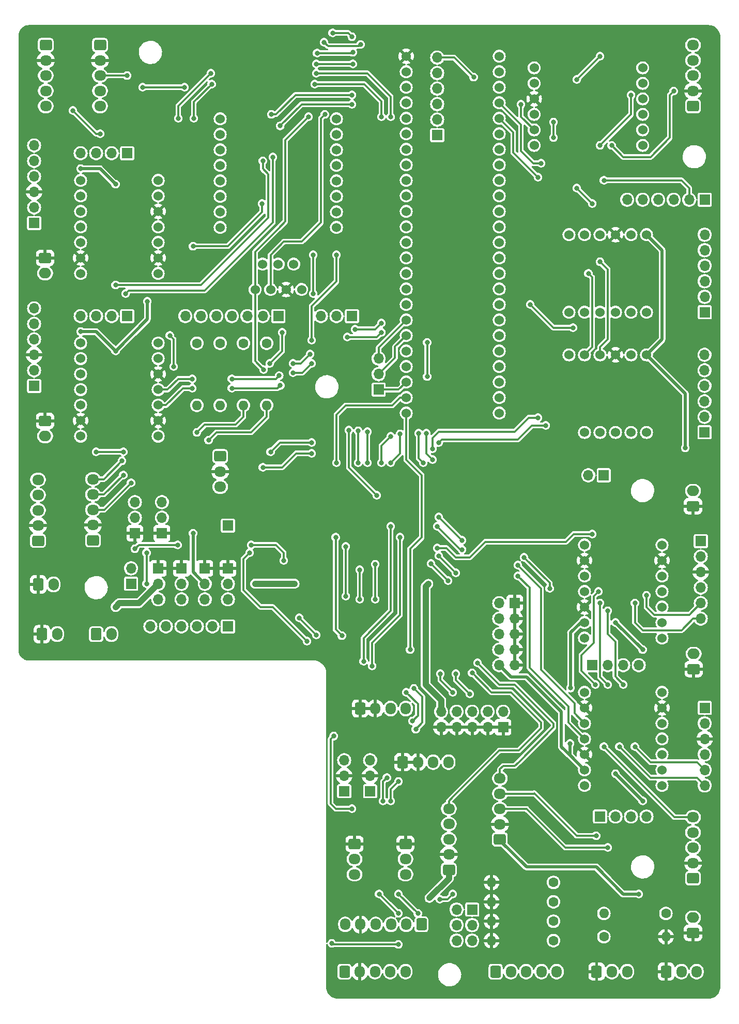
<source format=gbl>
%TF.GenerationSoftware,KiCad,Pcbnew,7.0.9*%
%TF.CreationDate,2023-12-07T23:58:00+01:00*%
%TF.ProjectId,kicad_RCJ,6b696361-645f-4524-934a-2e6b69636164,rev?*%
%TF.SameCoordinates,Original*%
%TF.FileFunction,Copper,L2,Bot*%
%TF.FilePolarity,Positive*%
%FSLAX46Y46*%
G04 Gerber Fmt 4.6, Leading zero omitted, Abs format (unit mm)*
G04 Created by KiCad (PCBNEW 7.0.9) date 2023-12-07 23:58:00*
%MOMM*%
%LPD*%
G01*
G04 APERTURE LIST*
G04 Aperture macros list*
%AMRoundRect*
0 Rectangle with rounded corners*
0 $1 Rounding radius*
0 $2 $3 $4 $5 $6 $7 $8 $9 X,Y pos of 4 corners*
0 Add a 4 corners polygon primitive as box body*
4,1,4,$2,$3,$4,$5,$6,$7,$8,$9,$2,$3,0*
0 Add four circle primitives for the rounded corners*
1,1,$1+$1,$2,$3*
1,1,$1+$1,$4,$5*
1,1,$1+$1,$6,$7*
1,1,$1+$1,$8,$9*
0 Add four rect primitives between the rounded corners*
20,1,$1+$1,$2,$3,$4,$5,0*
20,1,$1+$1,$4,$5,$6,$7,0*
20,1,$1+$1,$6,$7,$8,$9,0*
20,1,$1+$1,$8,$9,$2,$3,0*%
G04 Aperture macros list end*
%TA.AperFunction,ComponentPad*%
%ADD10RoundRect,0.250000X-0.725000X0.600000X-0.725000X-0.600000X0.725000X-0.600000X0.725000X0.600000X0*%
%TD*%
%TA.AperFunction,ComponentPad*%
%ADD11O,1.950000X1.700000*%
%TD*%
%TA.AperFunction,ComponentPad*%
%ADD12RoundRect,0.250000X-0.600000X-0.725000X0.600000X-0.725000X0.600000X0.725000X-0.600000X0.725000X0*%
%TD*%
%TA.AperFunction,ComponentPad*%
%ADD13O,1.700000X1.950000*%
%TD*%
%TA.AperFunction,ComponentPad*%
%ADD14C,1.524000*%
%TD*%
%TA.AperFunction,ComponentPad*%
%ADD15R,1.700000X1.700000*%
%TD*%
%TA.AperFunction,ComponentPad*%
%ADD16O,1.700000X1.700000*%
%TD*%
%TA.AperFunction,ComponentPad*%
%ADD17C,1.600000*%
%TD*%
%TA.AperFunction,ComponentPad*%
%ADD18O,1.600000X1.600000*%
%TD*%
%TA.AperFunction,ComponentPad*%
%ADD19RoundRect,0.250000X0.750000X-0.600000X0.750000X0.600000X-0.750000X0.600000X-0.750000X-0.600000X0*%
%TD*%
%TA.AperFunction,ComponentPad*%
%ADD20O,2.000000X1.700000*%
%TD*%
%TA.AperFunction,ComponentPad*%
%ADD21RoundRect,0.250000X0.725000X-0.600000X0.725000X0.600000X-0.725000X0.600000X-0.725000X-0.600000X0*%
%TD*%
%TA.AperFunction,ComponentPad*%
%ADD22RoundRect,0.250000X-0.750000X0.600000X-0.750000X-0.600000X0.750000X-0.600000X0.750000X0.600000X0*%
%TD*%
%TA.AperFunction,ComponentPad*%
%ADD23RoundRect,0.250000X-0.600000X-0.750000X0.600000X-0.750000X0.600000X0.750000X-0.600000X0.750000X0*%
%TD*%
%TA.AperFunction,ComponentPad*%
%ADD24O,1.700000X2.000000*%
%TD*%
%TA.AperFunction,ComponentPad*%
%ADD25RoundRect,0.250000X0.600000X0.725000X-0.600000X0.725000X-0.600000X-0.725000X0.600000X-0.725000X0*%
%TD*%
%TA.AperFunction,ViaPad*%
%ADD26C,0.800000*%
%TD*%
%TA.AperFunction,ViaPad*%
%ADD27C,1.000000*%
%TD*%
%TA.AperFunction,Conductor*%
%ADD28C,0.300000*%
%TD*%
%TA.AperFunction,Conductor*%
%ADD29C,0.500000*%
%TD*%
%TA.AperFunction,Conductor*%
%ADD30C,1.000000*%
%TD*%
G04 APERTURE END LIST*
D10*
%TO.P,S5,1,P1*%
%TO.N,Net-(J7-Pin_1)*%
X66040000Y-103585000D03*
D11*
%TO.P,S5,2,COM*%
%TO.N,GND*%
X66040000Y-106085000D03*
%TO.P,S5,3,P2*%
%TO.N,unconnected-(S5-P2-Pad3)*%
X66040000Y-108585000D03*
%TD*%
D12*
%TO.P,J29,1,Pin_1*%
%TO.N,GND*%
X88960000Y-144890000D03*
D13*
%TO.P,J29,2,Pin_2*%
X91460000Y-144890000D03*
%TO.P,J29,3,Pin_3*%
%TO.N,+3.3V*%
X93960000Y-144890000D03*
%TO.P,J29,4,Pin_4*%
X96460000Y-144890000D03*
%TD*%
D12*
%TO.P,J28,1,Pin_1*%
%TO.N,GND*%
X95945000Y-153670000D03*
D13*
%TO.P,J28,2,Pin_2*%
X98445000Y-153670000D03*
%TO.P,J28,3,Pin_3*%
%TO.N,+5V*%
X100945000Y-153670000D03*
%TO.P,J28,4,Pin_4*%
X103445000Y-153670000D03*
%TD*%
D14*
%TO.P,U4,1,VM*%
%TO.N,unconnected-(U4-VM-Pad1)*%
X125730000Y-118110000D03*
%TO.P,U4,2,GND*%
%TO.N,GND*%
X125730000Y-120650000D03*
%TO.P,U4,3,EN/IN1*%
%TO.N,/M4_IN1*%
X125730000Y-123190000D03*
%TO.P,U4,4,PH/IN2*%
%TO.N,/M4_IN2*%
X125730000Y-125730000D03*
%TO.P,U4,5,PMODE*%
%TO.N,GND*%
X125730000Y-128270000D03*
%TO.P,U4,6,SLEEP*%
%TO.N,+3.3V*%
X125730000Y-130810000D03*
%TO.P,U4,7,VREF*%
%TO.N,Net-(J13-Pin_4)*%
X125730000Y-133350000D03*
%TO.P,U4,8,VIN*%
%TO.N,/+6V_4*%
X138430000Y-118110000D03*
%TO.P,U4,9,GND*%
%TO.N,GND*%
X138430000Y-120650000D03*
%TO.P,U4,10,OUT1*%
%TO.N,Net-(U4-OUT1)*%
X138430000Y-123190000D03*
%TO.P,U4,11,OUT2*%
%TO.N,Net-(U4-OUT2)*%
X138430000Y-125730000D03*
%TO.P,U4,12,IMODE*%
%TO.N,Net-(J13-Pin_1)*%
X138430000Y-128270000D03*
%TO.P,U4,13,FAULT*%
%TO.N,Net-(J13-Pin_2)*%
X138430000Y-130810000D03*
%TO.P,U4,14,CS*%
%TO.N,Net-(J13-Pin_3)*%
X138430000Y-133350000D03*
%TD*%
%TO.P,U3,1,VM*%
%TO.N,unconnected-(U3-VM-Pad1)*%
X125730000Y-142240000D03*
%TO.P,U3,2,GND*%
%TO.N,GND*%
X125730000Y-144780000D03*
%TO.P,U3,3,EN/IN1*%
%TO.N,/M3_IN1*%
X125730000Y-147320000D03*
%TO.P,U3,4,PH/IN2*%
%TO.N,/M3_IN2*%
X125730000Y-149860000D03*
%TO.P,U3,5,PMODE*%
%TO.N,GND*%
X125730000Y-152400000D03*
%TO.P,U3,6,SLEEP*%
%TO.N,+3.3V*%
X125730000Y-154940000D03*
%TO.P,U3,7,VREF*%
%TO.N,Net-(J12-Pin_4)*%
X125730000Y-157480000D03*
%TO.P,U3,8,VIN*%
%TO.N,/+6V_3*%
X138430000Y-142240000D03*
%TO.P,U3,9,GND*%
%TO.N,GND*%
X138430000Y-144780000D03*
%TO.P,U3,10,OUT1*%
%TO.N,Net-(U3-OUT1)*%
X138430000Y-147320000D03*
%TO.P,U3,11,OUT2*%
%TO.N,Net-(U3-OUT2)*%
X138430000Y-149860000D03*
%TO.P,U3,12,IMODE*%
%TO.N,Net-(J12-Pin_1)*%
X138430000Y-152400000D03*
%TO.P,U3,13,FAULT*%
%TO.N,Net-(J12-Pin_2)*%
X138430000Y-154940000D03*
%TO.P,U3,14,CS*%
%TO.N,Net-(J12-Pin_3)*%
X138430000Y-157480000D03*
%TD*%
%TO.P,U2,1,VM*%
%TO.N,unconnected-(U2-VM-Pad1)*%
X55880000Y-100305000D03*
%TO.P,U2,2,GND*%
%TO.N,GND*%
X55880000Y-97765000D03*
%TO.P,U2,3,EN/IN1*%
%TO.N,/M2_IN1*%
X55880000Y-95225000D03*
%TO.P,U2,4,PH/IN2*%
%TO.N,/M2_IN2*%
X55880000Y-92685000D03*
%TO.P,U2,5,PMODE*%
%TO.N,GND*%
X55880000Y-90145000D03*
%TO.P,U2,6,SLEEP*%
%TO.N,+3.3V*%
X55880000Y-87605000D03*
%TO.P,U2,7,VREF*%
%TO.N,Net-(J11-Pin_4)*%
X55880000Y-85065000D03*
%TO.P,U2,8,VIN*%
%TO.N,/+6V_2*%
X43180000Y-100305000D03*
%TO.P,U2,9,GND*%
%TO.N,GND*%
X43180000Y-97765000D03*
%TO.P,U2,10,OUT1*%
%TO.N,Net-(U2-OUT1)*%
X43180000Y-95225000D03*
%TO.P,U2,11,OUT2*%
%TO.N,Net-(U2-OUT2)*%
X43180000Y-92685000D03*
%TO.P,U2,12,IMODE*%
%TO.N,Net-(J11-Pin_1)*%
X43180000Y-90145000D03*
%TO.P,U2,13,FAULT*%
%TO.N,Net-(J11-Pin_2)*%
X43180000Y-87605000D03*
%TO.P,U2,14,CS*%
%TO.N,Net-(J11-Pin_3)*%
X43180000Y-85065000D03*
%TD*%
%TO.P,U1,1,VM*%
%TO.N,unconnected-(U1-VM-Pad1)*%
X55880000Y-73660000D03*
%TO.P,U1,2,GND*%
%TO.N,GND*%
X55880000Y-71120000D03*
%TO.P,U1,3,EN/IN1*%
%TO.N,/M1_IN1*%
X55880000Y-68580000D03*
%TO.P,U1,4,PH/IN2*%
%TO.N,/M1_IN2*%
X55880000Y-66040000D03*
%TO.P,U1,5,PMODE*%
%TO.N,GND*%
X55880000Y-63500000D03*
%TO.P,U1,6,SLEEP*%
%TO.N,+3.3V*%
X55880000Y-60960000D03*
%TO.P,U1,7,VREF*%
%TO.N,Net-(J10-Pin_4)*%
X55880000Y-58420000D03*
%TO.P,U1,8,VIN*%
%TO.N,/+6V_1*%
X43180000Y-73660000D03*
%TO.P,U1,9,GND*%
%TO.N,GND*%
X43180000Y-71120000D03*
%TO.P,U1,10,OUT1*%
%TO.N,Net-(U1-OUT1)*%
X43180000Y-68580000D03*
%TO.P,U1,11,OUT2*%
%TO.N,Net-(U1-OUT2)*%
X43180000Y-66040000D03*
%TO.P,U1,12,IMODE*%
%TO.N,Net-(J10-Pin_1)*%
X43180000Y-63500000D03*
%TO.P,U1,13,FAULT*%
%TO.N,Net-(J10-Pin_2)*%
X43180000Y-60960000D03*
%TO.P,U1,14,CS*%
%TO.N,Net-(J10-Pin_3)*%
X43180000Y-58420000D03*
%TD*%
%TO.P,U6,0,0/RX1/CS1*%
%TO.N,/M1_ENCB*%
X96520000Y-40640000D03*
%TO.P,U6,1,1/TX1/MISO1*%
%TO.N,/M1_ENCA*%
X96520000Y-43180000D03*
%TO.P,U6,2,2*%
%TO.N,/M2_ENCB*%
X96520000Y-45720000D03*
%TO.P,U6,3,3*%
%TO.N,/M2_ENCA*%
X96520000Y-48260000D03*
%TO.P,U6,4,4*%
%TO.N,/M1_IN2*%
X96520000Y-50800000D03*
%TO.P,U6,5,5*%
%TO.N,/M1_IN1*%
X96520000Y-53340000D03*
%TO.P,U6,6,6*%
%TO.N,/M2_IN2*%
X96520000Y-55880000D03*
%TO.P,U6,7,7/RX2*%
%TO.N,/M2_IN1*%
X96520000Y-58420000D03*
%TO.P,U6,8,8/TX2*%
%TO.N,Net-(J14-Pin_5)*%
X96520000Y-60960000D03*
%TO.P,U6,9,9*%
%TO.N,Net-(J14-Pin_4)*%
X96520000Y-63500000D03*
%TO.P,U6,10,10/CS*%
%TO.N,Net-(J14-Pin_3)*%
X96520000Y-66040000D03*
%TO.P,U6,11,11/MOSI*%
%TO.N,Net-(J14-Pin_2)*%
X96520000Y-68580000D03*
%TO.P,U6,12,12/MISO*%
%TO.N,Net-(J14-Pin_1)*%
X96520000Y-71120000D03*
%TO.P,U6,13,13/SCK/(LED)*%
%TO.N,unconnected-(U6-13{slash}SCK{slash}(LED)-Pad13)*%
X111760000Y-71120000D03*
%TO.P,U6,14,14/A0/TX3*%
%TO.N,/PR3*%
X111760000Y-68580000D03*
%TO.P,U6,15,15/A1/RX3*%
%TO.N,/PR4*%
X111760000Y-66040000D03*
%TO.P,U6,16,16/A2/RX4/SCL1*%
%TO.N,SCL1*%
X111760000Y-63500000D03*
%TO.P,U6,17,17/A3/TX4/SDA1*%
%TO.N,SDA1*%
X111760000Y-60960000D03*
%TO.P,U6,18,18/A4/SDA*%
%TO.N,SDA*%
X111760000Y-58420000D03*
%TO.P,U6,19,19/A5/SCL*%
%TO.N,SCL*%
X111760000Y-55880000D03*
%TO.P,U6,20,20/A6/TX5*%
%TO.N,/VBAT_MEAS*%
X111760000Y-53340000D03*
%TO.P,U6,21,21/A7/RX5*%
%TO.N,/21_extra*%
X111760000Y-50800000D03*
%TO.P,U6,22,22/A8*%
%TO.N,/M4_ENCB*%
X111760000Y-48260000D03*
%TO.P,U6,23,23/A9*%
%TO.N,/M4_ENCA*%
X111760000Y-45720000D03*
%TO.P,U6,24,24/A10/TX6/SCL2*%
%TO.N,/M5_SIG*%
X96520000Y-76200000D03*
%TO.P,U6,25,25/A11/RX6/SDA2*%
%TO.N,/M6_SIG*%
X96520000Y-78740000D03*
%TO.P,U6,26,26/A12/MOSI1*%
%TO.N,Net-(J15-Pin_3)*%
X96520000Y-81280000D03*
%TO.P,U6,27,27/A13/SCK1*%
%TO.N,Net-(J15-Pin_2)*%
X96520000Y-83820000D03*
%TO.P,U6,28,28/RX7*%
%TO.N,/M3_IN1*%
X96520000Y-86360000D03*
%TO.P,U6,29,29/TX7*%
%TO.N,/M3_IN2*%
X96520000Y-88900000D03*
%TO.P,U6,30,30*%
%TO.N,Net-(J15-Pin_1)*%
X96520000Y-91440000D03*
%TO.P,U6,31,31*%
%TO.N,/BMP2*%
X96520000Y-93980000D03*
%TO.P,U6,32,32*%
%TO.N,/BMP1*%
X96520000Y-96520000D03*
%TO.P,U6,33,33*%
%TO.N,/BMP4*%
X111760000Y-96520000D03*
%TO.P,U6,34,34/RX8*%
%TO.N,/BMP3*%
X111760000Y-93980000D03*
%TO.P,U6,35,35/TX8*%
%TO.N,unconnected-(U6-35{slash}TX8-Pad35)*%
X111760000Y-91440000D03*
%TO.P,U6,36,36/CS*%
%TO.N,/M4_IN2*%
X111760000Y-88900000D03*
%TO.P,U6,37,37/CS*%
%TO.N,/M4_IN1*%
X111760000Y-86360000D03*
%TO.P,U6,38,38/A14/(CS1)*%
%TO.N,/M3_ENCB*%
X111760000Y-83820000D03*
%TO.P,U6,39,39/A15/(MISO1)*%
%TO.N,/M3_ENCA*%
X111760000Y-81280000D03*
%TO.P,U6,40,40/A16*%
%TO.N,/PR1*%
X111760000Y-78740000D03*
%TO.P,U6,41,41/A17*%
%TO.N,/PR2*%
X111760000Y-76200000D03*
%TO.P,U6,42,GND*%
%TO.N,GND*%
X96520000Y-38100000D03*
%TO.P,U6,44,GND*%
%TO.N,unconnected-(U6-GND-Pad44)*%
X111760000Y-73660000D03*
%TO.P,U6,45,3.3V*%
%TO.N,unconnected-(U6-3.3V-Pad45)*%
X111760000Y-43180000D03*
%TO.P,U6,46,GND*%
%TO.N,unconnected-(U6-GND-Pad46)*%
X111760000Y-40640000D03*
%TO.P,U6,47,Vin(3.6-5.5V)*%
%TO.N,+5V*%
X111760000Y-38100000D03*
%TO.P,U6,48,3.3V*%
%TO.N,unconnected-(U6-3.3V-Pad48)*%
X96520000Y-73660000D03*
%TD*%
D15*
%TO.P,J14,1,Pin_1*%
%TO.N,Net-(J14-Pin_1)*%
X101600000Y-51028600D03*
D16*
%TO.P,J14,2,Pin_2*%
%TO.N,Net-(J14-Pin_2)*%
X101600000Y-48488600D03*
%TO.P,J14,3,Pin_3*%
%TO.N,Net-(J14-Pin_3)*%
X101600000Y-45948600D03*
%TO.P,J14,4,Pin_4*%
%TO.N,Net-(J14-Pin_4)*%
X101600000Y-43408600D03*
%TO.P,J14,5,Pin_5*%
%TO.N,Net-(J14-Pin_5)*%
X101600000Y-40868600D03*
%TO.P,J14,6,Pin_6*%
%TO.N,/21_extra*%
X101600000Y-38328600D03*
%TD*%
D15*
%TO.P,J15,1,Pin_1*%
%TO.N,Net-(J15-Pin_1)*%
X91998800Y-92684600D03*
D16*
%TO.P,J15,2,Pin_2*%
%TO.N,Net-(J15-Pin_2)*%
X91998800Y-90144600D03*
%TO.P,J15,3,Pin_3*%
%TO.N,Net-(J15-Pin_3)*%
X91998800Y-87604600D03*
%TD*%
D17*
%TO.P,R14,1*%
%TO.N,Net-(J23-Pin_2)*%
X139065000Y-178435000D03*
D18*
%TO.P,R14,2*%
%TO.N,/VBAT_MEAS*%
X128905000Y-178435000D03*
%TD*%
D17*
%TO.P,R12,1*%
%TO.N,/PR4*%
X120650000Y-173355000D03*
D18*
%TO.P,R12,2*%
%TO.N,GND*%
X110490000Y-173355000D03*
%TD*%
D19*
%TO.P,J27,1,Pin_1*%
%TO.N,GND*%
X143510000Y-111760000D03*
D20*
%TO.P,J27,2,Pin_2*%
%TO.N,/+6V_4*%
X143510000Y-109260000D03*
%TD*%
D15*
%TO.P,J9,1,Pin_1*%
%TO.N,Net-(D4-SIGNAL)*%
X67310000Y-131445000D03*
D16*
%TO.P,J9,2,Pin_2*%
%TO.N,Net-(D3-SIGNAL)*%
X64770000Y-131445000D03*
%TO.P,J9,3,Pin_3*%
%TO.N,Net-(D5-SIGNAL)*%
X62230000Y-131445000D03*
%TO.P,J9,4,Pin_4*%
%TO.N,Net-(D6-SIGNAL)*%
X59690000Y-131445000D03*
%TO.P,J9,5,Pin_5*%
%TO.N,Net-(D7-SIGNAL)*%
X57150000Y-131445000D03*
%TO.P,J9,6,Pin_6*%
%TO.N,Net-(D8-SIGNAL)*%
X54610000Y-131445000D03*
%TD*%
D18*
%TO.P,R8,2*%
%TO.N,GND*%
X110490000Y-179705000D03*
D17*
%TO.P,R8,1*%
%TO.N,/PR2*%
X120650000Y-179705000D03*
%TD*%
D15*
%TO.P,M4,1,M_PWR*%
%TO.N,Net-(U4-OUT1)*%
X144780000Y-117475000D03*
D16*
%TO.P,M4,2,M_PWR*%
%TO.N,Net-(U4-OUT2)*%
X144780000Y-120015000D03*
%TO.P,M4,3,GND_ENC*%
%TO.N,GND*%
X144780000Y-122555000D03*
%TO.P,M4,4,VCC_ENC*%
%TO.N,+3.3V*%
X144780000Y-125095000D03*
%TO.P,M4,5,ENC_A_OUT*%
%TO.N,/M4_ENCA*%
X144780000Y-127635000D03*
%TO.P,M4,6,ENC_B_OUTPUT*%
%TO.N,/M4_ENCB*%
X144780000Y-130175000D03*
%TD*%
D21*
%TO.P,U16,1,VIN*%
%TO.N,+3.3V*%
X111870000Y-166330000D03*
D11*
%TO.P,U16,2,GND*%
%TO.N,GND*%
X111870000Y-163830000D03*
%TO.P,U16,3,SDA*%
%TO.N,SDA*%
X111870000Y-161330000D03*
%TO.P,U16,4,SCL*%
%TO.N,SCL*%
X111870000Y-158830000D03*
%TO.P,U16,5,XSHUT*%
%TO.N,/U16_XSHUT*%
X111870000Y-156330000D03*
%TD*%
D15*
%TO.P,J13,1,Pin_1*%
%TO.N,Net-(J13-Pin_1)*%
X127000000Y-137795000D03*
D16*
%TO.P,J13,2,Pin_2*%
%TO.N,Net-(J13-Pin_2)*%
X129540000Y-137795000D03*
%TO.P,J13,3,Pin_3*%
%TO.N,Net-(J13-Pin_3)*%
X132080000Y-137795000D03*
%TO.P,J13,4,Pin_4*%
%TO.N,Net-(J13-Pin_4)*%
X134620000Y-137795000D03*
%TD*%
D15*
%TO.P,D8,1,GND*%
%TO.N,GND*%
X52070000Y-116190000D03*
D16*
%TO.P,D8,2,SIGNAL*%
%TO.N,Net-(D8-SIGNAL)*%
X52070000Y-113650000D03*
%TO.P,D8,3,VIN*%
%TO.N,+5V*%
X52070000Y-111110000D03*
%TD*%
D22*
%TO.P,J24,1,Pin_1*%
%TO.N,GND*%
X37355000Y-71120000D03*
D20*
%TO.P,J24,2,Pin_2*%
%TO.N,/+6V_1*%
X37355000Y-73620000D03*
%TD*%
D17*
%TO.P,R4,1*%
%TO.N,+3.3V*%
X62230000Y-85090000D03*
D18*
%TO.P,R4,2*%
%TO.N,SCL1*%
X62230000Y-95250000D03*
%TD*%
D23*
%TO.P,J5,1,Pin_1*%
%TO.N,GND*%
X36235000Y-124570000D03*
D24*
%TO.P,J5,2,Pin_2*%
%TO.N,+5V*%
X38735000Y-124570000D03*
%TD*%
D14*
%TO.P,U19,1,PA0*%
%TO.N,Net-(J16-Pin_7)*%
X66040000Y-66130000D03*
%TO.P,U19,2,PA1*%
%TO.N,Net-(J16-Pin_6)*%
X66040000Y-63590000D03*
%TO.P,U19,3,PA2*%
%TO.N,Net-(J16-Pin_5)*%
X66040000Y-61050000D03*
%TO.P,U19,4,PA3*%
%TO.N,Net-(J16-Pin_4)*%
X66040000Y-58510000D03*
%TO.P,U19,5,PA4*%
%TO.N,Net-(J16-Pin_3)*%
X66040000Y-55970000D03*
%TO.P,U19,6,PA5*%
%TO.N,Net-(J16-Pin_2)*%
X66040000Y-53430000D03*
%TO.P,U19,7,PA6*%
%TO.N,Net-(J16-Pin_1)*%
X66040000Y-50890000D03*
%TO.P,U19,8,PA7*%
%TO.N,/U14_XSHUT*%
X66040000Y-48350000D03*
%TO.P,U19,9,PB0*%
%TO.N,/U12_XSHUT*%
X85090000Y-48350000D03*
%TO.P,U19,10,PB1*%
%TO.N,/U13_XSHUT*%
X85090000Y-50890000D03*
%TO.P,U19,11,PB2*%
%TO.N,/U15_XSHUT*%
X85090000Y-53430000D03*
%TO.P,U19,12,PB3*%
%TO.N,/U25_XSHUT*%
X85090000Y-55970000D03*
%TO.P,U19,13,PB4*%
%TO.N,/U16_XSHUT*%
X85090000Y-58510000D03*
%TO.P,U19,14,PB5*%
%TO.N,/U17_XSHUT*%
X85090000Y-61050000D03*
%TO.P,U19,15,PB6*%
%TO.N,/U18_XSHUT*%
X85090000Y-63590000D03*
%TO.P,U19,16,PB7*%
%TO.N,/TCS34725_LED*%
X85090000Y-66130000D03*
%TO.P,U19,17,D/SDA*%
%TO.N,SDA*%
X71755000Y-76290000D03*
%TO.P,U19,18,C/SCL*%
%TO.N,SCL*%
X74295000Y-76290000D03*
%TO.P,U19,19,IB*%
%TO.N,Net-(J8-Pin_3)*%
X73010000Y-72140000D03*
%TO.P,U19,20,RST*%
%TO.N,Net-(J8-Pin_2)*%
X75550000Y-72140000D03*
%TO.P,U19,21,IA*%
%TO.N,Net-(J8-Pin_1)*%
X78090000Y-72140000D03*
%TO.P,U19,22,GND*%
%TO.N,GND*%
X76835000Y-76290000D03*
%TO.P,U19,23,VCC*%
%TO.N,+3.3V*%
X79375000Y-76290000D03*
%TD*%
D15*
%TO.P,J19,1,Pin_1*%
%TO.N,GND*%
X112395000Y-147955000D03*
D16*
%TO.P,J19,2,Pin_2*%
%TO.N,+5V*%
X112395000Y-145415000D03*
%TO.P,J19,3,Pin_3*%
%TO.N,GND*%
X109855000Y-147955000D03*
%TO.P,J19,4,Pin_4*%
%TO.N,+5V*%
X109855000Y-145415000D03*
%TO.P,J19,5,Pin_5*%
%TO.N,GND*%
X107315000Y-147955000D03*
%TO.P,J19,6,Pin_6*%
%TO.N,+5V*%
X107315000Y-145415000D03*
%TO.P,J19,7,Pin_7*%
%TO.N,GND*%
X104775000Y-147955000D03*
%TO.P,J19,8,Pin_8*%
%TO.N,+5V*%
X104775000Y-145415000D03*
%TO.P,J19,9,Pin_9*%
%TO.N,GND*%
X102235000Y-147955000D03*
%TO.P,J19,10,Pin_10*%
%TO.N,+5V*%
X102235000Y-145415000D03*
%TD*%
D15*
%TO.P,J3,1,Pin_1*%
%TO.N,Net-(J3-Pin_1)*%
X51435000Y-124475000D03*
D16*
%TO.P,J3,2,Pin_2*%
%TO.N,Net-(J3-Pin_2)*%
X51435000Y-121935000D03*
%TD*%
D15*
%TO.P,M1,1,M_PWR*%
%TO.N,Net-(U1-OUT1)*%
X35560000Y-65405000D03*
D16*
%TO.P,M1,2,M_PWR*%
%TO.N,Net-(U1-OUT2)*%
X35560000Y-62865000D03*
%TO.P,M1,3,GND_ENC*%
%TO.N,GND*%
X35560000Y-60325000D03*
%TO.P,M1,4,VCC_ENC*%
%TO.N,+3.3V*%
X35560000Y-57785000D03*
%TO.P,M1,5,ENC_A_OUT*%
%TO.N,/M1_ENCA*%
X35560000Y-55245000D03*
%TO.P,M1,6,ENC_B_OUTPUT*%
%TO.N,/M1_ENCB*%
X35560000Y-52705000D03*
%TD*%
D10*
%TO.P,S2,1,C*%
%TO.N,GND*%
X88045000Y-167045000D03*
D11*
%TO.P,S2,2,NO*%
%TO.N,/BMP2*%
X88045000Y-169545000D03*
%TO.P,S2,3,NC*%
%TO.N,unconnected-(S2-NC-Pad3)*%
X88045000Y-172045000D03*
%TD*%
D14*
%TO.P,U21,12,CS*%
%TO.N,Net-(J21-Pin_6)*%
X123190000Y-80010000D03*
%TO.P,U21,11,SDO*%
%TO.N,Net-(J21-Pin_5)*%
X125730000Y-80010000D03*
%TO.P,U21,10,G?*%
%TO.N,Net-(J21-Pin_4)*%
X128270000Y-80010000D03*
%TO.P,U21,9,AC*%
%TO.N,Net-(J21-Pin_3)*%
X130810000Y-80010000D03*
%TO.P,U21,8,AD*%
%TO.N,Net-(J21-Pin_2)*%
X133350000Y-80010000D03*
%TO.P,U21,7,FS*%
%TO.N,Net-(J21-Pin_1)*%
X135890000Y-80010000D03*
%TO.P,U21,6,INT*%
%TO.N,Net-(J2-Pin_5)*%
X123190000Y-67310000D03*
%TO.P,U21,5,SDA*%
%TO.N,SDA*%
X125730000Y-67310000D03*
%TO.P,U21,4,SCL*%
%TO.N,SCL*%
X128270000Y-67310000D03*
%TO.P,U21,3,GND*%
%TO.N,GND*%
X130810000Y-67310000D03*
%TO.P,U21,2,1V8*%
%TO.N,unconnected-(U21-1V8-Pad2)*%
X133350000Y-67310000D03*
%TO.P,U21,1,VIN*%
%TO.N,+3.3V*%
X135890000Y-67310000D03*
%TD*%
D15*
%TO.P,D7,1,GND*%
%TO.N,GND*%
X56490000Y-116175000D03*
D16*
%TO.P,D7,2,SIGNAL*%
%TO.N,Net-(D7-SIGNAL)*%
X56490000Y-113635000D03*
%TO.P,D7,3,VIN*%
%TO.N,+5V*%
X56490000Y-111095000D03*
%TD*%
D21*
%TO.P,U12,1,VIN*%
%TO.N,+3.3V*%
X143510000Y-46275000D03*
D11*
%TO.P,U12,2,GND*%
%TO.N,GND*%
X143510000Y-43775000D03*
%TO.P,U12,3,SDA*%
%TO.N,SDA*%
X143510000Y-41275000D03*
%TO.P,U12,4,SCL*%
%TO.N,SCL*%
X143510000Y-38775000D03*
%TO.P,U12,5,XSHUT*%
%TO.N,/U12_XSHUT*%
X143510000Y-36275000D03*
%TD*%
D15*
%TO.P,M2,1,M_PWR*%
%TO.N,Net-(U2-OUT1)*%
X35560000Y-92075000D03*
D16*
%TO.P,M2,2,M_PWR*%
%TO.N,Net-(U2-OUT2)*%
X35560000Y-89535000D03*
%TO.P,M2,3,GND_ENC*%
%TO.N,GND*%
X35560000Y-86995000D03*
%TO.P,M2,4,VCC_ENC*%
%TO.N,+3.3V*%
X35560000Y-84455000D03*
%TO.P,M2,5,ENC_A_OUT*%
%TO.N,/M2_ENCA*%
X35560000Y-81915000D03*
%TO.P,M2,6,ENC_B_OUTPUT*%
%TO.N,/M2_ENCB*%
X35560000Y-79375000D03*
%TD*%
D23*
%TO.P,J4,1,Pin_1*%
%TO.N,GND*%
X36830000Y-132715000D03*
D24*
%TO.P,J4,2,Pin_2*%
%TO.N,+3.3V*%
X39330000Y-132715000D03*
%TD*%
D17*
%TO.P,R2,1*%
%TO.N,+3.3V*%
X69850000Y-85090000D03*
D18*
%TO.P,R2,2*%
%TO.N,SCL*%
X69850000Y-95250000D03*
%TD*%
D12*
%TO.P,S3,1,C*%
%TO.N,GND*%
X127715000Y-187960000D03*
D13*
%TO.P,S3,2,NO*%
%TO.N,/BMP3*%
X130215000Y-187960000D03*
%TO.P,S3,3,NC*%
%TO.N,unconnected-(S3-NC-Pad3)*%
X132715000Y-187960000D03*
%TD*%
D10*
%TO.P,U14,1,VIN*%
%TO.N,+3.3V*%
X37465000Y-36275000D03*
D11*
%TO.P,U14,2,GND*%
%TO.N,GND*%
X37465000Y-38775000D03*
%TO.P,U14,3,SDA*%
%TO.N,SDA*%
X37465000Y-41275000D03*
%TO.P,U14,4,SCL*%
%TO.N,SCL*%
X37465000Y-43775000D03*
%TO.P,U14,5,XSHUT*%
%TO.N,/U14_XSHUT*%
X37465000Y-46275000D03*
%TD*%
D16*
%TO.P,J18,10,Pin_10*%
%TO.N,+3.3V*%
X111760000Y-137795000D03*
%TO.P,J18,9,Pin_9*%
%TO.N,GND*%
X114300000Y-137795000D03*
%TO.P,J18,8,Pin_8*%
%TO.N,+3.3V*%
X111760000Y-135255000D03*
%TO.P,J18,7,Pin_7*%
%TO.N,GND*%
X114300000Y-135255000D03*
%TO.P,J18,6,Pin_6*%
%TO.N,+3.3V*%
X111760000Y-132715000D03*
%TO.P,J18,5,Pin_5*%
%TO.N,GND*%
X114300000Y-132715000D03*
%TO.P,J18,4,Pin_4*%
%TO.N,+3.3V*%
X111760000Y-130175000D03*
%TO.P,J18,3,Pin_3*%
%TO.N,GND*%
X114300000Y-130175000D03*
%TO.P,J18,2,Pin_2*%
%TO.N,+3.3V*%
X111760000Y-127635000D03*
D15*
%TO.P,J18,1,Pin_1*%
%TO.N,GND*%
X114300000Y-127635000D03*
%TD*%
D21*
%TO.P,U17,1,VIN*%
%TO.N,+3.3V*%
X103505000Y-171290000D03*
D11*
%TO.P,U17,2,GND*%
%TO.N,GND*%
X103505000Y-168790000D03*
%TO.P,U17,3,SDA*%
%TO.N,SDA*%
X103505000Y-166290000D03*
%TO.P,U17,4,SCL*%
%TO.N,SCL*%
X103505000Y-163790000D03*
%TO.P,U17,5,XSHUT*%
%TO.N,/U17_XSHUT*%
X103505000Y-161290000D03*
%TD*%
D15*
%TO.P,J12,1,Pin_1*%
%TO.N,Net-(J12-Pin_1)*%
X128270000Y-162560000D03*
D16*
%TO.P,J12,2,Pin_2*%
%TO.N,Net-(J12-Pin_2)*%
X130810000Y-162560000D03*
%TO.P,J12,3,Pin_3*%
%TO.N,Net-(J12-Pin_3)*%
X133350000Y-162560000D03*
%TO.P,J12,4,Pin_4*%
%TO.N,Net-(J12-Pin_4)*%
X135890000Y-162560000D03*
%TD*%
D18*
%TO.P,R6,2*%
%TO.N,GND*%
X110490000Y-182880000D03*
D17*
%TO.P,R6,1*%
%TO.N,/PR1*%
X120650000Y-182880000D03*
%TD*%
D15*
%TO.P,J21,1,Pin_1*%
%TO.N,Net-(J21-Pin_1)*%
X145415000Y-80010000D03*
D16*
%TO.P,J21,2,Pin_2*%
%TO.N,Net-(J21-Pin_2)*%
X145415000Y-77470000D03*
%TO.P,J21,3,Pin_3*%
%TO.N,Net-(J21-Pin_3)*%
X145415000Y-74930000D03*
%TO.P,J21,4,Pin_4*%
%TO.N,Net-(J21-Pin_4)*%
X145415000Y-72390000D03*
%TO.P,J21,5,Pin_5*%
%TO.N,Net-(J21-Pin_5)*%
X145415000Y-69850000D03*
%TO.P,J21,6,Pin_6*%
%TO.N,Net-(J21-Pin_6)*%
X145415000Y-67310000D03*
%TD*%
D15*
%TO.P,J7,1,Pin_1*%
%TO.N,Net-(J7-Pin_1)*%
X67310000Y-114935000D03*
%TD*%
%TO.P,J16,1,Pin_1*%
%TO.N,Net-(J16-Pin_1)*%
X75565000Y-80645000D03*
D16*
%TO.P,J16,2,Pin_2*%
%TO.N,Net-(J16-Pin_2)*%
X73025000Y-80645000D03*
%TO.P,J16,3,Pin_3*%
%TO.N,Net-(J16-Pin_3)*%
X70485000Y-80645000D03*
%TO.P,J16,4,Pin_4*%
%TO.N,Net-(J16-Pin_4)*%
X67945000Y-80645000D03*
%TO.P,J16,5,Pin_5*%
%TO.N,Net-(J16-Pin_5)*%
X65405000Y-80645000D03*
%TO.P,J16,6,Pin_6*%
%TO.N,Net-(J16-Pin_6)*%
X62865000Y-80645000D03*
%TO.P,J16,7,Pin_7*%
%TO.N,Net-(J16-Pin_7)*%
X60325000Y-80645000D03*
%TD*%
D17*
%TO.P,R10,1*%
%TO.N,/PR3*%
X120650000Y-176530000D03*
D18*
%TO.P,R10,2*%
%TO.N,GND*%
X110490000Y-176530000D03*
%TD*%
D21*
%TO.P,U18,1,VIN*%
%TO.N,+3.3V*%
X143510000Y-172680000D03*
D11*
%TO.P,U18,2,GND*%
%TO.N,GND*%
X143510000Y-170180000D03*
%TO.P,U18,3,SDA*%
%TO.N,SDA*%
X143510000Y-167680000D03*
%TO.P,U18,4,SCL*%
%TO.N,SCL*%
X143510000Y-165180000D03*
%TO.P,U18,5,XSHUT*%
%TO.N,/U18_XSHUT*%
X143510000Y-162680000D03*
%TD*%
D15*
%TO.P,M6,1,VIN*%
%TO.N,+5V*%
X90600000Y-158432500D03*
D16*
%TO.P,M6,2,GND*%
%TO.N,GND*%
X90600000Y-155892500D03*
%TO.P,M6,3,SIGNAL*%
%TO.N,/M6_SIG*%
X90600000Y-153352500D03*
%TD*%
D15*
%TO.P,M5,1,VIN*%
%TO.N,+5V*%
X86360000Y-158432500D03*
D16*
%TO.P,M5,2,GND*%
%TO.N,GND*%
X86360000Y-155892500D03*
%TO.P,M5,3,SIGNAL*%
%TO.N,/M5_SIG*%
X86360000Y-153352500D03*
%TD*%
D15*
%TO.P,J8,1,Pin_1*%
%TO.N,Net-(J8-Pin_1)*%
X87630000Y-80645000D03*
D16*
%TO.P,J8,2,Pin_2*%
%TO.N,Net-(J8-Pin_2)*%
X85090000Y-80645000D03*
%TO.P,J8,3,Pin_3*%
%TO.N,Net-(J8-Pin_3)*%
X82550000Y-80645000D03*
%TD*%
D15*
%TO.P,D3,1,GND*%
%TO.N,GND*%
X63525000Y-121935000D03*
D16*
%TO.P,D3,2,VIN*%
%TO.N,+5V*%
X63525000Y-124475000D03*
%TO.P,D3,3,SIGNAL*%
%TO.N,Net-(D3-SIGNAL)*%
X63525000Y-127015000D03*
%TD*%
D23*
%TO.P,J6,1,Pin_1*%
%TO.N,SDA1*%
X45720000Y-132715000D03*
D24*
%TO.P,J6,2,Pin_2*%
%TO.N,SCL1*%
X48220000Y-132715000D03*
%TD*%
D15*
%TO.P,D4,1,GND*%
%TO.N,GND*%
X67310000Y-121935000D03*
D16*
%TO.P,D4,2,VIN*%
%TO.N,+5V*%
X67310000Y-124475000D03*
%TO.P,D4,3,SIGNAL*%
%TO.N,Net-(D4-SIGNAL)*%
X67310000Y-127015000D03*
%TD*%
D19*
%TO.P,J26,1,Pin_1*%
%TO.N,GND*%
X143620000Y-138430000D03*
D20*
%TO.P,J26,2,Pin_2*%
%TO.N,/+6V_3*%
X143620000Y-135930000D03*
%TD*%
D13*
%TO.P,J30,5,Pin_5*%
%TO.N,/PR1*%
X121165000Y-187960000D03*
%TO.P,J30,4,Pin_4*%
%TO.N,/PR2*%
X118665000Y-187960000D03*
%TO.P,J30,3,Pin_3*%
%TO.N,/PR3*%
X116165000Y-187960000D03*
%TO.P,J30,2,Pin_2*%
%TO.N,/PR4*%
X113665000Y-187960000D03*
D12*
%TO.P,J30,1,Pin_1*%
%TO.N,+3.3V*%
X111165000Y-187960000D03*
%TD*%
D15*
%TO.P,J17,1,Pin_1*%
%TO.N,SCL*%
X107315000Y-177800000D03*
D16*
%TO.P,J17,2,Pin_2*%
%TO.N,SDA*%
X104775000Y-177800000D03*
%TO.P,J17,3,Pin_3*%
%TO.N,SCL*%
X107315000Y-180340000D03*
%TO.P,J17,4,Pin_4*%
%TO.N,SDA*%
X104775000Y-180340000D03*
%TO.P,J17,5,Pin_5*%
%TO.N,SCL*%
X107315000Y-182880000D03*
%TO.P,J17,6,Pin_6*%
%TO.N,SDA*%
X104775000Y-182880000D03*
%TD*%
D25*
%TO.P,U23,1,LED*%
%TO.N,/TCS34725_LED*%
X99020000Y-180230000D03*
D13*
%TO.P,U23,2,INT*%
%TO.N,Net-(J3-Pin_2)*%
X96520000Y-180230000D03*
%TO.P,U23,3,SDA*%
%TO.N,SDA*%
X94020000Y-180230000D03*
%TO.P,U23,4,SCL*%
%TO.N,SCL*%
X91520000Y-180230000D03*
%TO.P,U23,5,GND*%
%TO.N,GND*%
X89020000Y-180230000D03*
%TO.P,U23,6,VIN*%
%TO.N,+3.3V*%
X86520000Y-180230000D03*
%TD*%
D15*
%TO.P,J11,1,Pin_1*%
%TO.N,Net-(J11-Pin_1)*%
X50800000Y-80645000D03*
D16*
%TO.P,J11,2,Pin_2*%
%TO.N,Net-(J11-Pin_2)*%
X48260000Y-80645000D03*
%TO.P,J11,3,Pin_3*%
%TO.N,Net-(J11-Pin_3)*%
X45720000Y-80645000D03*
%TO.P,J11,4,Pin_4*%
%TO.N,Net-(J11-Pin_4)*%
X43180000Y-80645000D03*
%TD*%
D19*
%TO.P,J23,1,Pin_1*%
%TO.N,GND*%
X143510000Y-181610000D03*
D20*
%TO.P,J23,2,Pin_2*%
%TO.N,Net-(J23-Pin_2)*%
X143510000Y-179110000D03*
%TD*%
D15*
%TO.P,J10,1,Pin_1*%
%TO.N,Net-(J10-Pin_1)*%
X50800000Y-53975000D03*
D16*
%TO.P,J10,2,Pin_2*%
%TO.N,Net-(J10-Pin_2)*%
X48260000Y-53975000D03*
%TO.P,J10,3,Pin_3*%
%TO.N,Net-(J10-Pin_3)*%
X45720000Y-53975000D03*
%TO.P,J10,4,Pin_4*%
%TO.N,Net-(J10-Pin_4)*%
X43180000Y-53975000D03*
%TD*%
D15*
%TO.P,D5,1,GND*%
%TO.N,GND*%
X59715000Y-121935000D03*
D16*
%TO.P,D5,2,VIN*%
%TO.N,+5V*%
X59715000Y-124475000D03*
%TO.P,D5,3,SIGNAL*%
%TO.N,Net-(D5-SIGNAL)*%
X59715000Y-127015000D03*
%TD*%
D22*
%TO.P,J25,1,Pin_1*%
%TO.N,GND*%
X37355000Y-97790000D03*
D20*
%TO.P,J25,2,Pin_2*%
%TO.N,/+6V_2*%
X37355000Y-100290000D03*
%TD*%
D21*
%TO.P,U25,1,VIN*%
%TO.N,+3.3V*%
X45195000Y-117355000D03*
D11*
%TO.P,U25,2,GND*%
%TO.N,GND*%
X45195000Y-114855000D03*
%TO.P,U25,3,SDA*%
%TO.N,SDA*%
X45195000Y-112355000D03*
%TO.P,U25,4,SCL*%
%TO.N,SCL*%
X45195000Y-109855000D03*
%TO.P,U25,5,XSHUT*%
%TO.N,/U25_XSHUT*%
X45195000Y-107355000D03*
%TD*%
D18*
%TO.P,R3,2*%
%TO.N,SDA1*%
X66040000Y-95250000D03*
D17*
%TO.P,R3,1*%
%TO.N,+3.3V*%
X66040000Y-85090000D03*
%TD*%
D12*
%TO.P,U24,1,VIN*%
%TO.N,+3.3V*%
X86400000Y-187960000D03*
D13*
%TO.P,U24,2,GND*%
%TO.N,GND*%
X88900000Y-187960000D03*
%TO.P,U24,3,SCL*%
%TO.N,SCL*%
X91400000Y-187960000D03*
%TO.P,U24,4,SDA*%
%TO.N,SDA*%
X93900000Y-187960000D03*
%TO.P,U24,5,INT*%
%TO.N,Net-(J3-Pin_1)*%
X96400000Y-187960000D03*
%TD*%
D17*
%TO.P,R13,1*%
%TO.N,/VBAT_MEAS*%
X128905000Y-182245000D03*
D18*
%TO.P,R13,2*%
%TO.N,GND*%
X139065000Y-182245000D03*
%TD*%
D14*
%TO.P,U20,12,CS*%
%TO.N,Net-(J20-Pin_6)*%
X135255000Y-52705000D03*
%TO.P,U20,11,DI*%
%TO.N,Net-(J20-Pin_5)*%
X135255000Y-50165000D03*
%TO.P,U20,10,RST*%
%TO.N,Net-(J20-Pin_4)*%
X135255000Y-47625000D03*
%TO.P,U20,9,P1*%
%TO.N,Net-(J20-Pin_3)*%
X135255000Y-45085000D03*
%TO.P,U20,8,P0*%
%TO.N,Net-(J20-Pin_2)*%
X135255000Y-42545000D03*
%TO.P,U20,7,BT*%
%TO.N,Net-(J20-Pin_1)*%
X135255000Y-40005000D03*
%TO.P,U20,6,INT*%
%TO.N,Net-(J2-Pin_6)*%
X117475000Y-52705000D03*
%TO.P,U20,5,SDA*%
%TO.N,SDA*%
X117475000Y-50165000D03*
%TO.P,U20,4,SCL*%
%TO.N,SCL*%
X117475000Y-47625000D03*
%TO.P,U20,3,GND*%
%TO.N,GND*%
X117475000Y-45085000D03*
%TO.P,U20,2,3Vo*%
%TO.N,unconnected-(U20-3Vo-Pad2)*%
X117475000Y-42545000D03*
%TO.P,U20,1,VIN*%
%TO.N,+3.3V*%
X117475000Y-40005000D03*
%TD*%
D15*
%TO.P,D6,1,GND*%
%TO.N,GND*%
X55905000Y-121935000D03*
D16*
%TO.P,D6,2,VIN*%
%TO.N,+5V*%
X55905000Y-124475000D03*
%TO.P,D6,3,SIGNAL*%
%TO.N,Net-(D6-SIGNAL)*%
X55905000Y-127015000D03*
%TD*%
D10*
%TO.P,U13,1,VIN*%
%TO.N,+3.3V*%
X46355000Y-36275000D03*
D11*
%TO.P,U13,2,GND*%
%TO.N,GND*%
X46355000Y-38775000D03*
%TO.P,U13,3,SDA*%
%TO.N,SDA*%
X46355000Y-41275000D03*
%TO.P,U13,4,SCL*%
%TO.N,SCL*%
X46355000Y-43775000D03*
%TO.P,U13,5,XSHUT*%
%TO.N,/U13_XSHUT*%
X46355000Y-46275000D03*
%TD*%
D15*
%TO.P,J2,1,Pin_1*%
%TO.N,Net-(J2-Pin_1)*%
X145390000Y-99670000D03*
D16*
%TO.P,J2,2,Pin_2*%
%TO.N,Net-(J2-Pin_2)*%
X145390000Y-97130000D03*
%TO.P,J2,3,Pin_3*%
%TO.N,Net-(J2-Pin_3)*%
X145390000Y-94590000D03*
%TO.P,J2,4,Pin_4*%
%TO.N,Net-(J2-Pin_4)*%
X145390000Y-92050000D03*
%TO.P,J2,5,Pin_5*%
%TO.N,Net-(J2-Pin_5)*%
X145390000Y-89510000D03*
%TO.P,J2,6,Pin_6*%
%TO.N,Net-(J2-Pin_6)*%
X145390000Y-86970000D03*
%TD*%
D15*
%TO.P,J20,1,Pin_1*%
%TO.N,Net-(J20-Pin_1)*%
X145415000Y-61595000D03*
D16*
%TO.P,J20,2,Pin_2*%
%TO.N,Net-(J20-Pin_2)*%
X142875000Y-61595000D03*
%TO.P,J20,3,Pin_3*%
%TO.N,Net-(J20-Pin_3)*%
X140335000Y-61595000D03*
%TO.P,J20,4,Pin_4*%
%TO.N,Net-(J20-Pin_4)*%
X137795000Y-61595000D03*
%TO.P,J20,5,Pin_5*%
%TO.N,Net-(J20-Pin_5)*%
X135255000Y-61595000D03*
%TO.P,J20,6,Pin_6*%
%TO.N,Net-(J20-Pin_6)*%
X132715000Y-61595000D03*
%TD*%
D14*
%TO.P,U22,1,VIN*%
%TO.N,+3.3V*%
X135890000Y-86995000D03*
%TO.P,U22,2,3Vo*%
%TO.N,unconnected-(U22-3Vo-Pad2)*%
X133350000Y-86995000D03*
%TO.P,U22,3,GND*%
%TO.N,GND*%
X130810000Y-86995000D03*
%TO.P,U22,4,SCL*%
%TO.N,SCL*%
X128270000Y-86995000D03*
%TO.P,U22,5,SDA*%
%TO.N,SDA*%
X125730000Y-86995000D03*
%TO.P,U22,6,INT2*%
%TO.N,Net-(J2-Pin_4)*%
X123190000Y-86995000D03*
%TO.P,U22,7,ADAG*%
%TO.N,Net-(J22-Pin_1)*%
X135890000Y-99695000D03*
%TO.P,U22,8,ADM*%
%TO.N,Net-(J22-Pin_2)*%
X133350000Y-99695000D03*
%TO.P,U22,9,DRDY*%
%TO.N,Net-(J2-Pin_1)*%
X130810000Y-99695000D03*
%TO.P,U22,10,INTM*%
%TO.N,Net-(J2-Pin_2)*%
X128270000Y-99695000D03*
%TO.P,U22,11,INT1*%
%TO.N,Net-(J2-Pin_3)*%
X125730000Y-99695000D03*
%TD*%
D15*
%TO.P,J22,1,Pin_1*%
%TO.N,Net-(J22-Pin_1)*%
X128885000Y-106705000D03*
D16*
%TO.P,J22,2,Pin_2*%
%TO.N,Net-(J22-Pin_2)*%
X126345000Y-106705000D03*
%TD*%
D21*
%TO.P,U15,1,VIN*%
%TO.N,+3.3V*%
X36195000Y-117435000D03*
D11*
%TO.P,U15,2,GND*%
%TO.N,GND*%
X36195000Y-114935000D03*
%TO.P,U15,3,SDA*%
%TO.N,SDA*%
X36195000Y-112435000D03*
%TO.P,U15,4,SCL*%
%TO.N,SCL*%
X36195000Y-109935000D03*
%TO.P,U15,5,XSHUT*%
%TO.N,/U15_XSHUT*%
X36195000Y-107435000D03*
%TD*%
D18*
%TO.P,R1,2*%
%TO.N,SDA*%
X73660000Y-95250000D03*
D17*
%TO.P,R1,1*%
%TO.N,+3.3V*%
X73660000Y-85090000D03*
%TD*%
D15*
%TO.P,M3,1,M_PWR*%
%TO.N,Net-(U3-OUT1)*%
X145415000Y-144780000D03*
D16*
%TO.P,M3,2,M_PWR*%
%TO.N,Net-(U3-OUT2)*%
X145415000Y-147320000D03*
%TO.P,M3,3,GND_ENC*%
%TO.N,GND*%
X145415000Y-149860000D03*
%TO.P,M3,4,VCC_ENC*%
%TO.N,+3.3V*%
X145415000Y-152400000D03*
%TO.P,M3,5,ENC_A_OUT*%
%TO.N,/M3_ENCA*%
X145415000Y-154940000D03*
%TO.P,M3,6,ENC_B_OUTPUT*%
%TO.N,/M3_ENCB*%
X145415000Y-157480000D03*
%TD*%
D12*
%TO.P,S4,1,C*%
%TO.N,GND*%
X139105000Y-187960000D03*
D13*
%TO.P,S4,2,NO*%
%TO.N,/BMP4*%
X141605000Y-187960000D03*
%TO.P,S4,3,NC*%
%TO.N,unconnected-(S4-NC-Pad3)*%
X144105000Y-187960000D03*
%TD*%
D10*
%TO.P,S1,1,C*%
%TO.N,GND*%
X96410000Y-167045000D03*
D11*
%TO.P,S1,2,NO*%
%TO.N,/BMP1*%
X96410000Y-169545000D03*
%TO.P,S1,3,NC*%
%TO.N,unconnected-(S1-NC-Pad3)*%
X96410000Y-172045000D03*
%TD*%
D26*
%TO.N,/21_extra*%
X107569000Y-41529000D03*
%TO.N,+5V*%
X61595000Y-116205000D03*
D27*
X100152200Y-124485400D03*
D26*
X71755000Y-124460000D03*
X78232000Y-124460000D03*
X48895000Y-128270000D03*
%TO.N,Net-(D7-SIGNAL)*%
X53975000Y-124460000D03*
X53975000Y-119380000D03*
%TO.N,Net-(J2-Pin_6)*%
X116840000Y-78740000D03*
X123825000Y-82550000D03*
%TO.N,Net-(J3-Pin_1)*%
X84328000Y-183337200D03*
X70866000Y-119380000D03*
X95250000Y-183515000D03*
X80264000Y-133858000D03*
%TO.N,Net-(J3-Pin_2)*%
X76454000Y-120650000D03*
X78994000Y-130048000D03*
X52070000Y-118745000D03*
X71120000Y-118110000D03*
X84646100Y-149402800D03*
X81788000Y-132842000D03*
X95250000Y-178435000D03*
X92075000Y-175260000D03*
X87630000Y-161290000D03*
X59055000Y-118110000D03*
%TO.N,+3.3V*%
X135255000Y-135255000D03*
X123444000Y-141528800D03*
X130810000Y-155575000D03*
X135255000Y-160020000D03*
X142240000Y-102235000D03*
X48895000Y-59055000D03*
X48895000Y-86360000D03*
X130810000Y-130810000D03*
X100330000Y-175895000D03*
X43180000Y-83185000D03*
X54102000Y-78232000D03*
X43180000Y-56515000D03*
X123354500Y-150622000D03*
X134620000Y-175260000D03*
%TO.N,SDA1*%
X81026000Y-101346000D03*
X74295000Y-102870000D03*
X101854000Y-101346000D03*
X119380000Y-98552000D03*
%TO.N,SCL1*%
X118110000Y-97282000D03*
X73025000Y-105410000D03*
X100838000Y-102362000D03*
X81026000Y-103124000D03*
%TO.N,SDA*%
X51435000Y-107950000D03*
X80518000Y-48006000D03*
X91440000Y-127000000D03*
X104648000Y-139192000D03*
X91440000Y-121285000D03*
X126365000Y-73660000D03*
X50800000Y-41275000D03*
X73152000Y-89408000D03*
X140335000Y-43815000D03*
X130175000Y-52705000D03*
X115316000Y-45974000D03*
X129540000Y-167640000D03*
X89027000Y-36195000D03*
X83058000Y-35814000D03*
X64135000Y-100965000D03*
X106934000Y-142494000D03*
%TO.N,SCL*%
X124460000Y-41910000D03*
X83185000Y-47625000D03*
X102108000Y-139192000D03*
X84455000Y-34290000D03*
X104140000Y-142240000D03*
X87630000Y-34925000D03*
X128270000Y-38100000D03*
X120650000Y-48895000D03*
X50165000Y-106680000D03*
X127635000Y-165735000D03*
X104140000Y-175260000D03*
X128270000Y-71755000D03*
X74168000Y-88392000D03*
X127000000Y-62230000D03*
X124460000Y-59690000D03*
X120650000Y-51435000D03*
X88900000Y-122174000D03*
X102022523Y-176107477D03*
X88900000Y-127000000D03*
X62230000Y-99695000D03*
X76200000Y-83312000D03*
%TO.N,Net-(J20-Pin_2)*%
X128905000Y-58420000D03*
X128270000Y-52705000D03*
X133350000Y-44450000D03*
%TO.N,/M1_ENCA*%
X81788000Y-39370000D03*
X87757000Y-39370000D03*
%TO.N,/M1_ENCB*%
X87757000Y-37465000D03*
X81915000Y-37592000D03*
%TO.N,/M2_ENCA*%
X75869800Y-49504600D03*
X50546000Y-76962000D03*
X74676000Y-54610000D03*
X87630000Y-45974000D03*
%TO.N,/M2_ENCB*%
X87630000Y-44450000D03*
X48895000Y-75565000D03*
X73025000Y-55245000D03*
X74422000Y-47625000D03*
%TO.N,/M3_ENCA*%
X133985000Y-151130000D03*
X129540000Y-128905000D03*
X132080000Y-140970000D03*
%TO.N,/M3_ENCB*%
X131445000Y-151130000D03*
X128270000Y-127635000D03*
X129540000Y-140970000D03*
%TO.N,/M4_ENCA*%
X118618000Y-55626000D03*
X135890000Y-126365000D03*
%TO.N,/M4_ENCB*%
X118110000Y-57912000D03*
X133985000Y-127635000D03*
%TO.N,/M1_IN1*%
X92456000Y-48006000D03*
X64643000Y-42672000D03*
X61722000Y-48260000D03*
X81534000Y-42672000D03*
%TO.N,/M1_IN2*%
X64516000Y-40894000D03*
X93980000Y-48006000D03*
X59182000Y-48260000D03*
X81788000Y-40894000D03*
%TO.N,/M2_IN1*%
X75895200Y-91998800D03*
X86868000Y-84074000D03*
X61468000Y-92456000D03*
X67945000Y-92456000D03*
X92456000Y-83312000D03*
X81026000Y-88392000D03*
X77978000Y-89916000D03*
%TO.N,/M2_IN2*%
X80772000Y-86868000D03*
X77978000Y-88392000D03*
X75717400Y-90398600D03*
X88138000Y-82804000D03*
X67945000Y-90932000D03*
X61468000Y-90932000D03*
X92456000Y-81788000D03*
%TO.N,/M3_IN1*%
X99822000Y-99822000D03*
X114808000Y-121412000D03*
X100838000Y-104140000D03*
X105664000Y-117348000D03*
X101854000Y-113538000D03*
%TO.N,/M3_IN2*%
X98552000Y-99822000D03*
X105664000Y-118872000D03*
X99314000Y-104648000D03*
X114808000Y-123190000D03*
X101600000Y-115062000D03*
%TO.N,/U13_XSHUT*%
X60198000Y-43180000D03*
X53340000Y-43180000D03*
%TO.N,/U14_XSHUT*%
X41910000Y-46990000D03*
X46355000Y-50800000D03*
%TO.N,/U15_XSHUT*%
X61595000Y-69215000D03*
X57785000Y-83820000D03*
X45720000Y-102870000D03*
X58420000Y-88900000D03*
X50165000Y-102870000D03*
X72898000Y-62230000D03*
%TO.N,/U16_XSHUT*%
X90170000Y-104648000D03*
X90170000Y-99568000D03*
X104648000Y-122682000D03*
X108204000Y-137414000D03*
X101854000Y-119888000D03*
%TO.N,/U17_XSHUT*%
X88646000Y-99441000D03*
X88646000Y-104648000D03*
X100584000Y-121158000D03*
X103378000Y-123952000D03*
X107315000Y-139065000D03*
%TO.N,/U18_XSHUT*%
X128905000Y-151130000D03*
X127508000Y-140970000D03*
X128016000Y-125730000D03*
X101600000Y-118618000D03*
X127000000Y-116332000D03*
X91694000Y-109982000D03*
X87122000Y-99314000D03*
%TO.N,/U25_XSHUT*%
X81280000Y-76962000D03*
X49949100Y-104355900D03*
X81280000Y-70612000D03*
%TO.N,/TCS34725_LED*%
X92710000Y-160020000D03*
X85090000Y-70612000D03*
X86614000Y-118364000D03*
X98425000Y-178435000D03*
X81026000Y-84582000D03*
X95250000Y-175260000D03*
X93345000Y-156210000D03*
X97536000Y-146939000D03*
X86614000Y-126492000D03*
X96520000Y-142240000D03*
%TO.N,/M5_SIG*%
X93980000Y-100330000D03*
X89535000Y-137160000D03*
X93980000Y-115062000D03*
X92456000Y-104648000D03*
%TO.N,/M6_SIG*%
X99949000Y-84963000D03*
X95504000Y-99949000D03*
X90932000Y-137922000D03*
X95504000Y-116840000D03*
X99949000Y-90551000D03*
X93980000Y-104648000D03*
%TO.N,/BMP1*%
X98082100Y-148297900D03*
X97155000Y-135255000D03*
X93980000Y-160020000D03*
X95250000Y-156845000D03*
X97790000Y-141605000D03*
%TO.N,/BMP2*%
X85090000Y-104648000D03*
X85979000Y-132969000D03*
X84963000Y-116840000D03*
%TO.N,/VBAT_MEAS*%
X120015000Y-125222000D03*
X115824000Y-120142000D03*
%TD*%
D28*
%TO.N,Net-(J20-Pin_2)*%
X142875000Y-61595000D02*
X142875000Y-59690000D01*
X142875000Y-59690000D02*
X141605000Y-58420000D01*
%TO.N,SCL*%
X128270000Y-86995000D02*
X128270000Y-85725000D01*
X128270000Y-85725000D02*
X129540000Y-84455000D01*
%TO.N,SDA*%
X125730000Y-86995000D02*
X127000000Y-85725000D01*
X127000000Y-85725000D02*
X127000000Y-74295000D01*
X127000000Y-74295000D02*
X126365000Y-73660000D01*
%TO.N,SCL*%
X88900000Y-122174000D02*
X88900000Y-127000000D01*
%TO.N,/21_extra*%
X104368600Y-38328600D02*
X101600000Y-38328600D01*
X107569000Y-41529000D02*
X104368600Y-38328600D01*
%TO.N,/M2_IN1*%
X75438000Y-92456000D02*
X75895200Y-91998800D01*
X67945000Y-92456000D02*
X75438000Y-92456000D01*
%TO.N,/M2_IN2*%
X75184000Y-90932000D02*
X75717400Y-90398600D01*
X67945000Y-90932000D02*
X75184000Y-90932000D01*
%TO.N,/U25_XSHUT*%
X46950000Y-107355000D02*
X45195000Y-107355000D01*
X49949100Y-104355900D02*
X46950000Y-107355000D01*
%TO.N,/BMP1*%
X98082100Y-148297900D02*
X99161600Y-147218400D01*
X99161600Y-147218400D02*
X99161600Y-142976600D01*
X99161600Y-142976600D02*
X97790000Y-141605000D01*
%TO.N,/TCS34725_LED*%
X97536000Y-146939000D02*
X98425000Y-146050000D01*
X98425000Y-146050000D02*
X98425000Y-144145000D01*
X98425000Y-144145000D02*
X96520000Y-142240000D01*
%TO.N,Net-(J3-Pin_1)*%
X84328000Y-183337200D02*
X84505800Y-183515000D01*
X84505800Y-183515000D02*
X95250000Y-183515000D01*
%TO.N,Net-(J3-Pin_2)*%
X84646100Y-149402800D02*
X84124800Y-149924100D01*
X84124800Y-149924100D02*
X84124800Y-160451800D01*
X84124800Y-160451800D02*
X84963000Y-161290000D01*
X84963000Y-161290000D02*
X87630000Y-161290000D01*
%TO.N,/M1_IN2*%
X59182000Y-48260000D02*
X59182000Y-46228000D01*
X59182000Y-46228000D02*
X64516000Y-40894000D01*
%TO.N,/M1_IN1*%
X64643000Y-42672000D02*
X61722000Y-45593000D01*
X61722000Y-45593000D02*
X61722000Y-48260000D01*
%TO.N,Net-(J15-Pin_3)*%
X91998800Y-87604600D02*
X91998800Y-85801200D01*
X91998800Y-85801200D02*
X96520000Y-81280000D01*
%TO.N,Net-(J15-Pin_2)*%
X91998800Y-90144600D02*
X94691200Y-87452200D01*
X94691200Y-87452200D02*
X94691200Y-85648800D01*
X94691200Y-85648800D02*
X96520000Y-83820000D01*
%TO.N,Net-(J15-Pin_1)*%
X91998800Y-92684600D02*
X95275400Y-92684600D01*
X95275400Y-92684600D02*
X96520000Y-91440000D01*
D29*
%TO.N,+5V*%
X61595000Y-122545000D02*
X63525000Y-124475000D01*
D30*
X78232000Y-124460000D02*
X71755000Y-124460000D01*
X77470000Y-124460000D02*
X77455000Y-124475000D01*
X48895000Y-128270000D02*
X49530000Y-127635000D01*
X100152200Y-124485400D02*
X99695000Y-124942600D01*
X49530000Y-127635000D02*
X52745000Y-127635000D01*
D29*
X61595000Y-116205000D02*
X61595000Y-122545000D01*
D30*
X52745000Y-127635000D02*
X55905000Y-124475000D01*
X99695000Y-140970000D02*
X102235000Y-143510000D01*
X102235000Y-143510000D02*
X102235000Y-145415000D01*
X78232000Y-124460000D02*
X77470000Y-124460000D01*
X99695000Y-124942600D02*
X99695000Y-140970000D01*
D28*
%TO.N,Net-(D7-SIGNAL)*%
X53975000Y-124460000D02*
X53975000Y-119380000D01*
%TO.N,Net-(J2-Pin_6)*%
X116840000Y-78740000D02*
X120650000Y-82550000D01*
X120650000Y-82550000D02*
X123825000Y-82550000D01*
%TO.N,Net-(J3-Pin_1)*%
X69850000Y-125476000D02*
X69850000Y-120396000D01*
X80264000Y-133858000D02*
X74676000Y-128270000D01*
X69850000Y-120396000D02*
X70866000Y-119380000D01*
X74676000Y-128270000D02*
X72644000Y-128270000D01*
X72644000Y-128270000D02*
X69850000Y-125476000D01*
%TO.N,Net-(J3-Pin_2)*%
X52705000Y-118110000D02*
X59055000Y-118110000D01*
X76454000Y-120650000D02*
X76454000Y-119380000D01*
X76454000Y-119380000D02*
X75184000Y-118110000D01*
X95250000Y-178435000D02*
X92075000Y-175260000D01*
X81788000Y-132842000D02*
X78994000Y-130048000D01*
X52070000Y-118745000D02*
X52705000Y-118110000D01*
X75184000Y-118110000D02*
X71120000Y-118110000D01*
D29*
%TO.N,+3.3V*%
X45720000Y-83185000D02*
X48260000Y-85725000D01*
X111870000Y-166330000D02*
X111870000Y-166480000D01*
X48260000Y-85725000D02*
X48895000Y-86360000D01*
X54102000Y-81153000D02*
X48895000Y-86360000D01*
X127635000Y-170815000D02*
X132080000Y-175260000D01*
X43180000Y-56515000D02*
X46355000Y-56515000D01*
X139700000Y-90805000D02*
X142240000Y-93345000D01*
X138430000Y-69850000D02*
X135890000Y-67310000D01*
X113665000Y-139700000D02*
X116205000Y-139700000D01*
X135890000Y-86995000D02*
X139700000Y-90805000D01*
X142240000Y-93345000D02*
X142240000Y-102235000D01*
X135890000Y-86995000D02*
X138430000Y-84455000D01*
X121920000Y-145415000D02*
X121920000Y-151130000D01*
X43180000Y-83185000D02*
X45720000Y-83185000D01*
X138430000Y-84455000D02*
X138430000Y-69850000D01*
X123444000Y-141528800D02*
X123444000Y-132461000D01*
X116205000Y-139700000D02*
X121920000Y-145415000D01*
D30*
X100330000Y-175895000D02*
X103505000Y-172720000D01*
D29*
X123317000Y-152527000D02*
X123317000Y-150659500D01*
X132080000Y-175260000D02*
X134620000Y-175260000D01*
X116205000Y-170815000D02*
X127635000Y-170815000D01*
X123317000Y-150659500D02*
X123354500Y-150622000D01*
X121920000Y-151130000D02*
X123317000Y-152527000D01*
X111870000Y-166480000D02*
X116205000Y-170815000D01*
D30*
X103505000Y-172720000D02*
X103505000Y-171290000D01*
D29*
X135255000Y-160020000D02*
X130810000Y-155575000D01*
X125095000Y-130810000D02*
X125730000Y-130810000D01*
X123444000Y-132461000D02*
X125095000Y-130810000D01*
X46355000Y-56515000D02*
X48895000Y-59055000D01*
X111760000Y-137795000D02*
X113665000Y-139700000D01*
X123317000Y-152527000D02*
X125730000Y-154940000D01*
X54102000Y-78232000D02*
X54102000Y-81153000D01*
X135255000Y-135255000D02*
X130810000Y-130810000D01*
D28*
%TO.N,SDA1*%
X117094000Y-98552000D02*
X119380000Y-98552000D01*
X101854000Y-101346000D02*
X102362000Y-100838000D01*
X75819000Y-101346000D02*
X74295000Y-102870000D01*
X81026000Y-101346000D02*
X75819000Y-101346000D01*
X102362000Y-100838000D02*
X114808000Y-100838000D01*
X114808000Y-100838000D02*
X117094000Y-98552000D01*
%TO.N,SCL1*%
X100838000Y-100584000D02*
X101854000Y-99568000D01*
X78486000Y-103124000D02*
X76200000Y-105410000D01*
X116586000Y-97282000D02*
X118110000Y-97282000D01*
X101854000Y-99568000D02*
X114300000Y-99568000D01*
X81026000Y-103124000D02*
X78486000Y-103124000D01*
X76200000Y-105410000D02*
X73025000Y-105410000D01*
X114300000Y-99568000D02*
X116586000Y-97282000D01*
X100838000Y-102362000D02*
X100838000Y-100584000D01*
%TO.N,SDA*%
X73660000Y-97155000D02*
X73660000Y-95250000D01*
X47030000Y-112355000D02*
X51435000Y-107950000D01*
X76708000Y-65151000D02*
X76708000Y-55880000D01*
X115316000Y-48006000D02*
X117475000Y-50165000D01*
X76708000Y-55880000D02*
X76708000Y-51816000D01*
X129540000Y-167640000D02*
X122555000Y-167640000D01*
X89027000Y-36195000D02*
X88773000Y-36449000D01*
X91440000Y-127000000D02*
X91440000Y-121285000D01*
X140335000Y-43815000D02*
X139700000Y-44450000D01*
X73152000Y-89408000D02*
X71755000Y-88011000D01*
X115316000Y-45974000D02*
X115316000Y-48006000D01*
X106934000Y-142494000D02*
X104648000Y-140208000D01*
X46355000Y-41275000D02*
X50800000Y-41275000D01*
X65405000Y-99695000D02*
X71120000Y-99695000D01*
X122555000Y-167640000D02*
X116245000Y-161330000D01*
X88773000Y-36449000D02*
X83693000Y-36449000D01*
X136525000Y-54610000D02*
X132080000Y-54610000D01*
X116245000Y-161330000D02*
X111870000Y-161330000D01*
X83693000Y-36449000D02*
X83058000Y-35814000D01*
X139700000Y-44450000D02*
X139700000Y-51435000D01*
X71755000Y-70104000D02*
X75565000Y-66294000D01*
X45195000Y-112355000D02*
X47030000Y-112355000D01*
X71120000Y-99695000D02*
X73660000Y-97155000D01*
X76708000Y-51816000D02*
X80518000Y-48006000D01*
X104648000Y-140208000D02*
X104648000Y-139192000D01*
X139700000Y-51435000D02*
X136525000Y-54610000D01*
X71755000Y-88011000D02*
X71755000Y-76290000D01*
X64135000Y-100965000D02*
X65405000Y-99695000D01*
X132080000Y-54610000D02*
X130175000Y-52705000D01*
X75565000Y-66294000D02*
X76708000Y-65151000D01*
X71755000Y-76290000D02*
X71755000Y-70104000D01*
%TO.N,SCL*%
X76200000Y-86360000D02*
X76200000Y-83312000D01*
X68580000Y-98425000D02*
X69850000Y-97155000D01*
X127635000Y-165735000D02*
X124460000Y-165735000D01*
X69850000Y-97155000D02*
X69850000Y-95250000D01*
X87630000Y-34925000D02*
X86995000Y-34290000D01*
X128270000Y-71755000D02*
X129540000Y-73025000D01*
X104140000Y-142240000D02*
X102108000Y-140208000D01*
X82550000Y-65278000D02*
X82550000Y-48260000D01*
X103292523Y-176107477D02*
X104140000Y-175260000D01*
X74295000Y-76290000D02*
X74295000Y-70612000D01*
X102022523Y-176107477D02*
X103292523Y-176107477D01*
X124460000Y-165735000D02*
X117475000Y-158750000D01*
X102108000Y-140208000D02*
X102108000Y-139192000D01*
X45195000Y-109855000D02*
X46990000Y-109855000D01*
X86995000Y-34290000D02*
X84455000Y-34290000D01*
X74168000Y-88392000D02*
X76200000Y-86360000D01*
X128270000Y-38100000D02*
X124460000Y-41910000D01*
X79375000Y-68453000D02*
X82550000Y-65278000D01*
X74295000Y-70612000D02*
X76454000Y-68453000D01*
X120650000Y-51435000D02*
X120650000Y-48895000D01*
X117395000Y-158830000D02*
X111870000Y-158830000D01*
X127000000Y-62230000D02*
X124460000Y-59690000D01*
X129540000Y-73025000D02*
X129540000Y-84455000D01*
X117475000Y-158750000D02*
X117395000Y-158830000D01*
X62230000Y-99695000D02*
X63500000Y-98425000D01*
X63500000Y-98425000D02*
X68580000Y-98425000D01*
X82550000Y-48260000D02*
X83185000Y-47625000D01*
X76454000Y-68453000D02*
X79375000Y-68453000D01*
X46990000Y-109855000D02*
X50165000Y-106680000D01*
%TO.N,Net-(J20-Pin_2)*%
X133350000Y-47625000D02*
X133350000Y-44450000D01*
X128270000Y-52705000D02*
X133350000Y-47625000D01*
X141605000Y-58420000D02*
X128905000Y-58420000D01*
%TO.N,/M1_ENCA*%
X87757000Y-39370000D02*
X81788000Y-39370000D01*
%TO.N,/M1_ENCB*%
X87757000Y-37465000D02*
X87630000Y-37592000D01*
X87630000Y-37592000D02*
X81915000Y-37592000D01*
%TO.N,/M2_ENCA*%
X75869800Y-49479200D02*
X79375000Y-45974000D01*
X74676000Y-54610000D02*
X74676000Y-65278000D01*
X79375000Y-45974000D02*
X87630000Y-45974000D01*
X74676000Y-65278000D02*
X63500000Y-76454000D01*
X63500000Y-76454000D02*
X51054000Y-76454000D01*
X51054000Y-76454000D02*
X50546000Y-76962000D01*
X75869800Y-49504600D02*
X75869800Y-49479200D01*
%TO.N,/M2_ENCB*%
X73914000Y-64516000D02*
X62865000Y-75565000D01*
X75184000Y-47625000D02*
X78359000Y-44450000D01*
X78359000Y-44450000D02*
X87630000Y-44450000D01*
X74422000Y-47625000D02*
X75184000Y-47625000D01*
X73025000Y-56515000D02*
X73914000Y-57404000D01*
X73914000Y-57404000D02*
X73914000Y-64516000D01*
X62865000Y-75565000D02*
X48895000Y-75565000D01*
X73025000Y-55245000D02*
X73025000Y-56515000D01*
%TO.N,/M3_ENCA*%
X129540000Y-132715000D02*
X129540000Y-128905000D01*
X143510000Y-153670000D02*
X136525000Y-153670000D01*
X130790000Y-139680000D02*
X130790000Y-134005000D01*
X136525000Y-153670000D02*
X133985000Y-151130000D01*
X144145000Y-153670000D02*
X143510000Y-153670000D01*
X130790000Y-134005000D02*
X130810000Y-133985000D01*
X130810000Y-133985000D02*
X129540000Y-132715000D01*
X145415000Y-154940000D02*
X144145000Y-153670000D01*
X132080000Y-140970000D02*
X130790000Y-139680000D01*
%TO.N,/M3_ENCB*%
X136525000Y-156210000D02*
X131445000Y-151130000D01*
X129540000Y-140970000D02*
X128270000Y-139700000D01*
X144145000Y-156210000D02*
X136525000Y-156210000D01*
X145415000Y-157480000D02*
X144145000Y-156210000D01*
X128270000Y-139700000D02*
X128270000Y-127635000D01*
%TO.N,/M4_ENCA*%
X137160000Y-129540000D02*
X142875000Y-129540000D01*
X118618000Y-55626000D02*
X117348000Y-55626000D01*
X117348000Y-55626000D02*
X115316000Y-53594000D01*
X135890000Y-126365000D02*
X135890000Y-128270000D01*
X115316000Y-53594000D02*
X115316000Y-49276000D01*
X142875000Y-129540000D02*
X144780000Y-127635000D01*
X115316000Y-49276000D02*
X111760000Y-45720000D01*
X135890000Y-128270000D02*
X137160000Y-129540000D01*
%TO.N,/M4_ENCB*%
X141605000Y-132080000D02*
X143510000Y-130175000D01*
X143510000Y-130175000D02*
X144780000Y-130175000D01*
X118110000Y-57912000D02*
X114046000Y-53848000D01*
X133985000Y-130810000D02*
X135255000Y-132080000D01*
X135255000Y-132080000D02*
X141605000Y-132080000D01*
X114046000Y-53848000D02*
X114046000Y-50546000D01*
X133985000Y-127635000D02*
X133985000Y-130810000D01*
X114046000Y-50546000D02*
X111760000Y-48260000D01*
%TO.N,/M1_IN1*%
X81534000Y-42672000D02*
X87630000Y-42672000D01*
X89662000Y-42672000D02*
X92456000Y-45466000D01*
X92456000Y-45466000D02*
X92456000Y-48006000D01*
X87630000Y-42672000D02*
X89662000Y-42672000D01*
%TO.N,/M1_IN2*%
X90932000Y-41656000D02*
X93980000Y-44704000D01*
X90170000Y-40894000D02*
X90932000Y-41656000D01*
X81788000Y-40894000D02*
X90170000Y-40894000D01*
X93980000Y-44704000D02*
X93980000Y-48006000D01*
%TO.N,/M2_IN1*%
X92456000Y-83312000D02*
X91694000Y-84074000D01*
X79502000Y-89916000D02*
X81026000Y-88392000D01*
X91694000Y-84074000D02*
X86868000Y-84074000D01*
X77978000Y-89916000D02*
X79502000Y-89916000D01*
X61468000Y-92456000D02*
X59944000Y-92456000D01*
X59944000Y-92456000D02*
X57175000Y-95225000D01*
X57175000Y-95225000D02*
X55880000Y-95225000D01*
%TO.N,/M2_IN2*%
X61468000Y-90932000D02*
X59182000Y-90932000D01*
X79248000Y-88392000D02*
X80772000Y-86868000D01*
X59182000Y-90932000D02*
X57429000Y-92685000D01*
X77978000Y-88392000D02*
X79248000Y-88392000D01*
X91440000Y-82804000D02*
X88138000Y-82804000D01*
X92456000Y-81788000D02*
X91440000Y-82804000D01*
X57429000Y-92685000D02*
X55880000Y-92685000D01*
%TO.N,/M3_IN1*%
X100838000Y-104140000D02*
X99822000Y-103124000D01*
X105664000Y-117348000D02*
X101854000Y-113538000D01*
X118618000Y-126746000D02*
X118618000Y-125222000D01*
X118618000Y-125222000D02*
X117348000Y-123952000D01*
X124079000Y-144526000D02*
X124079000Y-144018000D01*
X125730000Y-147320000D02*
X124079000Y-145669000D01*
X118618000Y-138557000D02*
X118618000Y-127127000D01*
X124079000Y-144018000D02*
X121412000Y-141351000D01*
X118618000Y-127127000D02*
X118618000Y-126746000D01*
X117348000Y-123952000D02*
X114808000Y-121412000D01*
X124079000Y-145669000D02*
X124079000Y-144526000D01*
X99822000Y-103124000D02*
X99822000Y-99822000D01*
X121412000Y-141351000D02*
X118618000Y-138557000D01*
%TO.N,/M3_IN2*%
X116713000Y-126492000D02*
X116713000Y-126365000D01*
X98552000Y-103886000D02*
X98552000Y-99822000D01*
X121285000Y-142748000D02*
X116713000Y-138176000D01*
X116713000Y-125222000D02*
X116713000Y-125095000D01*
X116713000Y-138176000D02*
X116713000Y-126492000D01*
X116713000Y-125095000D02*
X114808000Y-123190000D01*
X105410000Y-118872000D02*
X101600000Y-115062000D01*
X125730000Y-149860000D02*
X123063000Y-147193000D01*
X123063000Y-147193000D02*
X123063000Y-145415000D01*
X99314000Y-104648000D02*
X98552000Y-103886000D01*
X123063000Y-145415000D02*
X123063000Y-144526000D01*
X105664000Y-118872000D02*
X105410000Y-118872000D01*
X123063000Y-144526000D02*
X121285000Y-142748000D01*
X116713000Y-126365000D02*
X116713000Y-125222000D01*
%TO.N,/U13_XSHUT*%
X60198000Y-43180000D02*
X53340000Y-43180000D01*
%TO.N,/U14_XSHUT*%
X45720000Y-50800000D02*
X46355000Y-50800000D01*
X41910000Y-46990000D02*
X45720000Y-50800000D01*
%TO.N,/U15_XSHUT*%
X72898000Y-63627000D02*
X67310000Y-69215000D01*
X67310000Y-69215000D02*
X61595000Y-69215000D01*
X58420000Y-84455000D02*
X57785000Y-83820000D01*
X45720000Y-102870000D02*
X50165000Y-102870000D01*
X72898000Y-62230000D02*
X72898000Y-63627000D01*
X58420000Y-88900000D02*
X58420000Y-84455000D01*
%TO.N,/U16_XSHUT*%
X111870000Y-156330000D02*
X111870000Y-154830000D01*
X114935000Y-153670000D02*
X120650000Y-147955000D01*
X120650000Y-147320000D02*
X114300000Y-140970000D01*
X111760000Y-140970000D02*
X108204000Y-137414000D01*
X90170000Y-104648000D02*
X90170000Y-99568000D01*
X112395000Y-154305000D02*
X114300000Y-154305000D01*
X114300000Y-154305000D02*
X114935000Y-153670000D01*
X114300000Y-140970000D02*
X111760000Y-140970000D01*
X104648000Y-122682000D02*
X101854000Y-119888000D01*
X120650000Y-147955000D02*
X120650000Y-147320000D01*
X111870000Y-154830000D02*
X112395000Y-154305000D01*
%TO.N,/U17_XSHUT*%
X118618000Y-148082000D02*
X118618000Y-147193000D01*
X103505000Y-161290000D02*
X103505000Y-160020000D01*
X111760000Y-151765000D02*
X114935000Y-151765000D01*
X113665000Y-142240000D02*
X110490000Y-142240000D01*
X110490000Y-142240000D02*
X107315000Y-139065000D01*
X103505000Y-160020000D02*
X104140000Y-159385000D01*
X103378000Y-123952000D02*
X100584000Y-121158000D01*
X118618000Y-147193000D02*
X113665000Y-142240000D01*
X88646000Y-104648000D02*
X88646000Y-99441000D01*
X114935000Y-151765000D02*
X118618000Y-148082000D01*
X104140000Y-159385000D02*
X111760000Y-151765000D01*
%TO.N,/U18_XSHUT*%
X140455000Y-162680000D02*
X143510000Y-162680000D01*
X103124000Y-118618000D02*
X101600000Y-118618000D01*
X106934000Y-120142000D02*
X104648000Y-120142000D01*
X125222000Y-138684000D02*
X125222000Y-136144000D01*
X127508000Y-140970000D02*
X125222000Y-138684000D01*
X127000000Y-116332000D02*
X123952000Y-116332000D01*
X123952000Y-116332000D02*
X122682000Y-117602000D01*
X127254000Y-126492000D02*
X128016000Y-125730000D01*
X128905000Y-151130000D02*
X140455000Y-162680000D01*
X91694000Y-109982000D02*
X87122000Y-105410000D01*
X87122000Y-105410000D02*
X87122000Y-104648000D01*
X104648000Y-120142000D02*
X103124000Y-118618000D01*
X125222000Y-136144000D02*
X127254000Y-134112000D01*
X87122000Y-99314000D02*
X87122000Y-104648000D01*
X109474000Y-117602000D02*
X106934000Y-120142000D01*
X122682000Y-117602000D02*
X109474000Y-117602000D01*
X127254000Y-134112000D02*
X127254000Y-126492000D01*
%TO.N,/U25_XSHUT*%
X81280000Y-76962000D02*
X81280000Y-70612000D01*
%TO.N,/TCS34725_LED*%
X85090000Y-74930000D02*
X85090000Y-70612000D01*
X93345000Y-156210000D02*
X92710000Y-156845000D01*
X86614000Y-122428000D02*
X86614000Y-126492000D01*
X86614000Y-118364000D02*
X86614000Y-122428000D01*
X98425000Y-178435000D02*
X95250000Y-175260000D01*
X92710000Y-156845000D02*
X92710000Y-160020000D01*
X81026000Y-78994000D02*
X85090000Y-74930000D01*
X81026000Y-84582000D02*
X81026000Y-78994000D01*
%TO.N,/M5_SIG*%
X92456000Y-104648000D02*
X92456000Y-101854000D01*
X93980000Y-128905000D02*
X93980000Y-115062000D01*
X92456000Y-101854000D02*
X93980000Y-100330000D01*
X89535000Y-133350000D02*
X93980000Y-128905000D01*
X89535000Y-137160000D02*
X89535000Y-133350000D01*
%TO.N,/M6_SIG*%
X90932000Y-137922000D02*
X90932000Y-134112000D01*
X99949000Y-90551000D02*
X99949000Y-84963000D01*
X95504000Y-103124000D02*
X95504000Y-99949000D01*
X95504000Y-129540000D02*
X95504000Y-116840000D01*
X90932000Y-134112000D02*
X95504000Y-129540000D01*
X93980000Y-104648000D02*
X94996000Y-103632000D01*
X94996000Y-103632000D02*
X95504000Y-103124000D01*
%TO.N,/BMP1*%
X93980000Y-160020000D02*
X93980000Y-158115000D01*
X99060000Y-106680000D02*
X96520000Y-104140000D01*
X93980000Y-158115000D02*
X95250000Y-156845000D01*
X99060000Y-116840000D02*
X99060000Y-106680000D01*
X97155000Y-118745000D02*
X99060000Y-116840000D01*
X97155000Y-135255000D02*
X97155000Y-118745000D01*
X96520000Y-104140000D02*
X96520000Y-96520000D01*
%TO.N,/BMP2*%
X84963000Y-116840000D02*
X84963000Y-131953000D01*
X95504000Y-93980000D02*
X96520000Y-93980000D01*
X86594000Y-95270000D02*
X94214000Y-95270000D01*
X94214000Y-95270000D02*
X95504000Y-93980000D01*
X85090000Y-104648000D02*
X85090000Y-96774000D01*
X85090000Y-96774000D02*
X86594000Y-95270000D01*
X84963000Y-131953000D02*
X85979000Y-132969000D01*
%TO.N,/VBAT_MEAS*%
X120015000Y-124333000D02*
X115824000Y-120142000D01*
X120015000Y-125222000D02*
X120015000Y-124333000D01*
%TD*%
%TA.AperFunction,Conductor*%
%TO.N,GND*%
G36*
X122675703Y-147440526D02*
G01*
X122694269Y-147460603D01*
X122696431Y-147463532D01*
X122696434Y-147463538D01*
X122738495Y-147505599D01*
X122759543Y-147528284D01*
X122778947Y-147549196D01*
X122786210Y-147554988D01*
X122785689Y-147555641D01*
X122797930Y-147565034D01*
X124677271Y-149444374D01*
X124710756Y-149505697D01*
X124708251Y-149568049D01*
X124682873Y-149651713D01*
X124662359Y-149860000D01*
X124682872Y-150068284D01*
X124708896Y-150154072D01*
X124743628Y-150268569D01*
X124842278Y-150453130D01*
X124842291Y-150453153D01*
X124975063Y-150614936D01*
X125136846Y-150747708D01*
X125136850Y-150747711D01*
X125321431Y-150846372D01*
X125521714Y-150907127D01*
X125521716Y-150907127D01*
X125521719Y-150907128D01*
X125522763Y-150907336D01*
X125523259Y-150907595D01*
X125527543Y-150908895D01*
X125527296Y-150909707D01*
X125584674Y-150939721D01*
X125619248Y-151000437D01*
X125615508Y-151070207D01*
X125574641Y-151126878D01*
X125515137Y-151150290D01*
X125515348Y-151151486D01*
X125510013Y-151152426D01*
X125296729Y-151209575D01*
X125296720Y-151209579D01*
X125096586Y-151302903D01*
X125031812Y-151348257D01*
X125031811Y-151348258D01*
X125702554Y-152019000D01*
X125698431Y-152019000D01*
X125604579Y-152034661D01*
X125492749Y-152095180D01*
X125406629Y-152188731D01*
X125355552Y-152305177D01*
X125349894Y-152373447D01*
X124678258Y-151701811D01*
X124678257Y-151701812D01*
X124632903Y-151766586D01*
X124539579Y-151966720D01*
X124539575Y-151966729D01*
X124482426Y-152180013D01*
X124482424Y-152180023D01*
X124463179Y-152399999D01*
X124463179Y-152400001D01*
X124480912Y-152602690D01*
X124467145Y-152671190D01*
X124418530Y-152721373D01*
X124350501Y-152737306D01*
X124284658Y-152713931D01*
X124269703Y-152701178D01*
X123903819Y-152335294D01*
X123870334Y-152273971D01*
X123867500Y-152247613D01*
X123867500Y-151150564D01*
X123887185Y-151083525D01*
X123889433Y-151080149D01*
X123979318Y-150949930D01*
X124039640Y-150790872D01*
X124060145Y-150622000D01*
X124039640Y-150453128D01*
X124028806Y-150424562D01*
X123998558Y-150344802D01*
X123979318Y-150294070D01*
X123973024Y-150284952D01*
X123908034Y-150190798D01*
X123882683Y-150154071D01*
X123755352Y-150041266D01*
X123755349Y-150041263D01*
X123604726Y-149962210D01*
X123439556Y-149921500D01*
X123269444Y-149921500D01*
X123104273Y-149962210D01*
X122953650Y-150041263D01*
X122826316Y-150154072D01*
X122729682Y-150294068D01*
X122729682Y-150294069D01*
X122710442Y-150344802D01*
X122668264Y-150400505D01*
X122602666Y-150424562D01*
X122534476Y-150409335D01*
X122485343Y-150359659D01*
X122470500Y-150300831D01*
X122470500Y-147534239D01*
X122490185Y-147467200D01*
X122542989Y-147421445D01*
X122612147Y-147411501D01*
X122675703Y-147440526D01*
G37*
%TD.AperFunction*%
%TA.AperFunction,Conductor*%
G36*
X114550000Y-137359498D02*
G01*
X114442315Y-137310320D01*
X114335763Y-137295000D01*
X114264237Y-137295000D01*
X114157685Y-137310320D01*
X114050000Y-137359498D01*
X114050000Y-135690501D01*
X114157685Y-135739680D01*
X114264237Y-135755000D01*
X114335763Y-135755000D01*
X114442315Y-135739680D01*
X114550000Y-135690501D01*
X114550000Y-137359498D01*
G37*
%TD.AperFunction*%
%TA.AperFunction,Conductor*%
G36*
X114550000Y-134819498D02*
G01*
X114442315Y-134770320D01*
X114335763Y-134755000D01*
X114264237Y-134755000D01*
X114157685Y-134770320D01*
X114050000Y-134819498D01*
X114050000Y-133150501D01*
X114157685Y-133199680D01*
X114264237Y-133215000D01*
X114335763Y-133215000D01*
X114442315Y-133199680D01*
X114550000Y-133150501D01*
X114550000Y-134819498D01*
G37*
%TD.AperFunction*%
%TA.AperFunction,Conductor*%
G36*
X114550000Y-132279498D02*
G01*
X114442315Y-132230320D01*
X114335763Y-132215000D01*
X114264237Y-132215000D01*
X114157685Y-132230320D01*
X114050000Y-132279498D01*
X114050000Y-130610501D01*
X114157685Y-130659680D01*
X114264237Y-130675000D01*
X114335763Y-130675000D01*
X114442315Y-130659680D01*
X114550000Y-130610501D01*
X114550000Y-132279498D01*
G37*
%TD.AperFunction*%
%TA.AperFunction,Conductor*%
G36*
X126767181Y-128953627D02*
G01*
X126800666Y-129014950D01*
X126803500Y-129041308D01*
X126803500Y-130096677D01*
X126783815Y-130163716D01*
X126731011Y-130209471D01*
X126661853Y-130219415D01*
X126598297Y-130190390D01*
X126583647Y-130175342D01*
X126484936Y-130055063D01*
X126323153Y-129922291D01*
X126323151Y-129922290D01*
X126323150Y-129922289D01*
X126138569Y-129823628D01*
X125938286Y-129762873D01*
X125938285Y-129762872D01*
X125938279Y-129762871D01*
X125937223Y-129762661D01*
X125936721Y-129762398D01*
X125932457Y-129761105D01*
X125932702Y-129760295D01*
X125875315Y-129730268D01*
X125840748Y-129669549D01*
X125844496Y-129599780D01*
X125885369Y-129543112D01*
X125944863Y-129519711D01*
X125944652Y-129518514D01*
X125949986Y-129517573D01*
X126163270Y-129460424D01*
X126163284Y-129460419D01*
X126363408Y-129367100D01*
X126363420Y-129367093D01*
X126428186Y-129321742D01*
X126428187Y-129321740D01*
X125757448Y-128651000D01*
X125761569Y-128651000D01*
X125855421Y-128635339D01*
X125967251Y-128574820D01*
X126053371Y-128481269D01*
X126104448Y-128364823D01*
X126110105Y-128296552D01*
X126767181Y-128953627D01*
G37*
%TD.AperFunction*%
%TA.AperFunction,Conductor*%
G36*
X114550000Y-129739498D02*
G01*
X114442315Y-129690320D01*
X114335763Y-129675000D01*
X114264237Y-129675000D01*
X114157685Y-129690320D01*
X114050000Y-129739498D01*
X114050000Y-128070501D01*
X114157685Y-128119680D01*
X114264237Y-128135000D01*
X114335763Y-128135000D01*
X114442315Y-128119680D01*
X114550000Y-128070501D01*
X114550000Y-129739498D01*
G37*
%TD.AperFunction*%
%TA.AperFunction,Conductor*%
G36*
X126771005Y-126359640D02*
G01*
X126801721Y-126422395D01*
X126803500Y-126443322D01*
X126803500Y-126483573D01*
X126801275Y-126543009D01*
X126802316Y-126552243D01*
X126801485Y-126552336D01*
X126803500Y-126567635D01*
X126803500Y-127498690D01*
X126783815Y-127565729D01*
X126767181Y-127586371D01*
X126114903Y-128238648D01*
X126114949Y-128238102D01*
X126083734Y-128114838D01*
X126014187Y-128008388D01*
X125913843Y-127930287D01*
X125793578Y-127889000D01*
X125757447Y-127889000D01*
X126428187Y-127218258D01*
X126363409Y-127172900D01*
X126363407Y-127172899D01*
X126163284Y-127079580D01*
X126163270Y-127079575D01*
X125949986Y-127022426D01*
X125944652Y-127021486D01*
X125944872Y-127020233D01*
X125885550Y-126997027D01*
X125844573Y-126940436D01*
X125840696Y-126870674D01*
X125875150Y-126809890D01*
X125932685Y-126779649D01*
X125932457Y-126778895D01*
X125936392Y-126777701D01*
X125936998Y-126777383D01*
X125937239Y-126777335D01*
X125938276Y-126777127D01*
X125938286Y-126777127D01*
X126138569Y-126716372D01*
X126323150Y-126617711D01*
X126484936Y-126484936D01*
X126550620Y-126404900D01*
X126583647Y-126364657D01*
X126641392Y-126325323D01*
X126711237Y-126323452D01*
X126771005Y-126359640D01*
G37*
%TD.AperFunction*%
%TA.AperFunction,Conductor*%
G36*
X98008481Y-153470649D02*
G01*
X97970000Y-153601705D01*
X97970000Y-153738295D01*
X98008481Y-153869351D01*
X98041031Y-153920000D01*
X96348969Y-153920000D01*
X96381519Y-153869351D01*
X96420000Y-153738295D01*
X96420000Y-153601705D01*
X96381519Y-153470649D01*
X96348969Y-153420000D01*
X98041031Y-153420000D01*
X98008481Y-153470649D01*
G37*
%TD.AperFunction*%
%TA.AperFunction,Conductor*%
G36*
X104315507Y-147745156D02*
G01*
X104275000Y-147883111D01*
X104275000Y-148026889D01*
X104315507Y-148164844D01*
X104341314Y-148205000D01*
X102668686Y-148205000D01*
X102694493Y-148164844D01*
X102735000Y-148026889D01*
X102735000Y-147883111D01*
X102694493Y-147745156D01*
X102668686Y-147705000D01*
X104341314Y-147705000D01*
X104315507Y-147745156D01*
G37*
%TD.AperFunction*%
%TA.AperFunction,Conductor*%
G36*
X106855507Y-147745156D02*
G01*
X106815000Y-147883111D01*
X106815000Y-148026889D01*
X106855507Y-148164844D01*
X106881314Y-148205000D01*
X105208686Y-148205000D01*
X105234493Y-148164844D01*
X105275000Y-148026889D01*
X105275000Y-147883111D01*
X105234493Y-147745156D01*
X105208686Y-147705000D01*
X106881314Y-147705000D01*
X106855507Y-147745156D01*
G37*
%TD.AperFunction*%
%TA.AperFunction,Conductor*%
G36*
X109395507Y-147745156D02*
G01*
X109355000Y-147883111D01*
X109355000Y-148026889D01*
X109395507Y-148164844D01*
X109421314Y-148205000D01*
X107748686Y-148205000D01*
X107774493Y-148164844D01*
X107815000Y-148026889D01*
X107815000Y-147883111D01*
X107774493Y-147745156D01*
X107748686Y-147705000D01*
X109421314Y-147705000D01*
X109395507Y-147745156D01*
G37*
%TD.AperFunction*%
%TA.AperFunction,Conductor*%
G36*
X111935507Y-147745156D02*
G01*
X111895000Y-147883111D01*
X111895000Y-148026889D01*
X111935507Y-148164844D01*
X111961314Y-148205000D01*
X110288686Y-148205000D01*
X110314493Y-148164844D01*
X110355000Y-148026889D01*
X110355000Y-147883111D01*
X110314493Y-147745156D01*
X110288686Y-147705000D01*
X111961314Y-147705000D01*
X111935507Y-147745156D01*
G37*
%TD.AperFunction*%
%TA.AperFunction,Conductor*%
G36*
X91023481Y-144690649D02*
G01*
X90985000Y-144821705D01*
X90985000Y-144958295D01*
X91023481Y-145089351D01*
X91056031Y-145140000D01*
X89363969Y-145140000D01*
X89396519Y-145089351D01*
X89435000Y-144958295D01*
X89435000Y-144821705D01*
X89396519Y-144690649D01*
X89363969Y-144640000D01*
X91056031Y-144640000D01*
X91023481Y-144690649D01*
G37*
%TD.AperFunction*%
%TA.AperFunction,Conductor*%
G36*
X146052018Y-33000633D02*
G01*
X146230002Y-33012297D01*
X146300411Y-33016912D01*
X146308444Y-33017970D01*
X146550586Y-33066136D01*
X146558408Y-33068231D01*
X146792208Y-33147595D01*
X146799671Y-33150687D01*
X147021103Y-33259884D01*
X147028129Y-33263941D01*
X147085464Y-33302251D01*
X147233402Y-33401101D01*
X147239830Y-33406033D01*
X147425446Y-33568812D01*
X147431185Y-33574551D01*
X147593964Y-33760166D01*
X147598900Y-33766599D01*
X147608643Y-33781181D01*
X147736058Y-33971870D01*
X147740117Y-33978901D01*
X147849309Y-34200321D01*
X147852406Y-34207799D01*
X147898730Y-34344263D01*
X147931764Y-34441578D01*
X147933865Y-34449420D01*
X147982027Y-34691542D01*
X147983087Y-34699591D01*
X147999367Y-34947981D01*
X147999500Y-34952037D01*
X147999500Y-190489887D01*
X147999276Y-190495150D01*
X147978866Y-190734821D01*
X147977696Y-190742632D01*
X147927071Y-190977494D01*
X147924919Y-190985094D01*
X147844870Y-191211636D01*
X147841770Y-191218901D01*
X147733599Y-191433435D01*
X147729601Y-191440247D01*
X147595061Y-191639300D01*
X147590230Y-191645550D01*
X147431493Y-191825908D01*
X147425908Y-191831493D01*
X147245550Y-191990230D01*
X147239300Y-191995061D01*
X147040247Y-192129601D01*
X147033435Y-192133599D01*
X146818901Y-192241770D01*
X146811636Y-192244870D01*
X146585094Y-192324919D01*
X146577494Y-192327071D01*
X146342632Y-192377696D01*
X146334821Y-192378866D01*
X146095150Y-192399276D01*
X146089887Y-192399500D01*
X85302038Y-192399500D01*
X85297982Y-192399367D01*
X85056118Y-192383515D01*
X85048069Y-192382455D01*
X84812362Y-192335569D01*
X84804520Y-192333468D01*
X84576945Y-192256216D01*
X84569450Y-192253112D01*
X84353897Y-192146813D01*
X84346868Y-192142755D01*
X84147040Y-192009235D01*
X84140599Y-192004292D01*
X83959909Y-191845830D01*
X83954169Y-191840090D01*
X83795707Y-191659400D01*
X83790768Y-191652964D01*
X83657243Y-191453129D01*
X83653188Y-191446107D01*
X83546883Y-191230542D01*
X83543783Y-191223054D01*
X83539907Y-191211636D01*
X83466528Y-190995470D01*
X83464430Y-190987637D01*
X83463183Y-190981367D01*
X83417542Y-190751920D01*
X83416484Y-190743880D01*
X83400633Y-190502018D01*
X83400500Y-190497962D01*
X83400500Y-188728102D01*
X85249500Y-188728102D01*
X85251874Y-188747869D01*
X85260122Y-188816561D01*
X85315639Y-188957343D01*
X85407077Y-189077922D01*
X85527656Y-189169360D01*
X85527657Y-189169360D01*
X85527658Y-189169361D01*
X85668436Y-189224877D01*
X85756898Y-189235500D01*
X85756903Y-189235500D01*
X87043097Y-189235500D01*
X87043102Y-189235500D01*
X87131564Y-189224877D01*
X87272342Y-189169361D01*
X87392922Y-189077922D01*
X87484361Y-188957342D01*
X87536075Y-188826204D01*
X87578980Y-188771062D01*
X87644888Y-188747869D01*
X87712872Y-188763989D01*
X87753004Y-188800573D01*
X87861886Y-188956073D01*
X87861891Y-188956079D01*
X88028917Y-189123105D01*
X88222421Y-189258600D01*
X88436507Y-189358429D01*
X88436516Y-189358433D01*
X88650000Y-189415634D01*
X88650000Y-188368018D01*
X88764801Y-188420446D01*
X88866025Y-188435000D01*
X88933975Y-188435000D01*
X89035199Y-188420446D01*
X89150000Y-188368018D01*
X89150000Y-189415633D01*
X89363483Y-189358433D01*
X89363492Y-189358429D01*
X89577577Y-189258600D01*
X89577579Y-189258599D01*
X89771073Y-189123113D01*
X89771079Y-189123108D01*
X89938108Y-188956079D01*
X89938113Y-188956073D01*
X90073599Y-188762579D01*
X90073600Y-188762577D01*
X90147950Y-188603134D01*
X90194122Y-188550695D01*
X90261316Y-188531543D01*
X90328197Y-188551759D01*
X90371332Y-188600268D01*
X90417632Y-188693253D01*
X90546127Y-188863406D01*
X90546128Y-188863407D01*
X90703698Y-189007052D01*
X90884981Y-189119298D01*
X91083802Y-189196321D01*
X91293390Y-189235500D01*
X91293392Y-189235500D01*
X91506608Y-189235500D01*
X91506610Y-189235500D01*
X91716198Y-189196321D01*
X91915019Y-189119298D01*
X92096302Y-189007052D01*
X92253872Y-188863407D01*
X92382366Y-188693255D01*
X92390755Y-188676408D01*
X92477403Y-188502394D01*
X92477403Y-188502393D01*
X92477405Y-188502389D01*
X92530734Y-188314959D01*
X92568014Y-188255867D01*
X92631323Y-188226310D01*
X92700563Y-188235672D01*
X92753749Y-188280982D01*
X92769266Y-188314960D01*
X92822596Y-188502392D01*
X92822596Y-188502394D01*
X92917632Y-188693253D01*
X93046127Y-188863406D01*
X93046128Y-188863407D01*
X93203698Y-189007052D01*
X93384981Y-189119298D01*
X93583802Y-189196321D01*
X93793390Y-189235500D01*
X93793392Y-189235500D01*
X94006608Y-189235500D01*
X94006610Y-189235500D01*
X94216198Y-189196321D01*
X94415019Y-189119298D01*
X94596302Y-189007052D01*
X94753872Y-188863407D01*
X94882366Y-188693255D01*
X94890755Y-188676408D01*
X94977403Y-188502394D01*
X94977403Y-188502393D01*
X94977405Y-188502389D01*
X95030734Y-188314959D01*
X95068014Y-188255867D01*
X95131323Y-188226310D01*
X95200563Y-188235672D01*
X95253749Y-188280982D01*
X95269266Y-188314960D01*
X95322596Y-188502392D01*
X95322596Y-188502394D01*
X95417632Y-188693253D01*
X95546127Y-188863406D01*
X95546128Y-188863407D01*
X95703698Y-189007052D01*
X95884981Y-189119298D01*
X96083802Y-189196321D01*
X96293390Y-189235500D01*
X96293392Y-189235500D01*
X96506608Y-189235500D01*
X96506610Y-189235500D01*
X96716198Y-189196321D01*
X96915019Y-189119298D01*
X97096302Y-189007052D01*
X97253872Y-188863407D01*
X97382366Y-188693255D01*
X97390755Y-188676408D01*
X97459876Y-188537594D01*
X101727686Y-188537594D01*
X101758114Y-188814125D01*
X101828478Y-189083272D01*
X101888653Y-189224877D01*
X101937284Y-189339314D01*
X102082205Y-189576776D01*
X102082212Y-189576786D01*
X102260161Y-189790616D01*
X102260167Y-189790621D01*
X102425918Y-189939133D01*
X102467357Y-189976263D01*
X102699373Y-190129763D01*
X102951267Y-190247846D01*
X102951274Y-190247848D01*
X102951276Y-190247849D01*
X103217657Y-190327992D01*
X103217664Y-190327993D01*
X103217669Y-190327995D01*
X103492901Y-190368500D01*
X103492906Y-190368500D01*
X103701469Y-190368500D01*
X103761862Y-190364079D01*
X103909455Y-190353277D01*
X104180997Y-190292788D01*
X104440838Y-190193408D01*
X104683440Y-190057253D01*
X104903632Y-189887226D01*
X105096722Y-189686951D01*
X105258593Y-189460696D01*
X105362498Y-189258600D01*
X105385790Y-189213298D01*
X105385794Y-189213288D01*
X105385797Y-189213283D01*
X105475621Y-188949986D01*
X105516605Y-188728102D01*
X110014500Y-188728102D01*
X110016874Y-188747869D01*
X110025122Y-188816561D01*
X110080639Y-188957343D01*
X110172077Y-189077922D01*
X110292656Y-189169360D01*
X110292657Y-189169360D01*
X110292658Y-189169361D01*
X110433436Y-189224877D01*
X110521898Y-189235500D01*
X110521903Y-189235500D01*
X111808097Y-189235500D01*
X111808102Y-189235500D01*
X111896564Y-189224877D01*
X112037342Y-189169361D01*
X112157922Y-189077922D01*
X112249361Y-188957342D01*
X112304877Y-188816564D01*
X112315500Y-188728102D01*
X112315500Y-188435000D01*
X112335185Y-188367962D01*
X112387989Y-188322207D01*
X112457147Y-188312263D01*
X112520703Y-188341288D01*
X112558477Y-188400066D01*
X112558766Y-188401066D01*
X112587596Y-188502392D01*
X112587596Y-188502394D01*
X112682632Y-188693253D01*
X112811127Y-188863406D01*
X112811128Y-188863407D01*
X112968698Y-189007052D01*
X113149981Y-189119298D01*
X113348802Y-189196321D01*
X113558390Y-189235500D01*
X113558392Y-189235500D01*
X113771608Y-189235500D01*
X113771610Y-189235500D01*
X113981198Y-189196321D01*
X114180019Y-189119298D01*
X114361302Y-189007052D01*
X114518872Y-188863407D01*
X114647366Y-188693255D01*
X114655755Y-188676408D01*
X114742403Y-188502394D01*
X114742403Y-188502393D01*
X114742405Y-188502389D01*
X114795734Y-188314959D01*
X114833014Y-188255867D01*
X114896323Y-188226310D01*
X114965563Y-188235672D01*
X115018749Y-188280982D01*
X115034266Y-188314960D01*
X115087596Y-188502392D01*
X115087596Y-188502394D01*
X115182632Y-188693253D01*
X115311127Y-188863406D01*
X115311128Y-188863407D01*
X115468698Y-189007052D01*
X115649981Y-189119298D01*
X115848802Y-189196321D01*
X116058390Y-189235500D01*
X116058392Y-189235500D01*
X116271608Y-189235500D01*
X116271610Y-189235500D01*
X116481198Y-189196321D01*
X116680019Y-189119298D01*
X116861302Y-189007052D01*
X117018872Y-188863407D01*
X117147366Y-188693255D01*
X117155755Y-188676408D01*
X117242403Y-188502394D01*
X117242403Y-188502393D01*
X117242405Y-188502389D01*
X117295734Y-188314959D01*
X117333014Y-188255867D01*
X117396323Y-188226310D01*
X117465563Y-188235672D01*
X117518749Y-188280982D01*
X117534266Y-188314960D01*
X117587596Y-188502392D01*
X117587596Y-188502394D01*
X117682632Y-188693253D01*
X117811127Y-188863406D01*
X117811128Y-188863407D01*
X117968698Y-189007052D01*
X118149981Y-189119298D01*
X118348802Y-189196321D01*
X118558390Y-189235500D01*
X118558392Y-189235500D01*
X118771608Y-189235500D01*
X118771610Y-189235500D01*
X118981198Y-189196321D01*
X119180019Y-189119298D01*
X119361302Y-189007052D01*
X119518872Y-188863407D01*
X119647366Y-188693255D01*
X119655755Y-188676408D01*
X119742403Y-188502394D01*
X119742403Y-188502393D01*
X119742405Y-188502389D01*
X119795734Y-188314959D01*
X119833014Y-188255867D01*
X119896323Y-188226310D01*
X119965563Y-188235672D01*
X120018749Y-188280982D01*
X120034266Y-188314960D01*
X120087596Y-188502392D01*
X120087596Y-188502394D01*
X120182632Y-188693253D01*
X120311127Y-188863406D01*
X120311128Y-188863407D01*
X120468698Y-189007052D01*
X120649981Y-189119298D01*
X120848802Y-189196321D01*
X121058390Y-189235500D01*
X121058392Y-189235500D01*
X121271608Y-189235500D01*
X121271610Y-189235500D01*
X121481198Y-189196321D01*
X121680019Y-189119298D01*
X121861302Y-189007052D01*
X122018872Y-188863407D01*
X122147366Y-188693255D01*
X122155755Y-188676408D01*
X122242403Y-188502394D01*
X122242403Y-188502393D01*
X122242405Y-188502389D01*
X122300756Y-188297310D01*
X122315500Y-188138194D01*
X122315500Y-187781806D01*
X122308846Y-187710000D01*
X126365000Y-187710000D01*
X127311031Y-187710000D01*
X127278481Y-187760649D01*
X127240000Y-187891705D01*
X127240000Y-188028295D01*
X127278481Y-188159351D01*
X127311031Y-188210000D01*
X126365001Y-188210000D01*
X126365001Y-188734986D01*
X126375494Y-188837697D01*
X126430641Y-189004119D01*
X126430643Y-189004124D01*
X126522684Y-189153345D01*
X126646654Y-189277315D01*
X126795875Y-189369356D01*
X126795880Y-189369358D01*
X126962302Y-189424505D01*
X126962309Y-189424506D01*
X127065019Y-189434999D01*
X127464999Y-189434999D01*
X127465000Y-189434998D01*
X127465000Y-188368018D01*
X127579801Y-188420446D01*
X127681025Y-188435000D01*
X127748975Y-188435000D01*
X127850199Y-188420446D01*
X127965000Y-188368018D01*
X127965000Y-189434999D01*
X128364972Y-189434999D01*
X128364986Y-189434998D01*
X128467697Y-189424505D01*
X128634119Y-189369358D01*
X128634124Y-189369356D01*
X128783345Y-189277315D01*
X128907315Y-189153345D01*
X128999356Y-189004124D01*
X128999358Y-189004119D01*
X129054505Y-188837697D01*
X129054506Y-188837688D01*
X129056648Y-188816727D01*
X129083042Y-188752035D01*
X129140222Y-188711882D01*
X129210033Y-188709018D01*
X129270311Y-188744350D01*
X129278960Y-188754600D01*
X129341712Y-188837697D01*
X129361128Y-188863407D01*
X129518698Y-189007052D01*
X129699981Y-189119298D01*
X129898802Y-189196321D01*
X130108390Y-189235500D01*
X130108392Y-189235500D01*
X130321608Y-189235500D01*
X130321610Y-189235500D01*
X130531198Y-189196321D01*
X130730019Y-189119298D01*
X130911302Y-189007052D01*
X131068872Y-188863407D01*
X131197366Y-188693255D01*
X131205755Y-188676408D01*
X131292403Y-188502394D01*
X131292403Y-188502393D01*
X131292405Y-188502389D01*
X131345734Y-188314959D01*
X131383014Y-188255867D01*
X131446323Y-188226310D01*
X131515563Y-188235672D01*
X131568749Y-188280982D01*
X131584266Y-188314960D01*
X131637596Y-188502392D01*
X131637596Y-188502394D01*
X131732632Y-188693253D01*
X131861127Y-188863406D01*
X131861128Y-188863407D01*
X132018698Y-189007052D01*
X132199981Y-189119298D01*
X132398802Y-189196321D01*
X132608390Y-189235500D01*
X132608392Y-189235500D01*
X132821608Y-189235500D01*
X132821610Y-189235500D01*
X133031198Y-189196321D01*
X133230019Y-189119298D01*
X133411302Y-189007052D01*
X133568872Y-188863407D01*
X133697366Y-188693255D01*
X133705755Y-188676408D01*
X133792403Y-188502394D01*
X133792403Y-188502393D01*
X133792405Y-188502389D01*
X133850756Y-188297310D01*
X133865500Y-188138194D01*
X133865500Y-187781806D01*
X133858846Y-187710000D01*
X137755000Y-187710000D01*
X138701031Y-187710000D01*
X138668481Y-187760649D01*
X138630000Y-187891705D01*
X138630000Y-188028295D01*
X138668481Y-188159351D01*
X138701031Y-188210000D01*
X137755001Y-188210000D01*
X137755001Y-188734986D01*
X137765494Y-188837697D01*
X137820641Y-189004119D01*
X137820643Y-189004124D01*
X137912684Y-189153345D01*
X138036654Y-189277315D01*
X138185875Y-189369356D01*
X138185880Y-189369358D01*
X138352302Y-189424505D01*
X138352309Y-189424506D01*
X138455019Y-189434999D01*
X138854999Y-189434999D01*
X138855000Y-189434998D01*
X138855000Y-188368018D01*
X138969801Y-188420446D01*
X139071025Y-188435000D01*
X139138975Y-188435000D01*
X139240199Y-188420446D01*
X139355000Y-188368018D01*
X139355000Y-189434999D01*
X139754972Y-189434999D01*
X139754986Y-189434998D01*
X139857697Y-189424505D01*
X140024119Y-189369358D01*
X140024124Y-189369356D01*
X140173345Y-189277315D01*
X140297315Y-189153345D01*
X140389356Y-189004124D01*
X140389358Y-189004119D01*
X140444505Y-188837697D01*
X140444506Y-188837688D01*
X140446648Y-188816727D01*
X140473042Y-188752035D01*
X140530222Y-188711882D01*
X140600033Y-188709018D01*
X140660311Y-188744350D01*
X140668960Y-188754600D01*
X140731712Y-188837697D01*
X140751128Y-188863407D01*
X140908698Y-189007052D01*
X141089981Y-189119298D01*
X141288802Y-189196321D01*
X141498390Y-189235500D01*
X141498392Y-189235500D01*
X141711608Y-189235500D01*
X141711610Y-189235500D01*
X141921198Y-189196321D01*
X142120019Y-189119298D01*
X142301302Y-189007052D01*
X142458872Y-188863407D01*
X142587366Y-188693255D01*
X142595755Y-188676408D01*
X142682403Y-188502394D01*
X142682403Y-188502393D01*
X142682405Y-188502389D01*
X142735734Y-188314959D01*
X142773014Y-188255867D01*
X142836323Y-188226310D01*
X142905563Y-188235672D01*
X142958749Y-188280982D01*
X142974266Y-188314960D01*
X143027596Y-188502392D01*
X143027596Y-188502394D01*
X143122632Y-188693253D01*
X143251127Y-188863406D01*
X143251128Y-188863407D01*
X143408698Y-189007052D01*
X143589981Y-189119298D01*
X143788802Y-189196321D01*
X143998390Y-189235500D01*
X143998392Y-189235500D01*
X144211608Y-189235500D01*
X144211610Y-189235500D01*
X144421198Y-189196321D01*
X144620019Y-189119298D01*
X144801302Y-189007052D01*
X144958872Y-188863407D01*
X145087366Y-188693255D01*
X145095755Y-188676408D01*
X145182403Y-188502394D01*
X145182403Y-188502393D01*
X145182405Y-188502389D01*
X145240756Y-188297310D01*
X145255500Y-188138194D01*
X145255500Y-187781806D01*
X145240756Y-187622690D01*
X145182405Y-187417611D01*
X145182403Y-187417606D01*
X145182403Y-187417605D01*
X145087367Y-187226746D01*
X144958872Y-187056593D01*
X144950293Y-187048772D01*
X144801302Y-186912948D01*
X144620019Y-186800702D01*
X144620017Y-186800701D01*
X144490790Y-186750639D01*
X144421198Y-186723679D01*
X144211610Y-186684500D01*
X143998390Y-186684500D01*
X143788802Y-186723679D01*
X143788799Y-186723679D01*
X143788799Y-186723680D01*
X143589982Y-186800701D01*
X143589980Y-186800702D01*
X143408699Y-186912947D01*
X143251127Y-187056593D01*
X143122632Y-187226746D01*
X143027596Y-187417605D01*
X143027596Y-187417607D01*
X142974266Y-187605039D01*
X142936986Y-187664132D01*
X142873676Y-187693689D01*
X142804437Y-187684327D01*
X142751251Y-187639017D01*
X142735734Y-187605039D01*
X142705720Y-187499554D01*
X142682405Y-187417611D01*
X142682403Y-187417606D01*
X142682403Y-187417605D01*
X142587367Y-187226746D01*
X142458872Y-187056593D01*
X142450293Y-187048772D01*
X142301302Y-186912948D01*
X142120019Y-186800702D01*
X142120017Y-186800701D01*
X141990790Y-186750639D01*
X141921198Y-186723679D01*
X141711610Y-186684500D01*
X141498390Y-186684500D01*
X141288802Y-186723679D01*
X141288799Y-186723679D01*
X141288799Y-186723680D01*
X141089982Y-186800701D01*
X141089980Y-186800702D01*
X140908699Y-186912947D01*
X140751126Y-187056594D01*
X140668959Y-187165400D01*
X140612850Y-187207035D01*
X140543138Y-187211726D01*
X140481956Y-187177983D01*
X140448730Y-187116520D01*
X140446648Y-187103273D01*
X140444505Y-187082303D01*
X140389358Y-186915880D01*
X140389356Y-186915875D01*
X140297315Y-186766654D01*
X140173345Y-186642684D01*
X140024124Y-186550643D01*
X140024119Y-186550641D01*
X139857697Y-186495494D01*
X139857690Y-186495493D01*
X139754986Y-186485000D01*
X139355000Y-186485000D01*
X139355000Y-187551981D01*
X139240199Y-187499554D01*
X139138975Y-187485000D01*
X139071025Y-187485000D01*
X138969801Y-187499554D01*
X138855000Y-187551981D01*
X138855000Y-186485000D01*
X138455028Y-186485000D01*
X138455012Y-186485001D01*
X138352302Y-186495494D01*
X138185880Y-186550641D01*
X138185875Y-186550643D01*
X138036654Y-186642684D01*
X137912684Y-186766654D01*
X137820643Y-186915875D01*
X137820641Y-186915880D01*
X137765494Y-187082302D01*
X137765493Y-187082309D01*
X137755000Y-187185013D01*
X137755000Y-187710000D01*
X133858846Y-187710000D01*
X133850756Y-187622690D01*
X133792405Y-187417611D01*
X133792403Y-187417606D01*
X133792403Y-187417605D01*
X133697367Y-187226746D01*
X133568872Y-187056593D01*
X133560293Y-187048772D01*
X133411302Y-186912948D01*
X133230019Y-186800702D01*
X133230017Y-186800701D01*
X133100790Y-186750639D01*
X133031198Y-186723679D01*
X132821610Y-186684500D01*
X132608390Y-186684500D01*
X132398802Y-186723679D01*
X132398799Y-186723679D01*
X132398799Y-186723680D01*
X132199982Y-186800701D01*
X132199980Y-186800702D01*
X132018699Y-186912947D01*
X131861127Y-187056593D01*
X131732632Y-187226746D01*
X131637596Y-187417605D01*
X131637596Y-187417607D01*
X131584266Y-187605039D01*
X131546986Y-187664132D01*
X131483676Y-187693689D01*
X131414437Y-187684327D01*
X131361251Y-187639017D01*
X131345734Y-187605039D01*
X131315720Y-187499554D01*
X131292405Y-187417611D01*
X131292403Y-187417606D01*
X131292403Y-187417605D01*
X131197367Y-187226746D01*
X131068872Y-187056593D01*
X131060293Y-187048772D01*
X130911302Y-186912948D01*
X130730019Y-186800702D01*
X130730017Y-186800701D01*
X130600790Y-186750639D01*
X130531198Y-186723679D01*
X130321610Y-186684500D01*
X130108390Y-186684500D01*
X129898802Y-186723679D01*
X129898799Y-186723679D01*
X129898799Y-186723680D01*
X129699982Y-186800701D01*
X129699980Y-186800702D01*
X129518699Y-186912947D01*
X129361126Y-187056594D01*
X129278959Y-187165400D01*
X129222850Y-187207035D01*
X129153138Y-187211726D01*
X129091956Y-187177983D01*
X129058730Y-187116520D01*
X129056648Y-187103273D01*
X129054505Y-187082303D01*
X128999358Y-186915880D01*
X128999356Y-186915875D01*
X128907315Y-186766654D01*
X128783345Y-186642684D01*
X128634124Y-186550643D01*
X128634119Y-186550641D01*
X128467697Y-186495494D01*
X128467690Y-186495493D01*
X128364986Y-186485000D01*
X127965000Y-186485000D01*
X127965000Y-187551981D01*
X127850199Y-187499554D01*
X127748975Y-187485000D01*
X127681025Y-187485000D01*
X127579801Y-187499554D01*
X127465000Y-187551981D01*
X127465000Y-186485000D01*
X127065028Y-186485000D01*
X127065012Y-186485001D01*
X126962302Y-186495494D01*
X126795880Y-186550641D01*
X126795875Y-186550643D01*
X126646654Y-186642684D01*
X126522684Y-186766654D01*
X126430643Y-186915875D01*
X126430641Y-186915880D01*
X126375494Y-187082302D01*
X126375493Y-187082309D01*
X126365000Y-187185013D01*
X126365000Y-187710000D01*
X122308846Y-187710000D01*
X122300756Y-187622690D01*
X122242405Y-187417611D01*
X122242403Y-187417606D01*
X122242403Y-187417605D01*
X122147367Y-187226746D01*
X122018872Y-187056593D01*
X122010293Y-187048772D01*
X121861302Y-186912948D01*
X121680019Y-186800702D01*
X121680017Y-186800701D01*
X121550790Y-186750639D01*
X121481198Y-186723679D01*
X121271610Y-186684500D01*
X121058390Y-186684500D01*
X120848802Y-186723679D01*
X120848799Y-186723679D01*
X120848799Y-186723680D01*
X120649982Y-186800701D01*
X120649980Y-186800702D01*
X120468699Y-186912947D01*
X120311127Y-187056593D01*
X120182632Y-187226746D01*
X120087596Y-187417605D01*
X120087596Y-187417607D01*
X120034266Y-187605039D01*
X119996986Y-187664132D01*
X119933676Y-187693689D01*
X119864437Y-187684327D01*
X119811251Y-187639017D01*
X119795734Y-187605039D01*
X119765720Y-187499554D01*
X119742405Y-187417611D01*
X119742403Y-187417606D01*
X119742403Y-187417605D01*
X119647367Y-187226746D01*
X119518872Y-187056593D01*
X119510293Y-187048772D01*
X119361302Y-186912948D01*
X119180019Y-186800702D01*
X119180017Y-186800701D01*
X119050790Y-186750639D01*
X118981198Y-186723679D01*
X118771610Y-186684500D01*
X118558390Y-186684500D01*
X118348802Y-186723679D01*
X118348799Y-186723679D01*
X118348799Y-186723680D01*
X118149982Y-186800701D01*
X118149980Y-186800702D01*
X117968699Y-186912947D01*
X117811127Y-187056593D01*
X117682632Y-187226746D01*
X117587596Y-187417605D01*
X117587596Y-187417607D01*
X117534266Y-187605039D01*
X117496986Y-187664132D01*
X117433676Y-187693689D01*
X117364437Y-187684327D01*
X117311251Y-187639017D01*
X117295734Y-187605039D01*
X117265720Y-187499554D01*
X117242405Y-187417611D01*
X117242403Y-187417606D01*
X117242403Y-187417605D01*
X117147367Y-187226746D01*
X117018872Y-187056593D01*
X117010293Y-187048772D01*
X116861302Y-186912948D01*
X116680019Y-186800702D01*
X116680017Y-186800701D01*
X116550790Y-186750639D01*
X116481198Y-186723679D01*
X116271610Y-186684500D01*
X116058390Y-186684500D01*
X115848802Y-186723679D01*
X115848799Y-186723679D01*
X115848799Y-186723680D01*
X115649982Y-186800701D01*
X115649980Y-186800702D01*
X115468699Y-186912947D01*
X115311127Y-187056593D01*
X115182632Y-187226746D01*
X115087596Y-187417605D01*
X115087596Y-187417607D01*
X115034266Y-187605039D01*
X114996986Y-187664132D01*
X114933676Y-187693689D01*
X114864437Y-187684327D01*
X114811251Y-187639017D01*
X114795734Y-187605039D01*
X114765720Y-187499554D01*
X114742405Y-187417611D01*
X114742403Y-187417606D01*
X114742403Y-187417605D01*
X114647367Y-187226746D01*
X114518872Y-187056593D01*
X114510293Y-187048772D01*
X114361302Y-186912948D01*
X114180019Y-186800702D01*
X114180017Y-186800701D01*
X114050790Y-186750639D01*
X113981198Y-186723679D01*
X113771610Y-186684500D01*
X113558390Y-186684500D01*
X113348802Y-186723679D01*
X113348799Y-186723679D01*
X113348799Y-186723680D01*
X113149982Y-186800701D01*
X113149980Y-186800702D01*
X112968699Y-186912947D01*
X112811127Y-187056593D01*
X112682632Y-187226746D01*
X112587596Y-187417605D01*
X112587596Y-187417607D01*
X112558766Y-187518933D01*
X112521486Y-187578026D01*
X112458177Y-187607583D01*
X112388937Y-187598221D01*
X112335751Y-187552911D01*
X112315504Y-187486039D01*
X112315500Y-187484998D01*
X112315500Y-187191903D01*
X112315500Y-187191898D01*
X112304877Y-187103436D01*
X112249361Y-186962658D01*
X112249360Y-186962657D01*
X112249360Y-186962656D01*
X112157922Y-186842077D01*
X112037343Y-186750639D01*
X111896561Y-186695122D01*
X111850926Y-186689642D01*
X111808102Y-186684500D01*
X110521898Y-186684500D01*
X110482853Y-186689188D01*
X110433438Y-186695122D01*
X110292656Y-186750639D01*
X110172077Y-186842077D01*
X110080639Y-186962656D01*
X110025122Y-187103438D01*
X110020086Y-187145378D01*
X110014500Y-187191898D01*
X110014500Y-188728102D01*
X105516605Y-188728102D01*
X105526152Y-188676416D01*
X105536313Y-188398404D01*
X105505886Y-188121876D01*
X105435520Y-187852724D01*
X105326716Y-187596686D01*
X105181792Y-187359219D01*
X105090112Y-187249053D01*
X105003838Y-187145383D01*
X105003832Y-187145378D01*
X104796643Y-186959737D01*
X104564629Y-186806238D01*
X104552820Y-186800702D01*
X104312733Y-186688154D01*
X104312728Y-186688152D01*
X104312723Y-186688150D01*
X104046342Y-186608007D01*
X104046328Y-186608004D01*
X103927565Y-186590526D01*
X103771099Y-186567500D01*
X103562537Y-186567500D01*
X103562531Y-186567500D01*
X103354545Y-186582723D01*
X103354535Y-186582724D01*
X103083007Y-186643210D01*
X103082997Y-186643213D01*
X102823161Y-186742592D01*
X102580561Y-186878746D01*
X102580556Y-186878749D01*
X102360369Y-187048772D01*
X102360359Y-187048781D01*
X102167281Y-187249045D01*
X102167274Y-187249053D01*
X102005412Y-187475295D01*
X102005405Y-187475307D01*
X101878209Y-187722701D01*
X101878205Y-187722711D01*
X101788379Y-187986012D01*
X101788378Y-187986018D01*
X101737848Y-188259584D01*
X101737847Y-188259591D01*
X101727686Y-188537594D01*
X97459876Y-188537594D01*
X97477403Y-188502394D01*
X97477403Y-188502393D01*
X97477405Y-188502389D01*
X97535756Y-188297310D01*
X97550500Y-188138194D01*
X97550500Y-187781806D01*
X97535756Y-187622690D01*
X97477405Y-187417611D01*
X97477403Y-187417606D01*
X97477403Y-187417605D01*
X97382367Y-187226746D01*
X97253872Y-187056593D01*
X97245293Y-187048772D01*
X97096302Y-186912948D01*
X96915019Y-186800702D01*
X96915017Y-186800701D01*
X96785790Y-186750639D01*
X96716198Y-186723679D01*
X96506610Y-186684500D01*
X96293390Y-186684500D01*
X96083802Y-186723679D01*
X96083799Y-186723679D01*
X96083799Y-186723680D01*
X95884982Y-186800701D01*
X95884980Y-186800702D01*
X95703699Y-186912947D01*
X95546127Y-187056593D01*
X95417632Y-187226746D01*
X95322596Y-187417605D01*
X95322596Y-187417607D01*
X95269266Y-187605039D01*
X95231986Y-187664132D01*
X95168676Y-187693689D01*
X95099437Y-187684327D01*
X95046251Y-187639017D01*
X95030734Y-187605039D01*
X95000720Y-187499554D01*
X94977405Y-187417611D01*
X94977403Y-187417606D01*
X94977403Y-187417605D01*
X94882367Y-187226746D01*
X94753872Y-187056593D01*
X94745293Y-187048772D01*
X94596302Y-186912948D01*
X94415019Y-186800702D01*
X94415017Y-186800701D01*
X94285790Y-186750639D01*
X94216198Y-186723679D01*
X94006610Y-186684500D01*
X93793390Y-186684500D01*
X93583802Y-186723679D01*
X93583799Y-186723679D01*
X93583799Y-186723680D01*
X93384982Y-186800701D01*
X93384980Y-186800702D01*
X93203699Y-186912947D01*
X93046127Y-187056593D01*
X92917632Y-187226746D01*
X92822596Y-187417605D01*
X92822596Y-187417607D01*
X92769266Y-187605039D01*
X92731986Y-187664132D01*
X92668676Y-187693689D01*
X92599437Y-187684327D01*
X92546251Y-187639017D01*
X92530734Y-187605039D01*
X92500720Y-187499554D01*
X92477405Y-187417611D01*
X92477403Y-187417606D01*
X92477403Y-187417605D01*
X92382367Y-187226746D01*
X92253872Y-187056593D01*
X92245293Y-187048772D01*
X92096302Y-186912948D01*
X91915019Y-186800702D01*
X91915017Y-186800701D01*
X91785790Y-186750639D01*
X91716198Y-186723679D01*
X91506610Y-186684500D01*
X91293390Y-186684500D01*
X91083802Y-186723679D01*
X91083799Y-186723679D01*
X91083799Y-186723680D01*
X90884982Y-186800701D01*
X90884980Y-186800702D01*
X90703699Y-186912947D01*
X90546127Y-187056593D01*
X90417634Y-187226744D01*
X90371332Y-187319732D01*
X90323829Y-187370969D01*
X90256166Y-187388390D01*
X90189826Y-187366464D01*
X90147950Y-187316865D01*
X90073600Y-187157422D01*
X90073599Y-187157420D01*
X89938113Y-186963926D01*
X89938108Y-186963920D01*
X89771082Y-186796894D01*
X89577578Y-186661399D01*
X89363492Y-186561570D01*
X89363486Y-186561567D01*
X89150000Y-186504364D01*
X89150000Y-187551981D01*
X89035199Y-187499554D01*
X88933975Y-187485000D01*
X88866025Y-187485000D01*
X88764801Y-187499554D01*
X88650000Y-187551981D01*
X88650000Y-186504364D01*
X88649999Y-186504364D01*
X88436513Y-186561567D01*
X88436507Y-186561570D01*
X88222422Y-186661399D01*
X88222420Y-186661400D01*
X88028926Y-186796886D01*
X88028920Y-186796891D01*
X87861891Y-186963920D01*
X87861890Y-186963922D01*
X87753004Y-187119427D01*
X87698427Y-187163051D01*
X87628928Y-187170244D01*
X87566574Y-187138722D01*
X87536075Y-187093793D01*
X87484362Y-186962660D01*
X87484361Y-186962658D01*
X87392922Y-186842077D01*
X87272343Y-186750639D01*
X87131561Y-186695122D01*
X87085926Y-186689642D01*
X87043102Y-186684500D01*
X85756898Y-186684500D01*
X85717853Y-186689188D01*
X85668438Y-186695122D01*
X85527656Y-186750639D01*
X85407077Y-186842077D01*
X85315639Y-186962656D01*
X85260122Y-187103438D01*
X85255086Y-187145378D01*
X85249500Y-187191898D01*
X85249500Y-188728102D01*
X83400500Y-188728102D01*
X83400500Y-183543667D01*
X83420185Y-183476628D01*
X83472989Y-183430873D01*
X83542147Y-183420929D01*
X83605703Y-183449954D01*
X83640442Y-183499696D01*
X83703182Y-183665131D01*
X83716120Y-183683874D01*
X83799817Y-183805129D01*
X83872301Y-183869344D01*
X83927150Y-183917936D01*
X84066970Y-183991319D01*
X84077775Y-183996990D01*
X84242944Y-184037700D01*
X84413056Y-184037700D01*
X84578225Y-183996990D01*
X84611162Y-183979702D01*
X84668787Y-183965500D01*
X94655117Y-183965500D01*
X94722156Y-183985185D01*
X94737344Y-183996685D01*
X94849147Y-184095733D01*
X94849149Y-184095735D01*
X94969444Y-184158871D01*
X94999775Y-184174790D01*
X95164944Y-184215500D01*
X95335056Y-184215500D01*
X95500225Y-184174790D01*
X95579692Y-184133081D01*
X95650849Y-184095736D01*
X95650850Y-184095734D01*
X95650852Y-184095734D01*
X95778183Y-183982929D01*
X95874818Y-183842930D01*
X95935140Y-183683872D01*
X95955645Y-183515000D01*
X95935140Y-183346128D01*
X95920688Y-183308022D01*
X95900376Y-183254463D01*
X95874818Y-183187070D01*
X95778183Y-183047071D01*
X95679898Y-182959998D01*
X95650849Y-182934263D01*
X95547459Y-182880000D01*
X103619571Y-182880000D01*
X103639244Y-183092310D01*
X103666914Y-183189560D01*
X103697596Y-183297392D01*
X103697596Y-183297394D01*
X103792632Y-183488253D01*
X103921127Y-183658406D01*
X103921128Y-183658407D01*
X104078698Y-183802052D01*
X104259981Y-183914298D01*
X104458802Y-183991321D01*
X104668390Y-184030500D01*
X104668392Y-184030500D01*
X104881608Y-184030500D01*
X104881610Y-184030500D01*
X105091198Y-183991321D01*
X105290019Y-183914298D01*
X105471302Y-183802052D01*
X105628872Y-183658407D01*
X105757366Y-183488255D01*
X105757367Y-183488253D01*
X105852403Y-183297394D01*
X105852403Y-183297393D01*
X105852405Y-183297389D01*
X105910756Y-183092310D01*
X105921529Y-182976047D01*
X105947315Y-182911111D01*
X105991869Y-182879194D01*
X105955497Y-182858331D01*
X105923307Y-182796318D01*
X105921529Y-182783951D01*
X105918982Y-182756463D01*
X105910756Y-182667690D01*
X105852405Y-182462611D01*
X105852403Y-182462606D01*
X105852403Y-182462605D01*
X105757367Y-182271746D01*
X105628872Y-182101593D01*
X105562601Y-182041179D01*
X105471302Y-181957948D01*
X105290019Y-181845702D01*
X105290017Y-181845701D01*
X105119130Y-181779500D01*
X105091198Y-181768679D01*
X104894385Y-181731888D01*
X104832106Y-181700221D01*
X104796833Y-181639908D01*
X104799767Y-181570100D01*
X104839976Y-181512960D01*
X104894384Y-181488111D01*
X105091198Y-181451321D01*
X105290019Y-181374298D01*
X105471302Y-181262052D01*
X105628872Y-181118407D01*
X105757366Y-180948255D01*
X105765826Y-180931265D01*
X105852403Y-180757394D01*
X105852403Y-180757393D01*
X105852405Y-180757389D01*
X105910756Y-180552310D01*
X105921529Y-180436047D01*
X105947315Y-180371111D01*
X105991869Y-180339194D01*
X105955497Y-180318331D01*
X105923307Y-180256318D01*
X105921529Y-180243951D01*
X105916045Y-180184772D01*
X105910756Y-180127690D01*
X105852405Y-179922611D01*
X105852403Y-179922606D01*
X105852403Y-179922605D01*
X105757367Y-179731746D01*
X105628872Y-179561593D01*
X105471302Y-179417948D01*
X105290019Y-179305702D01*
X105290017Y-179305701D01*
X105104742Y-179233926D01*
X105091198Y-179228679D01*
X104894385Y-179191888D01*
X104832106Y-179160221D01*
X104796833Y-179099908D01*
X104799767Y-179030100D01*
X104839976Y-178972960D01*
X104894384Y-178948111D01*
X105091198Y-178911321D01*
X105290019Y-178834298D01*
X105471302Y-178722052D01*
X105628872Y-178578407D01*
X105757366Y-178408255D01*
X105828138Y-178266125D01*
X105852403Y-178217394D01*
X105852403Y-178217393D01*
X105852405Y-178217389D01*
X105910756Y-178012310D01*
X105917029Y-177944605D01*
X105942814Y-177879669D01*
X105999614Y-177838981D01*
X106069395Y-177835461D01*
X106130002Y-177870225D01*
X106162193Y-177932238D01*
X106164500Y-177956047D01*
X106164500Y-178694856D01*
X106164502Y-178694882D01*
X106167413Y-178719987D01*
X106167415Y-178719991D01*
X106212793Y-178822764D01*
X106212794Y-178822765D01*
X106292235Y-178902206D01*
X106395009Y-178947585D01*
X106420135Y-178950500D01*
X107148758Y-178950499D01*
X107215795Y-178970183D01*
X107261550Y-179022987D01*
X107271494Y-179092146D01*
X107242469Y-179155702D01*
X107183691Y-179193476D01*
X107171542Y-179196388D01*
X107115116Y-179206935D01*
X106998802Y-179228679D01*
X106998800Y-179228679D01*
X106998798Y-179228680D01*
X106799982Y-179305701D01*
X106799980Y-179305702D01*
X106618699Y-179417947D01*
X106461127Y-179561593D01*
X106332632Y-179731746D01*
X106237596Y-179922605D01*
X106237596Y-179922607D01*
X106179244Y-180127689D01*
X106168471Y-180243951D01*
X106142685Y-180308888D01*
X106098130Y-180340804D01*
X106134503Y-180361668D01*
X106166693Y-180423681D01*
X106168471Y-180436048D01*
X106179244Y-180552310D01*
X106237596Y-180757392D01*
X106237596Y-180757394D01*
X106332632Y-180948253D01*
X106396313Y-181032579D01*
X106461128Y-181118407D01*
X106618698Y-181262052D01*
X106799981Y-181374298D01*
X106998802Y-181451321D01*
X107195613Y-181488111D01*
X107257893Y-181519779D01*
X107293166Y-181580092D01*
X107290232Y-181649900D01*
X107250023Y-181707040D01*
X107195613Y-181731888D01*
X106998802Y-181768679D01*
X106998799Y-181768679D01*
X106998799Y-181768680D01*
X106799982Y-181845701D01*
X106799980Y-181845702D01*
X106618699Y-181957947D01*
X106461127Y-182101593D01*
X106332632Y-182271746D01*
X106237596Y-182462605D01*
X106237596Y-182462607D01*
X106179244Y-182667689D01*
X106168471Y-182783951D01*
X106142685Y-182848888D01*
X106098130Y-182880804D01*
X106134503Y-182901668D01*
X106166693Y-182963681D01*
X106168470Y-182976047D01*
X106179244Y-183092310D01*
X106206914Y-183189560D01*
X106237596Y-183297392D01*
X106237596Y-183297394D01*
X106332632Y-183488253D01*
X106461127Y-183658406D01*
X106461128Y-183658407D01*
X106618698Y-183802052D01*
X106799981Y-183914298D01*
X106998802Y-183991321D01*
X107208390Y-184030500D01*
X107208392Y-184030500D01*
X107421608Y-184030500D01*
X107421610Y-184030500D01*
X107631198Y-183991321D01*
X107830019Y-183914298D01*
X108011302Y-183802052D01*
X108168872Y-183658407D01*
X108297366Y-183488255D01*
X108297367Y-183488253D01*
X108392403Y-183297394D01*
X108392403Y-183297393D01*
X108392405Y-183297389D01*
X108450756Y-183092310D01*
X108470429Y-182880000D01*
X108450756Y-182667690D01*
X108440032Y-182629999D01*
X109211127Y-182629999D01*
X109211128Y-182630000D01*
X110174314Y-182630000D01*
X110162359Y-182641955D01*
X110104835Y-182754852D01*
X110085014Y-182880000D01*
X110104835Y-183005148D01*
X110162359Y-183118045D01*
X110174314Y-183130000D01*
X109211128Y-183130000D01*
X109263730Y-183326317D01*
X109263734Y-183326326D01*
X109359865Y-183532482D01*
X109490342Y-183718820D01*
X109651179Y-183879657D01*
X109837517Y-184010134D01*
X110043673Y-184106265D01*
X110043682Y-184106269D01*
X110239999Y-184158872D01*
X110240000Y-184158871D01*
X110240000Y-183195686D01*
X110251955Y-183207641D01*
X110364852Y-183265165D01*
X110458519Y-183280000D01*
X110521481Y-183280000D01*
X110615148Y-183265165D01*
X110728045Y-183207641D01*
X110740000Y-183195686D01*
X110740000Y-184158872D01*
X110936317Y-184106269D01*
X110936326Y-184106265D01*
X111142482Y-184010134D01*
X111328820Y-183879657D01*
X111489657Y-183718820D01*
X111620134Y-183532482D01*
X111716265Y-183326326D01*
X111716269Y-183326317D01*
X111768872Y-183130000D01*
X110805686Y-183130000D01*
X110817641Y-183118045D01*
X110875165Y-183005148D01*
X110894986Y-182880000D01*
X119544785Y-182880000D01*
X119563602Y-183083082D01*
X119619417Y-183279247D01*
X119619422Y-183279260D01*
X119710327Y-183461821D01*
X119833237Y-183624581D01*
X119983958Y-183761980D01*
X119983960Y-183761982D01*
X120083141Y-183823392D01*
X120157363Y-183869348D01*
X120347544Y-183943024D01*
X120548024Y-183980500D01*
X120548026Y-183980500D01*
X120751974Y-183980500D01*
X120751976Y-183980500D01*
X120952456Y-183943024D01*
X121142637Y-183869348D01*
X121316041Y-183761981D01*
X121466764Y-183624579D01*
X121589673Y-183461821D01*
X121680582Y-183279250D01*
X121736397Y-183083083D01*
X121755215Y-182880000D01*
X121736397Y-182676917D01*
X121680582Y-182480750D01*
X121664315Y-182448082D01*
X121621795Y-182362690D01*
X121589673Y-182298179D01*
X121549514Y-182245000D01*
X127799785Y-182245000D01*
X127818602Y-182448082D01*
X127874417Y-182644247D01*
X127874422Y-182644260D01*
X127965327Y-182826821D01*
X128088237Y-182989581D01*
X128238958Y-183126980D01*
X128238960Y-183126982D01*
X128245017Y-183130732D01*
X128412363Y-183234348D01*
X128602544Y-183308024D01*
X128803024Y-183345500D01*
X128803026Y-183345500D01*
X129006974Y-183345500D01*
X129006976Y-183345500D01*
X129207456Y-183308024D01*
X129397637Y-183234348D01*
X129571041Y-183126981D01*
X129721764Y-182989579D01*
X129844673Y-182826821D01*
X129935582Y-182644250D01*
X129991397Y-182448083D01*
X130010215Y-182245000D01*
X129991397Y-182041917D01*
X129978048Y-181994999D01*
X137786127Y-181994999D01*
X137786128Y-181995000D01*
X138749314Y-181995000D01*
X138737359Y-182006955D01*
X138679835Y-182119852D01*
X138660014Y-182245000D01*
X138679835Y-182370148D01*
X138737359Y-182483045D01*
X138749314Y-182495000D01*
X137786128Y-182495000D01*
X137838730Y-182691317D01*
X137838734Y-182691326D01*
X137934865Y-182897482D01*
X138065342Y-183083820D01*
X138226179Y-183244657D01*
X138412517Y-183375134D01*
X138618673Y-183471265D01*
X138618682Y-183471269D01*
X138814999Y-183523872D01*
X138815000Y-183523871D01*
X138815000Y-182560686D01*
X138826955Y-182572641D01*
X138939852Y-182630165D01*
X139033519Y-182645000D01*
X139096481Y-182645000D01*
X139190148Y-182630165D01*
X139303045Y-182572641D01*
X139315000Y-182560686D01*
X139315000Y-183523872D01*
X139511317Y-183471269D01*
X139511326Y-183471265D01*
X139717482Y-183375134D01*
X139903820Y-183244657D01*
X140064657Y-183083820D01*
X140195134Y-182897482D01*
X140291265Y-182691326D01*
X140291269Y-182691317D01*
X140343872Y-182495000D01*
X139380686Y-182495000D01*
X139392641Y-182483045D01*
X139450165Y-182370148D01*
X139469986Y-182245000D01*
X139450165Y-182119852D01*
X139392641Y-182006955D01*
X139380686Y-181995000D01*
X140343872Y-181995000D01*
X140343872Y-181994999D01*
X140291269Y-181798682D01*
X140291265Y-181798673D01*
X140195134Y-181592517D01*
X140064657Y-181406179D01*
X140018478Y-181360000D01*
X142010000Y-181360000D01*
X143076314Y-181360000D01*
X143050507Y-181400156D01*
X143010000Y-181538111D01*
X143010000Y-181681889D01*
X143050507Y-181819844D01*
X143076314Y-181860000D01*
X142010001Y-181860000D01*
X142010001Y-182259986D01*
X142020494Y-182362697D01*
X142075641Y-182529119D01*
X142075643Y-182529124D01*
X142167684Y-182678345D01*
X142291654Y-182802315D01*
X142440875Y-182894356D01*
X142440880Y-182894358D01*
X142607302Y-182949505D01*
X142607309Y-182949506D01*
X142710019Y-182959999D01*
X143259999Y-182959999D01*
X143260000Y-182959998D01*
X143260000Y-182045501D01*
X143367685Y-182094680D01*
X143474237Y-182110000D01*
X143545763Y-182110000D01*
X143652315Y-182094680D01*
X143760000Y-182045501D01*
X143760000Y-182959999D01*
X144309972Y-182959999D01*
X144309986Y-182959998D01*
X144412697Y-182949505D01*
X144579119Y-182894358D01*
X144579124Y-182894356D01*
X144728345Y-182802315D01*
X144852315Y-182678345D01*
X144944356Y-182529124D01*
X144944358Y-182529119D01*
X144999505Y-182362697D01*
X144999506Y-182362690D01*
X145009999Y-182259986D01*
X145010000Y-182259973D01*
X145010000Y-181860000D01*
X143943686Y-181860000D01*
X143969493Y-181819844D01*
X144010000Y-181681889D01*
X144010000Y-181538111D01*
X143969493Y-181400156D01*
X143943686Y-181360000D01*
X145009999Y-181360000D01*
X145009999Y-180960028D01*
X145009998Y-180960013D01*
X144999505Y-180857302D01*
X144944358Y-180690880D01*
X144944356Y-180690875D01*
X144852315Y-180541654D01*
X144728345Y-180417684D01*
X144579124Y-180325643D01*
X144579119Y-180325641D01*
X144412697Y-180270494D01*
X144412690Y-180270493D01*
X144391723Y-180268351D01*
X144327031Y-180241954D01*
X144286881Y-180184772D01*
X144284019Y-180114961D01*
X144319353Y-180054685D01*
X144329588Y-180046048D01*
X144438407Y-179963872D01*
X144582052Y-179806302D01*
X144694298Y-179625019D01*
X144771321Y-179426198D01*
X144810500Y-179216610D01*
X144810500Y-179003390D01*
X144771321Y-178793802D01*
X144694298Y-178594981D01*
X144582052Y-178413698D01*
X144438407Y-178256128D01*
X144406347Y-178231917D01*
X144268253Y-178127632D01*
X144077393Y-178032596D01*
X143872310Y-177974244D01*
X143713194Y-177959500D01*
X143306806Y-177959500D01*
X143179513Y-177971295D01*
X143147689Y-177974244D01*
X142942607Y-178032596D01*
X142942605Y-178032596D01*
X142751746Y-178127632D01*
X142581593Y-178256127D01*
X142437947Y-178413699D01*
X142325702Y-178594980D01*
X142325701Y-178594982D01*
X142256209Y-178774364D01*
X142248679Y-178793802D01*
X142209500Y-179003390D01*
X142209500Y-179216610D01*
X142248679Y-179426198D01*
X142325702Y-179625019D01*
X142437948Y-179806302D01*
X142554481Y-179934132D01*
X142581593Y-179963872D01*
X142690399Y-180046039D01*
X142732035Y-180102148D01*
X142736726Y-180171860D01*
X142702984Y-180233042D01*
X142641521Y-180266269D01*
X142628277Y-180268351D01*
X142607302Y-180270494D01*
X142440880Y-180325641D01*
X142440875Y-180325643D01*
X142291654Y-180417684D01*
X142167684Y-180541654D01*
X142075643Y-180690875D01*
X142075641Y-180690880D01*
X142020494Y-180857302D01*
X142020493Y-180857309D01*
X142010000Y-180960013D01*
X142010000Y-181360000D01*
X140018478Y-181360000D01*
X139903820Y-181245342D01*
X139717482Y-181114865D01*
X139511328Y-181018734D01*
X139315000Y-180966127D01*
X139315000Y-181929314D01*
X139303045Y-181917359D01*
X139190148Y-181859835D01*
X139096481Y-181845000D01*
X139033519Y-181845000D01*
X138939852Y-181859835D01*
X138826955Y-181917359D01*
X138815000Y-181929314D01*
X138815000Y-180966127D01*
X138618671Y-181018734D01*
X138412517Y-181114865D01*
X138226179Y-181245342D01*
X138065342Y-181406179D01*
X137934865Y-181592517D01*
X137838734Y-181798673D01*
X137838730Y-181798682D01*
X137786127Y-181994999D01*
X129978048Y-181994999D01*
X129935582Y-181845750D01*
X129935558Y-181845702D01*
X129866513Y-181707040D01*
X129844673Y-181663179D01*
X129743043Y-181528599D01*
X129721762Y-181500418D01*
X129571041Y-181363019D01*
X129571039Y-181363017D01*
X129397642Y-181255655D01*
X129397635Y-181255651D01*
X129302546Y-181218814D01*
X129207456Y-181181976D01*
X129006976Y-181144500D01*
X128803024Y-181144500D01*
X128602544Y-181181976D01*
X128602541Y-181181976D01*
X128602541Y-181181977D01*
X128412364Y-181255651D01*
X128412357Y-181255655D01*
X128238960Y-181363017D01*
X128238958Y-181363019D01*
X128088237Y-181500418D01*
X127965327Y-181663178D01*
X127874422Y-181845739D01*
X127874417Y-181845752D01*
X127818602Y-182041917D01*
X127799785Y-182244999D01*
X127799785Y-182245000D01*
X121549514Y-182245000D01*
X121466764Y-182135421D01*
X121466762Y-182135418D01*
X121316041Y-181998019D01*
X121316039Y-181998017D01*
X121142642Y-181890655D01*
X121142635Y-181890651D01*
X120959859Y-181819844D01*
X120952456Y-181816976D01*
X120751976Y-181779500D01*
X120548024Y-181779500D01*
X120347544Y-181816976D01*
X120347541Y-181816976D01*
X120347541Y-181816977D01*
X120157364Y-181890651D01*
X120157357Y-181890655D01*
X119983960Y-181998017D01*
X119983958Y-181998019D01*
X119833237Y-182135418D01*
X119710327Y-182298178D01*
X119619422Y-182480739D01*
X119619417Y-182480752D01*
X119563602Y-182676917D01*
X119544785Y-182879999D01*
X119544785Y-182880000D01*
X110894986Y-182880000D01*
X110875165Y-182754852D01*
X110817641Y-182641955D01*
X110805686Y-182630000D01*
X111768872Y-182630000D01*
X111768872Y-182629999D01*
X111716269Y-182433682D01*
X111716265Y-182433673D01*
X111620134Y-182227517D01*
X111489657Y-182041179D01*
X111328820Y-181880342D01*
X111142482Y-181749865D01*
X110936328Y-181653734D01*
X110740000Y-181601127D01*
X110740000Y-182564314D01*
X110728045Y-182552359D01*
X110615148Y-182494835D01*
X110521481Y-182480000D01*
X110458519Y-182480000D01*
X110364852Y-182494835D01*
X110251955Y-182552359D01*
X110240000Y-182564314D01*
X110240000Y-181601127D01*
X110043671Y-181653734D01*
X109837517Y-181749865D01*
X109651179Y-181880342D01*
X109490342Y-182041179D01*
X109359865Y-182227517D01*
X109263734Y-182433673D01*
X109263730Y-182433682D01*
X109211127Y-182629999D01*
X108440032Y-182629999D01*
X108392405Y-182462611D01*
X108392403Y-182462606D01*
X108392403Y-182462605D01*
X108297367Y-182271746D01*
X108168872Y-182101593D01*
X108102601Y-182041179D01*
X108011302Y-181957948D01*
X107830019Y-181845702D01*
X107830017Y-181845701D01*
X107659130Y-181779500D01*
X107631198Y-181768679D01*
X107434385Y-181731888D01*
X107372106Y-181700221D01*
X107336833Y-181639908D01*
X107339767Y-181570100D01*
X107379976Y-181512960D01*
X107434384Y-181488111D01*
X107631198Y-181451321D01*
X107830019Y-181374298D01*
X108011302Y-181262052D01*
X108168872Y-181118407D01*
X108297366Y-180948255D01*
X108305826Y-180931265D01*
X108392403Y-180757394D01*
X108392403Y-180757393D01*
X108392405Y-180757389D01*
X108450756Y-180552310D01*
X108470429Y-180340000D01*
X108450756Y-180127690D01*
X108392405Y-179922611D01*
X108392403Y-179922606D01*
X108392403Y-179922605D01*
X108297367Y-179731746D01*
X108168872Y-179561593D01*
X108051945Y-179454999D01*
X109211127Y-179454999D01*
X109211128Y-179455000D01*
X110174314Y-179455000D01*
X110162359Y-179466955D01*
X110104835Y-179579852D01*
X110085014Y-179705000D01*
X110104835Y-179830148D01*
X110162359Y-179943045D01*
X110174314Y-179955000D01*
X109211128Y-179955000D01*
X109263730Y-180151317D01*
X109263734Y-180151326D01*
X109359865Y-180357482D01*
X109490342Y-180543820D01*
X109651179Y-180704657D01*
X109837517Y-180835134D01*
X110043673Y-180931265D01*
X110043682Y-180931269D01*
X110239999Y-180983872D01*
X110240000Y-180983871D01*
X110240000Y-180020686D01*
X110251955Y-180032641D01*
X110364852Y-180090165D01*
X110458519Y-180105000D01*
X110521481Y-180105000D01*
X110615148Y-180090165D01*
X110728045Y-180032641D01*
X110740000Y-180020686D01*
X110740000Y-180983872D01*
X110936317Y-180931269D01*
X110936326Y-180931265D01*
X111142482Y-180835134D01*
X111328820Y-180704657D01*
X111489657Y-180543820D01*
X111620134Y-180357482D01*
X111716265Y-180151326D01*
X111716269Y-180151317D01*
X111768872Y-179955000D01*
X110805686Y-179955000D01*
X110817641Y-179943045D01*
X110875165Y-179830148D01*
X110894986Y-179705000D01*
X119544785Y-179705000D01*
X119563602Y-179908082D01*
X119619417Y-180104247D01*
X119619422Y-180104260D01*
X119710327Y-180286821D01*
X119833237Y-180449581D01*
X119983958Y-180586980D01*
X119983960Y-180586982D01*
X120059421Y-180633705D01*
X120157363Y-180694348D01*
X120347544Y-180768024D01*
X120548024Y-180805500D01*
X120548026Y-180805500D01*
X120751974Y-180805500D01*
X120751976Y-180805500D01*
X120952456Y-180768024D01*
X121142637Y-180694348D01*
X121316041Y-180586981D01*
X121466764Y-180449579D01*
X121589673Y-180286821D01*
X121680582Y-180104250D01*
X121736397Y-179908083D01*
X121755215Y-179705000D01*
X121736397Y-179501917D01*
X121680582Y-179305750D01*
X121680558Y-179305702D01*
X121634986Y-179214180D01*
X121589673Y-179123179D01*
X121514004Y-179022977D01*
X121466762Y-178960418D01*
X121316041Y-178823019D01*
X121316039Y-178823017D01*
X121142642Y-178715655D01*
X121142635Y-178715651D01*
X121047546Y-178678814D01*
X120952456Y-178641976D01*
X120751976Y-178604500D01*
X120548024Y-178604500D01*
X120347544Y-178641976D01*
X120347541Y-178641976D01*
X120347541Y-178641977D01*
X120157364Y-178715651D01*
X120157357Y-178715655D01*
X119983960Y-178823017D01*
X119983958Y-178823019D01*
X119833237Y-178960418D01*
X119710327Y-179123178D01*
X119619422Y-179305739D01*
X119619417Y-179305752D01*
X119563602Y-179501917D01*
X119544785Y-179704999D01*
X119544785Y-179705000D01*
X110894986Y-179705000D01*
X110875165Y-179579852D01*
X110817641Y-179466955D01*
X110805686Y-179455000D01*
X111768872Y-179455000D01*
X111768872Y-179454999D01*
X111716269Y-179258682D01*
X111716265Y-179258673D01*
X111620134Y-179052517D01*
X111489657Y-178866179D01*
X111328820Y-178705342D01*
X111142482Y-178574865D01*
X110936328Y-178478734D01*
X110773114Y-178435000D01*
X127799785Y-178435000D01*
X127818602Y-178638082D01*
X127874417Y-178834247D01*
X127874422Y-178834260D01*
X127965327Y-179016821D01*
X128088237Y-179179581D01*
X128238958Y-179316980D01*
X128238960Y-179316982D01*
X128330137Y-179373436D01*
X128412363Y-179424348D01*
X128602544Y-179498024D01*
X128803024Y-179535500D01*
X128803026Y-179535500D01*
X129006974Y-179535500D01*
X129006976Y-179535500D01*
X129207456Y-179498024D01*
X129397637Y-179424348D01*
X129571041Y-179316981D01*
X129710881Y-179189500D01*
X129721762Y-179179581D01*
X129721764Y-179179579D01*
X129844673Y-179016821D01*
X129935582Y-178834250D01*
X129991397Y-178638083D01*
X130010215Y-178435000D01*
X137959785Y-178435000D01*
X137978602Y-178638082D01*
X138034417Y-178834247D01*
X138034422Y-178834260D01*
X138125327Y-179016821D01*
X138248237Y-179179581D01*
X138398958Y-179316980D01*
X138398960Y-179316982D01*
X138490137Y-179373436D01*
X138572363Y-179424348D01*
X138762544Y-179498024D01*
X138963024Y-179535500D01*
X138963026Y-179535500D01*
X139166974Y-179535500D01*
X139166976Y-179535500D01*
X139367456Y-179498024D01*
X139557637Y-179424348D01*
X139731041Y-179316981D01*
X139870881Y-179189500D01*
X139881762Y-179179581D01*
X139881764Y-179179579D01*
X140004673Y-179016821D01*
X140095582Y-178834250D01*
X140151397Y-178638083D01*
X140170215Y-178435000D01*
X140169819Y-178430731D01*
X140151397Y-178231917D01*
X140147263Y-178217389D01*
X140095582Y-178035750D01*
X140083910Y-178012310D01*
X140017863Y-177879669D01*
X140004673Y-177853179D01*
X139915051Y-177734500D01*
X139881762Y-177690418D01*
X139731041Y-177553019D01*
X139731039Y-177553017D01*
X139557642Y-177445655D01*
X139557635Y-177445651D01*
X139394898Y-177382607D01*
X139367456Y-177371976D01*
X139166976Y-177334500D01*
X138963024Y-177334500D01*
X138762544Y-177371976D01*
X138762541Y-177371976D01*
X138762541Y-177371977D01*
X138572364Y-177445651D01*
X138572357Y-177445655D01*
X138398960Y-177553017D01*
X138398958Y-177553019D01*
X138248237Y-177690418D01*
X138125327Y-177853178D01*
X138034422Y-178035739D01*
X138034417Y-178035752D01*
X137978602Y-178231917D01*
X137959785Y-178434999D01*
X137959785Y-178435000D01*
X130010215Y-178435000D01*
X130009819Y-178430731D01*
X129991397Y-178231917D01*
X129987263Y-178217389D01*
X129935582Y-178035750D01*
X129923910Y-178012310D01*
X129857863Y-177879669D01*
X129844673Y-177853179D01*
X129755051Y-177734500D01*
X129721762Y-177690418D01*
X129571041Y-177553019D01*
X129571039Y-177553017D01*
X129397642Y-177445655D01*
X129397635Y-177445651D01*
X129234898Y-177382607D01*
X129207456Y-177371976D01*
X129006976Y-177334500D01*
X128803024Y-177334500D01*
X128602544Y-177371976D01*
X128602541Y-177371976D01*
X128602541Y-177371977D01*
X128412364Y-177445651D01*
X128412357Y-177445655D01*
X128238960Y-177553017D01*
X128238958Y-177553019D01*
X128088237Y-177690418D01*
X127965327Y-177853178D01*
X127874422Y-178035739D01*
X127874417Y-178035752D01*
X127818602Y-178231917D01*
X127799785Y-178434999D01*
X127799785Y-178435000D01*
X110773114Y-178435000D01*
X110740000Y-178426127D01*
X110740000Y-179389314D01*
X110728045Y-179377359D01*
X110615148Y-179319835D01*
X110521481Y-179305000D01*
X110458519Y-179305000D01*
X110364852Y-179319835D01*
X110251955Y-179377359D01*
X110240000Y-179389314D01*
X110240000Y-178426127D01*
X110043671Y-178478734D01*
X109837517Y-178574865D01*
X109651179Y-178705342D01*
X109490342Y-178866179D01*
X109359865Y-179052517D01*
X109263734Y-179258673D01*
X109263730Y-179258682D01*
X109211127Y-179454999D01*
X108051945Y-179454999D01*
X108011302Y-179417948D01*
X107830019Y-179305702D01*
X107830017Y-179305701D01*
X107644742Y-179233926D01*
X107631198Y-179228679D01*
X107458456Y-179196387D01*
X107396176Y-179164719D01*
X107360903Y-179104407D01*
X107363837Y-179034599D01*
X107404046Y-178977459D01*
X107468764Y-178951128D01*
X107481233Y-178950499D01*
X108209864Y-178950499D01*
X108209879Y-178950497D01*
X108209882Y-178950497D01*
X108234987Y-178947586D01*
X108234988Y-178947585D01*
X108234991Y-178947585D01*
X108337765Y-178902206D01*
X108417206Y-178822765D01*
X108462585Y-178719991D01*
X108465500Y-178694865D01*
X108465499Y-176905136D01*
X108465497Y-176905117D01*
X108462586Y-176880012D01*
X108462585Y-176880010D01*
X108462585Y-176880009D01*
X108417206Y-176777235D01*
X108337765Y-176697794D01*
X108317124Y-176688680D01*
X108234992Y-176652415D01*
X108209865Y-176649500D01*
X106420143Y-176649500D01*
X106420117Y-176649502D01*
X106395012Y-176652413D01*
X106395008Y-176652415D01*
X106292235Y-176697793D01*
X106212794Y-176777234D01*
X106167415Y-176880006D01*
X106167415Y-176880008D01*
X106164500Y-176905131D01*
X106164500Y-177643951D01*
X106144815Y-177710990D01*
X106092011Y-177756745D01*
X106022853Y-177766689D01*
X105959297Y-177737664D01*
X105921523Y-177678886D01*
X105917029Y-177655391D01*
X105910756Y-177587689D01*
X105891311Y-177519348D01*
X105852405Y-177382611D01*
X105852403Y-177382606D01*
X105852403Y-177382605D01*
X105757367Y-177191746D01*
X105628872Y-177021593D01*
X105579207Y-176976317D01*
X105471302Y-176877948D01*
X105290019Y-176765702D01*
X105290017Y-176765701D01*
X105190608Y-176727190D01*
X105091198Y-176688679D01*
X104881610Y-176649500D01*
X104668390Y-176649500D01*
X104458802Y-176688679D01*
X104458799Y-176688679D01*
X104458799Y-176688680D01*
X104259982Y-176765701D01*
X104259980Y-176765702D01*
X104078699Y-176877947D01*
X103921127Y-177021593D01*
X103792632Y-177191746D01*
X103697596Y-177382605D01*
X103697596Y-177382607D01*
X103639244Y-177587689D01*
X103623624Y-177756265D01*
X103619571Y-177800000D01*
X103639244Y-178012310D01*
X103672056Y-178127632D01*
X103697596Y-178217392D01*
X103697596Y-178217394D01*
X103792632Y-178408253D01*
X103918453Y-178574865D01*
X103921128Y-178578407D01*
X104078698Y-178722052D01*
X104259981Y-178834298D01*
X104458802Y-178911321D01*
X104655613Y-178948111D01*
X104717893Y-178979779D01*
X104753166Y-179040092D01*
X104750232Y-179109900D01*
X104710023Y-179167040D01*
X104655613Y-179191888D01*
X104458802Y-179228679D01*
X104458799Y-179228679D01*
X104458799Y-179228680D01*
X104259982Y-179305701D01*
X104259980Y-179305702D01*
X104078699Y-179417947D01*
X103921127Y-179561593D01*
X103792632Y-179731746D01*
X103697596Y-179922605D01*
X103697596Y-179922607D01*
X103639244Y-180127689D01*
X103619571Y-180339999D01*
X103619571Y-180340000D01*
X103639244Y-180552310D01*
X103697596Y-180757392D01*
X103697596Y-180757394D01*
X103792632Y-180948253D01*
X103856313Y-181032579D01*
X103921128Y-181118407D01*
X104078698Y-181262052D01*
X104259981Y-181374298D01*
X104458802Y-181451321D01*
X104655613Y-181488111D01*
X104717893Y-181519779D01*
X104753166Y-181580092D01*
X104750232Y-181649900D01*
X104710023Y-181707040D01*
X104655613Y-181731888D01*
X104458802Y-181768679D01*
X104458799Y-181768679D01*
X104458799Y-181768680D01*
X104259982Y-181845701D01*
X104259980Y-181845702D01*
X104078699Y-181957947D01*
X103921127Y-182101593D01*
X103792632Y-182271746D01*
X103697596Y-182462605D01*
X103697596Y-182462607D01*
X103645911Y-182644260D01*
X103639244Y-182667690D01*
X103619571Y-182880000D01*
X95547459Y-182880000D01*
X95500226Y-182855210D01*
X95335056Y-182814500D01*
X95164944Y-182814500D01*
X94999773Y-182855210D01*
X94849149Y-182934264D01*
X94849147Y-182934266D01*
X94737344Y-183033315D01*
X94674111Y-183063037D01*
X94655117Y-183064500D01*
X85056021Y-183064500D01*
X84988982Y-183044815D01*
X84953971Y-183010941D01*
X84952817Y-183009269D01*
X84856183Y-182869271D01*
X84728852Y-182756466D01*
X84728849Y-182756463D01*
X84578226Y-182677410D01*
X84413056Y-182636700D01*
X84242944Y-182636700D01*
X84077773Y-182677410D01*
X83927150Y-182756463D01*
X83799816Y-182869272D01*
X83703182Y-183009268D01*
X83703182Y-183009269D01*
X83640442Y-183174703D01*
X83598264Y-183230406D01*
X83532667Y-183254463D01*
X83464476Y-183239236D01*
X83415343Y-183189560D01*
X83400500Y-183130732D01*
X83400500Y-180408194D01*
X85369500Y-180408194D01*
X85384244Y-180567310D01*
X85441352Y-180768022D01*
X85442596Y-180772392D01*
X85442596Y-180772394D01*
X85537632Y-180963253D01*
X85654800Y-181118407D01*
X85666128Y-181133407D01*
X85823698Y-181277052D01*
X86004981Y-181389298D01*
X86203802Y-181466321D01*
X86413390Y-181505500D01*
X86413392Y-181505500D01*
X86626608Y-181505500D01*
X86626610Y-181505500D01*
X86836198Y-181466321D01*
X87035019Y-181389298D01*
X87216302Y-181277052D01*
X87373872Y-181133407D01*
X87502366Y-180963255D01*
X87548668Y-180870266D01*
X87596168Y-180819031D01*
X87663831Y-180801609D01*
X87730172Y-180823534D01*
X87772049Y-180873134D01*
X87846399Y-181032577D01*
X87846400Y-181032579D01*
X87981886Y-181226073D01*
X87981891Y-181226079D01*
X88148917Y-181393105D01*
X88342421Y-181528600D01*
X88556507Y-181628429D01*
X88556516Y-181628433D01*
X88770000Y-181685634D01*
X88770000Y-180638018D01*
X88884801Y-180690446D01*
X88986025Y-180705000D01*
X89053975Y-180705000D01*
X89155199Y-180690446D01*
X89270000Y-180638018D01*
X89270000Y-181685633D01*
X89483483Y-181628433D01*
X89483492Y-181628429D01*
X89697577Y-181528600D01*
X89697579Y-181528599D01*
X89891073Y-181393113D01*
X89891079Y-181393108D01*
X90058108Y-181226079D01*
X90058113Y-181226073D01*
X90193599Y-181032579D01*
X90193600Y-181032577D01*
X90267950Y-180873134D01*
X90314122Y-180820695D01*
X90381316Y-180801543D01*
X90448197Y-180821759D01*
X90491332Y-180870268D01*
X90537632Y-180963253D01*
X90654800Y-181118407D01*
X90666128Y-181133407D01*
X90823698Y-181277052D01*
X91004981Y-181389298D01*
X91203802Y-181466321D01*
X91413390Y-181505500D01*
X91413392Y-181505500D01*
X91626608Y-181505500D01*
X91626610Y-181505500D01*
X91836198Y-181466321D01*
X92035019Y-181389298D01*
X92216302Y-181277052D01*
X92373872Y-181133407D01*
X92502366Y-180963255D01*
X92518295Y-180931265D01*
X92597403Y-180772394D01*
X92597403Y-180772393D01*
X92597405Y-180772389D01*
X92650734Y-180584959D01*
X92688014Y-180525867D01*
X92751323Y-180496310D01*
X92820563Y-180505672D01*
X92873749Y-180550982D01*
X92889265Y-180584959D01*
X92941352Y-180768022D01*
X92942596Y-180772392D01*
X92942596Y-180772394D01*
X93037632Y-180963253D01*
X93154800Y-181118407D01*
X93166128Y-181133407D01*
X93323698Y-181277052D01*
X93504981Y-181389298D01*
X93703802Y-181466321D01*
X93913390Y-181505500D01*
X93913392Y-181505500D01*
X94126608Y-181505500D01*
X94126610Y-181505500D01*
X94336198Y-181466321D01*
X94535019Y-181389298D01*
X94716302Y-181277052D01*
X94873872Y-181133407D01*
X95002366Y-180963255D01*
X95018295Y-180931265D01*
X95097403Y-180772394D01*
X95097403Y-180772393D01*
X95097405Y-180772389D01*
X95150734Y-180584959D01*
X95188014Y-180525867D01*
X95251323Y-180496310D01*
X95320563Y-180505672D01*
X95373749Y-180550982D01*
X95389265Y-180584959D01*
X95441352Y-180768022D01*
X95442596Y-180772392D01*
X95442596Y-180772394D01*
X95537632Y-180963253D01*
X95654800Y-181118407D01*
X95666128Y-181133407D01*
X95823698Y-181277052D01*
X96004981Y-181389298D01*
X96203802Y-181466321D01*
X96413390Y-181505500D01*
X96413392Y-181505500D01*
X96626608Y-181505500D01*
X96626610Y-181505500D01*
X96836198Y-181466321D01*
X97035019Y-181389298D01*
X97216302Y-181277052D01*
X97373872Y-181133407D01*
X97502366Y-180963255D01*
X97518295Y-180931265D01*
X97597403Y-180772394D01*
X97597403Y-180772393D01*
X97597405Y-180772389D01*
X97626234Y-180671064D01*
X97663513Y-180611973D01*
X97726823Y-180582416D01*
X97796063Y-180591778D01*
X97849249Y-180637088D01*
X97869496Y-180703960D01*
X97869500Y-180705000D01*
X97869500Y-180998102D01*
X97871978Y-181018734D01*
X97880122Y-181086561D01*
X97880122Y-181086563D01*
X97880123Y-181086564D01*
X97897722Y-181131192D01*
X97935639Y-181227343D01*
X98027077Y-181347922D01*
X98147656Y-181439360D01*
X98147657Y-181439360D01*
X98147658Y-181439361D01*
X98288436Y-181494877D01*
X98376898Y-181505500D01*
X98376903Y-181505500D01*
X99663097Y-181505500D01*
X99663102Y-181505500D01*
X99751564Y-181494877D01*
X99892342Y-181439361D01*
X100012922Y-181347922D01*
X100104361Y-181227342D01*
X100159877Y-181086564D01*
X100170500Y-180998102D01*
X100170500Y-179461898D01*
X100159877Y-179373436D01*
X100104361Y-179232658D01*
X100104360Y-179232657D01*
X100104360Y-179232656D01*
X100012922Y-179112077D01*
X99892343Y-179020639D01*
X99751561Y-178965122D01*
X99705926Y-178959642D01*
X99663102Y-178954500D01*
X99663097Y-178954500D01*
X99153849Y-178954500D01*
X99086810Y-178934815D01*
X99041055Y-178882011D01*
X99031111Y-178812853D01*
X99047774Y-178770331D01*
X99046331Y-178769574D01*
X99049817Y-178762931D01*
X99049816Y-178762931D01*
X99049818Y-178762930D01*
X99110140Y-178603872D01*
X99130645Y-178435000D01*
X99110140Y-178266128D01*
X99049818Y-178107070D01*
X98953183Y-177967071D01*
X98825852Y-177854266D01*
X98825849Y-177854263D01*
X98675226Y-177775210D01*
X98510056Y-177734500D01*
X98412966Y-177734500D01*
X98345927Y-177714815D01*
X98325285Y-177698181D01*
X97164604Y-176537500D01*
X96612304Y-175985200D01*
X99529500Y-175985200D01*
X99569639Y-176161060D01*
X99647908Y-176323586D01*
X99647910Y-176323589D01*
X99686950Y-176372543D01*
X99760380Y-176464620D01*
X99855288Y-176540307D01*
X99901410Y-176577089D01*
X99901413Y-176577091D01*
X100063939Y-176655360D01*
X100239799Y-176695499D01*
X100239804Y-176695499D01*
X100239806Y-176695500D01*
X100239808Y-176695500D01*
X100420192Y-176695500D01*
X100420194Y-176695500D01*
X100420196Y-176695499D01*
X100420200Y-176695499D01*
X100528903Y-176670688D01*
X100596061Y-176655360D01*
X100758587Y-176577091D01*
X100864252Y-176492826D01*
X101131200Y-176225877D01*
X101192518Y-176192395D01*
X101262210Y-176197379D01*
X101318144Y-176239250D01*
X101334819Y-176269590D01*
X101397705Y-176435407D01*
X101397705Y-176435408D01*
X101448985Y-176509699D01*
X101494340Y-176575406D01*
X101584590Y-176655360D01*
X101621673Y-176688213D01*
X101769314Y-176765701D01*
X101772298Y-176767267D01*
X101937467Y-176807977D01*
X102107579Y-176807977D01*
X102272748Y-176767267D01*
X102423375Y-176688211D01*
X102535179Y-176589162D01*
X102598412Y-176559440D01*
X102617406Y-176557977D01*
X103263740Y-176557977D01*
X103270678Y-176558366D01*
X103302573Y-176561960D01*
X103309557Y-176562747D01*
X103309557Y-176562746D01*
X103309558Y-176562747D01*
X103368002Y-176551688D01*
X103426810Y-176542825D01*
X103426813Y-176542823D01*
X103434970Y-176540307D01*
X103442992Y-176537500D01*
X103442995Y-176537500D01*
X103495595Y-176509699D01*
X103549165Y-176483902D01*
X103549165Y-176483901D01*
X103549167Y-176483901D01*
X103556218Y-176479093D01*
X103563061Y-176474043D01*
X103605123Y-176431980D01*
X103648717Y-176391532D01*
X103648719Y-176391527D01*
X103654510Y-176384267D01*
X103655166Y-176384790D01*
X103664555Y-176372547D01*
X103757103Y-176279999D01*
X109211127Y-176279999D01*
X109211128Y-176280000D01*
X110174314Y-176280000D01*
X110162359Y-176291955D01*
X110104835Y-176404852D01*
X110085014Y-176530000D01*
X110104835Y-176655148D01*
X110162359Y-176768045D01*
X110174314Y-176780000D01*
X109211128Y-176780000D01*
X109263730Y-176976317D01*
X109263734Y-176976326D01*
X109359865Y-177182482D01*
X109490342Y-177368820D01*
X109651179Y-177529657D01*
X109837517Y-177660134D01*
X110043673Y-177756265D01*
X110043682Y-177756269D01*
X110239999Y-177808872D01*
X110240000Y-177808871D01*
X110240000Y-176845686D01*
X110251955Y-176857641D01*
X110364852Y-176915165D01*
X110458519Y-176930000D01*
X110521481Y-176930000D01*
X110615148Y-176915165D01*
X110728045Y-176857641D01*
X110740000Y-176845686D01*
X110740000Y-177808872D01*
X110936317Y-177756269D01*
X110936326Y-177756265D01*
X111142482Y-177660134D01*
X111328820Y-177529657D01*
X111489657Y-177368820D01*
X111620134Y-177182482D01*
X111716265Y-176976326D01*
X111716269Y-176976317D01*
X111768872Y-176780000D01*
X110805686Y-176780000D01*
X110817641Y-176768045D01*
X110875165Y-176655148D01*
X110894986Y-176530000D01*
X119544785Y-176530000D01*
X119563602Y-176733082D01*
X119619417Y-176929247D01*
X119619422Y-176929260D01*
X119710327Y-177111821D01*
X119833237Y-177274581D01*
X119983958Y-177411980D01*
X119983960Y-177411982D01*
X120038344Y-177445655D01*
X120157363Y-177519348D01*
X120347544Y-177593024D01*
X120548024Y-177630500D01*
X120548026Y-177630500D01*
X120751974Y-177630500D01*
X120751976Y-177630500D01*
X120952456Y-177593024D01*
X121142637Y-177519348D01*
X121316041Y-177411981D01*
X121466764Y-177274579D01*
X121589673Y-177111821D01*
X121680582Y-176929250D01*
X121736397Y-176733083D01*
X121755215Y-176530000D01*
X121750943Y-176483902D01*
X121736397Y-176326917D01*
X121723048Y-176280000D01*
X121680582Y-176130750D01*
X121668993Y-176107477D01*
X121630864Y-176030902D01*
X121589673Y-175948179D01*
X121530704Y-175870091D01*
X121466762Y-175785418D01*
X121316041Y-175648019D01*
X121316039Y-175648017D01*
X121142642Y-175540655D01*
X121142635Y-175540651D01*
X121047546Y-175503814D01*
X120952456Y-175466976D01*
X120751976Y-175429500D01*
X120548024Y-175429500D01*
X120347544Y-175466976D01*
X120347541Y-175466976D01*
X120347541Y-175466977D01*
X120157364Y-175540651D01*
X120157357Y-175540655D01*
X119983960Y-175648017D01*
X119983958Y-175648019D01*
X119833237Y-175785418D01*
X119710327Y-175948178D01*
X119619422Y-176130739D01*
X119619417Y-176130752D01*
X119563602Y-176326917D01*
X119544785Y-176529999D01*
X119544785Y-176530000D01*
X110894986Y-176530000D01*
X110875165Y-176404852D01*
X110817641Y-176291955D01*
X110805686Y-176280000D01*
X111768872Y-176280000D01*
X111768872Y-176279999D01*
X111716269Y-176083682D01*
X111716265Y-176083673D01*
X111620134Y-175877517D01*
X111489657Y-175691179D01*
X111328820Y-175530342D01*
X111142482Y-175399865D01*
X110936328Y-175303734D01*
X110740000Y-175251127D01*
X110740000Y-176214314D01*
X110728045Y-176202359D01*
X110615148Y-176144835D01*
X110521481Y-176130000D01*
X110458519Y-176130000D01*
X110364852Y-176144835D01*
X110251955Y-176202359D01*
X110240000Y-176214314D01*
X110240000Y-175251127D01*
X110043671Y-175303734D01*
X109837517Y-175399865D01*
X109651179Y-175530342D01*
X109490342Y-175691179D01*
X109359865Y-175877517D01*
X109263734Y-176083673D01*
X109263730Y-176083682D01*
X109211127Y-176279999D01*
X103757103Y-176279999D01*
X104040285Y-175996819D01*
X104101608Y-175963334D01*
X104127966Y-175960500D01*
X104225056Y-175960500D01*
X104390225Y-175919790D01*
X104470769Y-175877517D01*
X104540849Y-175840736D01*
X104540850Y-175840734D01*
X104540852Y-175840734D01*
X104668183Y-175727929D01*
X104764818Y-175587930D01*
X104825140Y-175428872D01*
X104845645Y-175260000D01*
X104825140Y-175091128D01*
X104764818Y-174932070D01*
X104668183Y-174792071D01*
X104573316Y-174708026D01*
X104540849Y-174679263D01*
X104390226Y-174600210D01*
X104225056Y-174559500D01*
X104054944Y-174559500D01*
X103889773Y-174600210D01*
X103739150Y-174679263D01*
X103611816Y-174792072D01*
X103515182Y-174932068D01*
X103454860Y-175091125D01*
X103454859Y-175091130D01*
X103434355Y-175260000D01*
X103434355Y-175260002D01*
X103434500Y-175261198D01*
X103434355Y-175262069D01*
X103434355Y-175267500D01*
X103433451Y-175267500D01*
X103423031Y-175330120D01*
X103399083Y-175363812D01*
X103142237Y-175620659D01*
X103080917Y-175654143D01*
X103054558Y-175656977D01*
X102617406Y-175656977D01*
X102550367Y-175637292D01*
X102535179Y-175625792D01*
X102423375Y-175526743D01*
X102423373Y-175526741D01*
X102272749Y-175447687D01*
X102194709Y-175428452D01*
X102134328Y-175393296D01*
X102102540Y-175331076D01*
X102109436Y-175261548D01*
X102136701Y-175220376D01*
X104102826Y-173254252D01*
X104134816Y-173222262D01*
X104157037Y-173186895D01*
X104161052Y-173181236D01*
X104187091Y-173148587D01*
X104205209Y-173110961D01*
X104208504Y-173104999D01*
X109211127Y-173104999D01*
X109211128Y-173105000D01*
X110174314Y-173105000D01*
X110162359Y-173116955D01*
X110104835Y-173229852D01*
X110085014Y-173355000D01*
X110104835Y-173480148D01*
X110162359Y-173593045D01*
X110174314Y-173605000D01*
X109211128Y-173605000D01*
X109263730Y-173801317D01*
X109263734Y-173801326D01*
X109359865Y-174007482D01*
X109490342Y-174193820D01*
X109651179Y-174354657D01*
X109837517Y-174485134D01*
X110043673Y-174581265D01*
X110043682Y-174581269D01*
X110239999Y-174633872D01*
X110240000Y-174633871D01*
X110240000Y-173670686D01*
X110251955Y-173682641D01*
X110364852Y-173740165D01*
X110458519Y-173755000D01*
X110521481Y-173755000D01*
X110615148Y-173740165D01*
X110728045Y-173682641D01*
X110740000Y-173670686D01*
X110740000Y-174633872D01*
X110936317Y-174581269D01*
X110936326Y-174581265D01*
X111142482Y-174485134D01*
X111328820Y-174354657D01*
X111489657Y-174193820D01*
X111620134Y-174007482D01*
X111716265Y-173801326D01*
X111716269Y-173801317D01*
X111768872Y-173605000D01*
X110805686Y-173605000D01*
X110817641Y-173593045D01*
X110875165Y-173480148D01*
X110894986Y-173355000D01*
X119544785Y-173355000D01*
X119563602Y-173558082D01*
X119619417Y-173754247D01*
X119619422Y-173754260D01*
X119710327Y-173936821D01*
X119833237Y-174099581D01*
X119983958Y-174236980D01*
X119983960Y-174236982D01*
X120083141Y-174298392D01*
X120157363Y-174344348D01*
X120347544Y-174418024D01*
X120548024Y-174455500D01*
X120548026Y-174455500D01*
X120751974Y-174455500D01*
X120751976Y-174455500D01*
X120952456Y-174418024D01*
X121142637Y-174344348D01*
X121316041Y-174236981D01*
X121466764Y-174099579D01*
X121589673Y-173936821D01*
X121680582Y-173754250D01*
X121736397Y-173558083D01*
X121755215Y-173355000D01*
X121736397Y-173151917D01*
X121680582Y-172955750D01*
X121675403Y-172945350D01*
X121608104Y-172810194D01*
X121589673Y-172773179D01*
X121488941Y-172639788D01*
X121466762Y-172610418D01*
X121316041Y-172473019D01*
X121316039Y-172473017D01*
X121142642Y-172365655D01*
X121142635Y-172365651D01*
X121033215Y-172323262D01*
X120952456Y-172291976D01*
X120751976Y-172254500D01*
X120548024Y-172254500D01*
X120347544Y-172291976D01*
X120347541Y-172291976D01*
X120347541Y-172291977D01*
X120157364Y-172365651D01*
X120157357Y-172365655D01*
X119983960Y-172473017D01*
X119983958Y-172473019D01*
X119833237Y-172610418D01*
X119710327Y-172773178D01*
X119619422Y-172955739D01*
X119619417Y-172955752D01*
X119563602Y-173151917D01*
X119544785Y-173354999D01*
X119544785Y-173355000D01*
X110894986Y-173355000D01*
X110875165Y-173229852D01*
X110817641Y-173116955D01*
X110805686Y-173105000D01*
X111768872Y-173105000D01*
X111768872Y-173104999D01*
X111716269Y-172908682D01*
X111716265Y-172908673D01*
X111620134Y-172702517D01*
X111489657Y-172516179D01*
X111328820Y-172355342D01*
X111142482Y-172224865D01*
X110936328Y-172128734D01*
X110740000Y-172076127D01*
X110740000Y-173039314D01*
X110728045Y-173027359D01*
X110615148Y-172969835D01*
X110521481Y-172955000D01*
X110458519Y-172955000D01*
X110364852Y-172969835D01*
X110251955Y-173027359D01*
X110240000Y-173039314D01*
X110240000Y-172076127D01*
X110043671Y-172128734D01*
X109837517Y-172224865D01*
X109651179Y-172355342D01*
X109490342Y-172516179D01*
X109359865Y-172702517D01*
X109263734Y-172908673D01*
X109263730Y-172908682D01*
X109211127Y-173104999D01*
X104208504Y-173104999D01*
X104208565Y-173104889D01*
X104230789Y-173069522D01*
X104244580Y-173030105D01*
X104247236Y-173023693D01*
X104265360Y-172986061D01*
X104274658Y-172945321D01*
X104276571Y-172938680D01*
X104290368Y-172899255D01*
X104295043Y-172857760D01*
X104296208Y-172850905D01*
X104297726Y-172844249D01*
X104305500Y-172810194D01*
X104305500Y-172629806D01*
X104305500Y-172536379D01*
X104325185Y-172469340D01*
X104377989Y-172423585D01*
X104383978Y-172421037D01*
X104502342Y-172374361D01*
X104622922Y-172282922D01*
X104714361Y-172162342D01*
X104769877Y-172021564D01*
X104780500Y-171933102D01*
X104780500Y-170646898D01*
X104769877Y-170558436D01*
X104714361Y-170417658D01*
X104714360Y-170417657D01*
X104714360Y-170417656D01*
X104622922Y-170297077D01*
X104502341Y-170205638D01*
X104371205Y-170153924D01*
X104316062Y-170111018D01*
X104292869Y-170045110D01*
X104308990Y-169977126D01*
X104345573Y-169936995D01*
X104501073Y-169828113D01*
X104501079Y-169828108D01*
X104668105Y-169661082D01*
X104803600Y-169467578D01*
X104903429Y-169253492D01*
X104903432Y-169253486D01*
X104960636Y-169040000D01*
X103908969Y-169040000D01*
X103941519Y-168989351D01*
X103980000Y-168858295D01*
X103980000Y-168721705D01*
X103941519Y-168590649D01*
X103908969Y-168540000D01*
X104960636Y-168540000D01*
X104960635Y-168539999D01*
X104903432Y-168326513D01*
X104903429Y-168326507D01*
X104803600Y-168112422D01*
X104803599Y-168112420D01*
X104668113Y-167918926D01*
X104668108Y-167918920D01*
X104501079Y-167751891D01*
X104501073Y-167751886D01*
X104307579Y-167616400D01*
X104307577Y-167616399D01*
X104148134Y-167542049D01*
X104095695Y-167495876D01*
X104076543Y-167428683D01*
X104096759Y-167361802D01*
X104145266Y-167318668D01*
X104238255Y-167272366D01*
X104408407Y-167143872D01*
X104552052Y-166986302D01*
X104664298Y-166805019D01*
X104741321Y-166606198D01*
X104780500Y-166396610D01*
X104780500Y-166183390D01*
X104741321Y-165973802D01*
X104664298Y-165774981D01*
X104552052Y-165593698D01*
X104408407Y-165436128D01*
X104408406Y-165436127D01*
X104238253Y-165307632D01*
X104047393Y-165212596D01*
X103859960Y-165159266D01*
X103800867Y-165121986D01*
X103771310Y-165058677D01*
X103780672Y-164989437D01*
X103825982Y-164936251D01*
X103859960Y-164920734D01*
X104047389Y-164867405D01*
X104047393Y-164867403D01*
X104047394Y-164867403D01*
X104238253Y-164772367D01*
X104238253Y-164772366D01*
X104238255Y-164772366D01*
X104408407Y-164643872D01*
X104552052Y-164486302D01*
X104664298Y-164305019D01*
X104741321Y-164106198D01*
X104780500Y-163896610D01*
X104780500Y-163683390D01*
X104741321Y-163473802D01*
X104664298Y-163274981D01*
X104552052Y-163093698D01*
X104408407Y-162936128D01*
X104408406Y-162936127D01*
X104238253Y-162807632D01*
X104047393Y-162712596D01*
X103859960Y-162659266D01*
X103800867Y-162621986D01*
X103771310Y-162558677D01*
X103780672Y-162489437D01*
X103825982Y-162436251D01*
X103859960Y-162420734D01*
X104047389Y-162367405D01*
X104047393Y-162367403D01*
X104047394Y-162367403D01*
X104238253Y-162272367D01*
X104238253Y-162272366D01*
X104238255Y-162272366D01*
X104408407Y-162143872D01*
X104552052Y-161986302D01*
X104664298Y-161805019D01*
X104741321Y-161606198D01*
X104780500Y-161396610D01*
X104780500Y-161183390D01*
X104741321Y-160973802D01*
X104664298Y-160774981D01*
X104552052Y-160593698D01*
X104408407Y-160436128D01*
X104395656Y-160426499D01*
X104238255Y-160307634D01*
X104136317Y-160256875D01*
X104085080Y-160209372D01*
X104067659Y-160141709D01*
X104089585Y-160075369D01*
X104103902Y-160058200D01*
X104410536Y-159751567D01*
X104410538Y-159751566D01*
X111910285Y-152251819D01*
X111971608Y-152218334D01*
X111997966Y-152215500D01*
X114906217Y-152215500D01*
X114913155Y-152215889D01*
X114945050Y-152219483D01*
X114952034Y-152220270D01*
X114952034Y-152220269D01*
X114952035Y-152220270D01*
X115010479Y-152209211D01*
X115069287Y-152200348D01*
X115069290Y-152200346D01*
X115077447Y-152197830D01*
X115085469Y-152195023D01*
X115085472Y-152195023D01*
X115138072Y-152167222D01*
X115191642Y-152141425D01*
X115191642Y-152141424D01*
X115191644Y-152141424D01*
X115198686Y-152136622D01*
X115205531Y-152131569D01*
X115205538Y-152131566D01*
X115247599Y-152089503D01*
X115291194Y-152049055D01*
X115291196Y-152049051D01*
X115296990Y-152041786D01*
X115297646Y-152042309D01*
X115307032Y-152030070D01*
X118916205Y-148420896D01*
X118921373Y-148416277D01*
X118951970Y-148391879D01*
X118985480Y-148342728D01*
X119020793Y-148294882D01*
X119020794Y-148294879D01*
X119024787Y-148287324D01*
X119028470Y-148279676D01*
X119028470Y-148279675D01*
X119028472Y-148279673D01*
X119046007Y-148222822D01*
X119065646Y-148166699D01*
X119067228Y-148158336D01*
X119068500Y-148149899D01*
X119068500Y-148090441D01*
X119070725Y-148030990D01*
X119069685Y-148021758D01*
X119070513Y-148021664D01*
X119068500Y-148006361D01*
X119068500Y-147221781D01*
X119068889Y-147214844D01*
X119073270Y-147175965D01*
X119062210Y-147117511D01*
X119053348Y-147058713D01*
X119053347Y-147058711D01*
X119053347Y-147058709D01*
X119050831Y-147050552D01*
X119048025Y-147042531D01*
X119024288Y-146997620D01*
X119020222Y-146989926D01*
X118994425Y-146936358D01*
X118994422Y-146936355D01*
X118994422Y-146936354D01*
X118989642Y-146929342D01*
X118984567Y-146922465D01*
X118984566Y-146922463D01*
X118942516Y-146880413D01*
X118902055Y-146836806D01*
X118894792Y-146831014D01*
X118895312Y-146830361D01*
X118883067Y-146820964D01*
X114003908Y-141941805D01*
X113999271Y-141936617D01*
X113980649Y-141913266D01*
X113974879Y-141906030D01*
X113925728Y-141872519D01*
X113877882Y-141837207D01*
X113870297Y-141833198D01*
X113862677Y-141829529D01*
X113838161Y-141821967D01*
X113805822Y-141811992D01*
X113785154Y-141804760D01*
X113749695Y-141792352D01*
X113741326Y-141790768D01*
X113732904Y-141789500D01*
X113732902Y-141789500D01*
X113673426Y-141789500D01*
X113613990Y-141787275D01*
X113604756Y-141788316D01*
X113604662Y-141787486D01*
X113589364Y-141789500D01*
X110727966Y-141789500D01*
X110660927Y-141769815D01*
X110640285Y-141753181D01*
X108055916Y-139168813D01*
X108022431Y-139107490D01*
X108020796Y-139072502D01*
X108020645Y-139072502D01*
X108020645Y-139069265D01*
X108020501Y-139066184D01*
X108020645Y-139065000D01*
X108000140Y-138896128D01*
X107999782Y-138895185D01*
X107948541Y-138760072D01*
X107939818Y-138737070D01*
X107930845Y-138724071D01*
X107905476Y-138687318D01*
X107843183Y-138597071D01*
X107740276Y-138505904D01*
X107715849Y-138484263D01*
X107565226Y-138405210D01*
X107400056Y-138364500D01*
X107229944Y-138364500D01*
X107064773Y-138405210D01*
X106914150Y-138484263D01*
X106786816Y-138597072D01*
X106690182Y-138737068D01*
X106629860Y-138896125D01*
X106629859Y-138896130D01*
X106609355Y-139065000D01*
X106629859Y-139233869D01*
X106629860Y-139233874D01*
X106690182Y-139392931D01*
X106724077Y-139442035D01*
X106786817Y-139532929D01*
X106887713Y-139622315D01*
X106914150Y-139645736D01*
X107064773Y-139724789D01*
X107064775Y-139724790D01*
X107229944Y-139765500D01*
X107327034Y-139765500D01*
X107394073Y-139785185D01*
X107414715Y-139801819D01*
X110151090Y-142538193D01*
X110155726Y-142543380D01*
X110180121Y-142573970D01*
X110180121Y-142573971D01*
X110229271Y-142607480D01*
X110277118Y-142642793D01*
X110284654Y-142646776D01*
X110292319Y-142650467D01*
X110292327Y-142650472D01*
X110349177Y-142668007D01*
X110405297Y-142687645D01*
X110405299Y-142687645D01*
X110405301Y-142687646D01*
X110405302Y-142687646D01*
X110413679Y-142689230D01*
X110422096Y-142690499D01*
X110422098Y-142690500D01*
X110481574Y-142690500D01*
X110541009Y-142692724D01*
X110541009Y-142692723D01*
X110541010Y-142692724D01*
X110541010Y-142692723D01*
X110550244Y-142691684D01*
X110550337Y-142692513D01*
X110565636Y-142690500D01*
X113427034Y-142690500D01*
X113494073Y-142710185D01*
X113514715Y-142726819D01*
X118131181Y-147343284D01*
X118164666Y-147404607D01*
X118167500Y-147430965D01*
X118167500Y-147844035D01*
X118147815Y-147911074D01*
X118131181Y-147931716D01*
X114784716Y-151278181D01*
X114723393Y-151311666D01*
X114697035Y-151314500D01*
X111788783Y-151314500D01*
X111781844Y-151314110D01*
X111767569Y-151312502D01*
X111742964Y-151309729D01*
X111692543Y-151319270D01*
X111684520Y-151320788D01*
X111671832Y-151322700D01*
X111625716Y-151329651D01*
X111617532Y-151332175D01*
X111609528Y-151334976D01*
X111556936Y-151362773D01*
X111503357Y-151388574D01*
X111496338Y-151393359D01*
X111489461Y-151398435D01*
X111447413Y-151440483D01*
X111403803Y-151480947D01*
X111398013Y-151488208D01*
X111397362Y-151487688D01*
X111387967Y-151499928D01*
X103869463Y-159018434D01*
X103206804Y-159681092D01*
X103201617Y-159685727D01*
X103171033Y-159710117D01*
X103171029Y-159710121D01*
X103137519Y-159759271D01*
X103102206Y-159807118D01*
X103098216Y-159814667D01*
X103094528Y-159822326D01*
X103076992Y-159879177D01*
X103057353Y-159935301D01*
X103055771Y-159943659D01*
X103054500Y-159952100D01*
X103054500Y-160011573D01*
X103052275Y-160071008D01*
X103053185Y-160079082D01*
X103041128Y-160147903D01*
X102993778Y-160199281D01*
X102967931Y-160210481D01*
X102967949Y-160210527D01*
X102966802Y-160210971D01*
X102963909Y-160212225D01*
X102962612Y-160212594D01*
X102962604Y-160212596D01*
X102771746Y-160307632D01*
X102601593Y-160436127D01*
X102457947Y-160593699D01*
X102345702Y-160774980D01*
X102345701Y-160774982D01*
X102289704Y-160919529D01*
X102268679Y-160973802D01*
X102229500Y-161183390D01*
X102229500Y-161396610D01*
X102268679Y-161606198D01*
X102345702Y-161805019D01*
X102457948Y-161986302D01*
X102600438Y-162142605D01*
X102601593Y-162143872D01*
X102771746Y-162272367D01*
X102962606Y-162367403D01*
X102962608Y-162367403D01*
X102962611Y-162367405D01*
X103083502Y-162401802D01*
X103150039Y-162420734D01*
X103209132Y-162458014D01*
X103238689Y-162521324D01*
X103229327Y-162590563D01*
X103184017Y-162643749D01*
X103150039Y-162659266D01*
X102962607Y-162712596D01*
X102962605Y-162712596D01*
X102771746Y-162807632D01*
X102601593Y-162936127D01*
X102457947Y-163093699D01*
X102345702Y-163274980D01*
X102345701Y-163274982D01*
X102268680Y-163473799D01*
X102268679Y-163473802D01*
X102229500Y-163683390D01*
X102229500Y-163896610D01*
X102268679Y-164106198D01*
X102304100Y-164197632D01*
X102345694Y-164305000D01*
X102345702Y-164305019D01*
X102457948Y-164486302D01*
X102477344Y-164507578D01*
X102601593Y-164643872D01*
X102771746Y-164772367D01*
X102962606Y-164867403D01*
X102962608Y-164867403D01*
X102962611Y-164867405D01*
X103096971Y-164905634D01*
X103150039Y-164920734D01*
X103209132Y-164958014D01*
X103238689Y-165021324D01*
X103229327Y-165090563D01*
X103184017Y-165143749D01*
X103150039Y-165159266D01*
X102962607Y-165212596D01*
X102962605Y-165212596D01*
X102771746Y-165307632D01*
X102601593Y-165436127D01*
X102457947Y-165593699D01*
X102345702Y-165774980D01*
X102345701Y-165774982D01*
X102295769Y-165903874D01*
X102268679Y-165973802D01*
X102229500Y-166183390D01*
X102229500Y-166396610D01*
X102268679Y-166606198D01*
X102268680Y-166606200D01*
X102341820Y-166795000D01*
X102345702Y-166805019D01*
X102457948Y-166986302D01*
X102601593Y-167143872D01*
X102771745Y-167272366D01*
X102864733Y-167318668D01*
X102915968Y-167366169D01*
X102933390Y-167433832D01*
X102911465Y-167500172D01*
X102861865Y-167542049D01*
X102702422Y-167616399D01*
X102702420Y-167616400D01*
X102508926Y-167751886D01*
X102508920Y-167751891D01*
X102341894Y-167918917D01*
X102206399Y-168112421D01*
X102106570Y-168326507D01*
X102106567Y-168326513D01*
X102049364Y-168539999D01*
X102049364Y-168540000D01*
X103101031Y-168540000D01*
X103068481Y-168590649D01*
X103030000Y-168721705D01*
X103030000Y-168858295D01*
X103068481Y-168989351D01*
X103101031Y-169040000D01*
X102049364Y-169040000D01*
X102106567Y-169253486D01*
X102106570Y-169253492D01*
X102206399Y-169467577D01*
X102206400Y-169467579D01*
X102341886Y-169661073D01*
X102341891Y-169661079D01*
X102508920Y-169828108D01*
X102508926Y-169828113D01*
X102664426Y-169936995D01*
X102708051Y-169991572D01*
X102715245Y-170061070D01*
X102683722Y-170123425D01*
X102638794Y-170153924D01*
X102507658Y-170205638D01*
X102387077Y-170297077D01*
X102295639Y-170417656D01*
X102240122Y-170558438D01*
X102234341Y-170606584D01*
X102229500Y-170646898D01*
X102229500Y-171933102D01*
X102231342Y-171948438D01*
X102240122Y-172021561D01*
X102295639Y-172162343D01*
X102387077Y-172282922D01*
X102514289Y-172379390D01*
X102555813Y-172435583D01*
X102560364Y-172505304D01*
X102527045Y-172565875D01*
X99732173Y-175360748D01*
X99647907Y-175466415D01*
X99569639Y-175628939D01*
X99529500Y-175804799D01*
X99529500Y-175985200D01*
X96612304Y-175985200D01*
X95990915Y-175363812D01*
X95957431Y-175302490D01*
X95955796Y-175267502D01*
X95955645Y-175267502D01*
X95955645Y-175264265D01*
X95955501Y-175261184D01*
X95955645Y-175260000D01*
X95935140Y-175091128D01*
X95874818Y-174932070D01*
X95778183Y-174792071D01*
X95683316Y-174708026D01*
X95650849Y-174679263D01*
X95500226Y-174600210D01*
X95335056Y-174559500D01*
X95164944Y-174559500D01*
X94999773Y-174600210D01*
X94849150Y-174679263D01*
X94721816Y-174792072D01*
X94625182Y-174932068D01*
X94564860Y-175091125D01*
X94564859Y-175091130D01*
X94544355Y-175260000D01*
X94564859Y-175428869D01*
X94564860Y-175428874D01*
X94625182Y-175587931D01*
X94670886Y-175654143D01*
X94721817Y-175727929D01*
X94803028Y-175799875D01*
X94849150Y-175840736D01*
X94999773Y-175919789D01*
X94999775Y-175919790D01*
X95164944Y-175960500D01*
X95262034Y-175960500D01*
X95329073Y-175980185D01*
X95349715Y-175996819D01*
X97684084Y-178331187D01*
X97717569Y-178392510D01*
X97719204Y-178427500D01*
X97719355Y-178427500D01*
X97719355Y-178430731D01*
X97719499Y-178433813D01*
X97719355Y-178434999D01*
X97739859Y-178603869D01*
X97739860Y-178603874D01*
X97800182Y-178762931D01*
X97847559Y-178831567D01*
X97896817Y-178902929D01*
X97983600Y-178979811D01*
X98020726Y-179039000D01*
X98019958Y-179108865D01*
X98000177Y-179147550D01*
X97935639Y-179232657D01*
X97880122Y-179373438D01*
X97874778Y-179417947D01*
X97869500Y-179461898D01*
X97869500Y-179461903D01*
X97869500Y-179754998D01*
X97849815Y-179822037D01*
X97797011Y-179867792D01*
X97727853Y-179877736D01*
X97664297Y-179848711D01*
X97626523Y-179789933D01*
X97626234Y-179788933D01*
X97616579Y-179755000D01*
X97597405Y-179687611D01*
X97597403Y-179687606D01*
X97597403Y-179687605D01*
X97502367Y-179496746D01*
X97373872Y-179326593D01*
X97316062Y-179273892D01*
X97216302Y-179182948D01*
X97035019Y-179070702D01*
X97035017Y-179070701D01*
X96911851Y-179022987D01*
X96836198Y-178993679D01*
X96626610Y-178954500D01*
X96413390Y-178954500D01*
X96203802Y-178993679D01*
X96203799Y-178993679D01*
X96203799Y-178993680D01*
X96004982Y-179070701D01*
X96004975Y-179070705D01*
X95855855Y-179163036D01*
X95806607Y-179176601D01*
X95780903Y-179221886D01*
X95778216Y-179224409D01*
X95666129Y-179326590D01*
X95537632Y-179496746D01*
X95442596Y-179687605D01*
X95442596Y-179687607D01*
X95389266Y-179875039D01*
X95351986Y-179934132D01*
X95288676Y-179963689D01*
X95219437Y-179954327D01*
X95166251Y-179909017D01*
X95150734Y-179875039D01*
X95131176Y-179806302D01*
X95097405Y-179687611D01*
X95097403Y-179687606D01*
X95097403Y-179687605D01*
X95002367Y-179496746D01*
X94873872Y-179326593D01*
X94816062Y-179273892D01*
X94779781Y-179214180D01*
X94781542Y-179144333D01*
X94820786Y-179086525D01*
X94885053Y-179059111D01*
X94953939Y-179070795D01*
X94957208Y-179072449D01*
X94999775Y-179094790D01*
X95164944Y-179135500D01*
X95335056Y-179135500D01*
X95500225Y-179094790D01*
X95637052Y-179022976D01*
X95679316Y-179014508D01*
X95698243Y-178974843D01*
X95708346Y-178964798D01*
X95778183Y-178902929D01*
X95874818Y-178762930D01*
X95935140Y-178603872D01*
X95955645Y-178435000D01*
X95935140Y-178266128D01*
X95874818Y-178107070D01*
X95778183Y-177967071D01*
X95650852Y-177854266D01*
X95650849Y-177854263D01*
X95500226Y-177775210D01*
X95335056Y-177734500D01*
X95237966Y-177734500D01*
X95170927Y-177714815D01*
X95150285Y-177698181D01*
X93989604Y-176537500D01*
X92815915Y-175363812D01*
X92782431Y-175302490D01*
X92780796Y-175267502D01*
X92780645Y-175267502D01*
X92780645Y-175264265D01*
X92780501Y-175261184D01*
X92780645Y-175260000D01*
X92760140Y-175091128D01*
X92699818Y-174932070D01*
X92603183Y-174792071D01*
X92508316Y-174708026D01*
X92475849Y-174679263D01*
X92325226Y-174600210D01*
X92160056Y-174559500D01*
X91989944Y-174559500D01*
X91824773Y-174600210D01*
X91674150Y-174679263D01*
X91546816Y-174792072D01*
X91450182Y-174932068D01*
X91389860Y-175091125D01*
X91389859Y-175091130D01*
X91369355Y-175260000D01*
X91389859Y-175428869D01*
X91389860Y-175428874D01*
X91450182Y-175587931D01*
X91495886Y-175654143D01*
X91546817Y-175727929D01*
X91628028Y-175799875D01*
X91674150Y-175840736D01*
X91824773Y-175919789D01*
X91824775Y-175919790D01*
X91989944Y-175960500D01*
X92087034Y-175960500D01*
X92154073Y-175980185D01*
X92174715Y-175996819D01*
X94509084Y-178331187D01*
X94542569Y-178392510D01*
X94544204Y-178427500D01*
X94544355Y-178427500D01*
X94544355Y-178430731D01*
X94544499Y-178433813D01*
X94544355Y-178434999D01*
X94564859Y-178603869D01*
X94564860Y-178603874D01*
X94625182Y-178762931D01*
X94726078Y-178909102D01*
X94723586Y-178910821D01*
X94747404Y-178961500D01*
X94738217Y-179030763D01*
X94693042Y-179084064D01*
X94626222Y-179104481D01*
X94559589Y-179085915D01*
X94535019Y-179070702D01*
X94535017Y-179070701D01*
X94411851Y-179022987D01*
X94336198Y-178993679D01*
X94126610Y-178954500D01*
X93913390Y-178954500D01*
X93703802Y-178993679D01*
X93703799Y-178993679D01*
X93703799Y-178993680D01*
X93504982Y-179070701D01*
X93504980Y-179070702D01*
X93323699Y-179182947D01*
X93166127Y-179326593D01*
X93037632Y-179496746D01*
X92942596Y-179687605D01*
X92942596Y-179687607D01*
X92889266Y-179875039D01*
X92851986Y-179934132D01*
X92788676Y-179963689D01*
X92719437Y-179954327D01*
X92666251Y-179909017D01*
X92650734Y-179875039D01*
X92631176Y-179806302D01*
X92597405Y-179687611D01*
X92597403Y-179687606D01*
X92597403Y-179687605D01*
X92502367Y-179496746D01*
X92373872Y-179326593D01*
X92316062Y-179273892D01*
X92216302Y-179182948D01*
X92035019Y-179070702D01*
X92035017Y-179070701D01*
X91911851Y-179022987D01*
X91836198Y-178993679D01*
X91626610Y-178954500D01*
X91413390Y-178954500D01*
X91203802Y-178993679D01*
X91203799Y-178993679D01*
X91203799Y-178993680D01*
X91004982Y-179070701D01*
X91004980Y-179070702D01*
X90823699Y-179182947D01*
X90666127Y-179326593D01*
X90537634Y-179496744D01*
X90491332Y-179589732D01*
X90443829Y-179640969D01*
X90376166Y-179658390D01*
X90309826Y-179636464D01*
X90267950Y-179586865D01*
X90193600Y-179427422D01*
X90193599Y-179427420D01*
X90058113Y-179233926D01*
X90058108Y-179233920D01*
X89891082Y-179066894D01*
X89697578Y-178931399D01*
X89483492Y-178831570D01*
X89483486Y-178831567D01*
X89270000Y-178774364D01*
X89270000Y-179821981D01*
X89155199Y-179769554D01*
X89053975Y-179755000D01*
X88986025Y-179755000D01*
X88884801Y-179769554D01*
X88770000Y-179821981D01*
X88770000Y-178774364D01*
X88769999Y-178774364D01*
X88556513Y-178831567D01*
X88556507Y-178831570D01*
X88342422Y-178931399D01*
X88342420Y-178931400D01*
X88148926Y-179066886D01*
X88148920Y-179066891D01*
X87981891Y-179233920D01*
X87981886Y-179233926D01*
X87846400Y-179427420D01*
X87846399Y-179427422D01*
X87772049Y-179586865D01*
X87725876Y-179639304D01*
X87658682Y-179658456D01*
X87591801Y-179638240D01*
X87548668Y-179589733D01*
X87502366Y-179496745D01*
X87479869Y-179466955D01*
X87373872Y-179326593D01*
X87316062Y-179273892D01*
X87216302Y-179182948D01*
X87035019Y-179070702D01*
X87035017Y-179070701D01*
X86911851Y-179022987D01*
X86836198Y-178993679D01*
X86626610Y-178954500D01*
X86413390Y-178954500D01*
X86203802Y-178993679D01*
X86203799Y-178993679D01*
X86203799Y-178993680D01*
X86004982Y-179070701D01*
X86004980Y-179070702D01*
X85823699Y-179182947D01*
X85666127Y-179326593D01*
X85537632Y-179496746D01*
X85442596Y-179687605D01*
X85442596Y-179687607D01*
X85430038Y-179731745D01*
X85384244Y-179892690D01*
X85369500Y-180051806D01*
X85369500Y-180408194D01*
X83400500Y-180408194D01*
X83400500Y-166795000D01*
X86570000Y-166795000D01*
X87641031Y-166795000D01*
X87608481Y-166845649D01*
X87570000Y-166976705D01*
X87570000Y-167113295D01*
X87608481Y-167244351D01*
X87641031Y-167295000D01*
X86570001Y-167295000D01*
X86570001Y-167694986D01*
X86580494Y-167797697D01*
X86635641Y-167964119D01*
X86635643Y-167964124D01*
X86727684Y-168113345D01*
X86851654Y-168237315D01*
X87000875Y-168329356D01*
X87000880Y-168329358D01*
X87167302Y-168384505D01*
X87167311Y-168384506D01*
X87188272Y-168386648D01*
X87252964Y-168413043D01*
X87293117Y-168470223D01*
X87295981Y-168540034D01*
X87260648Y-168600311D01*
X87250400Y-168608959D01*
X87141594Y-168691126D01*
X86997947Y-168848699D01*
X86885702Y-169029980D01*
X86885701Y-169029982D01*
X86809862Y-169225749D01*
X86808679Y-169228802D01*
X86769500Y-169438390D01*
X86769500Y-169651610D01*
X86808679Y-169861198D01*
X86885702Y-170060019D01*
X86997948Y-170241302D01*
X87107029Y-170360957D01*
X87141593Y-170398872D01*
X87311746Y-170527367D01*
X87502606Y-170622403D01*
X87502608Y-170622403D01*
X87502611Y-170622405D01*
X87617169Y-170655000D01*
X87690039Y-170675734D01*
X87749132Y-170713014D01*
X87778689Y-170776324D01*
X87769327Y-170845563D01*
X87724017Y-170898749D01*
X87690039Y-170914266D01*
X87502607Y-170967596D01*
X87502605Y-170967596D01*
X87311746Y-171062632D01*
X87141593Y-171191127D01*
X86997947Y-171348699D01*
X86885702Y-171529980D01*
X86885701Y-171529982D01*
X86860266Y-171595639D01*
X86808679Y-171728802D01*
X86769500Y-171938390D01*
X86769500Y-172151610D01*
X86808679Y-172361198D01*
X86885702Y-172560019D01*
X86997948Y-172741302D01*
X87060751Y-172810193D01*
X87141593Y-172898872D01*
X87311746Y-173027367D01*
X87502606Y-173122403D01*
X87502608Y-173122403D01*
X87502611Y-173122405D01*
X87707690Y-173180756D01*
X87866806Y-173195500D01*
X87866810Y-173195500D01*
X88223190Y-173195500D01*
X88223194Y-173195500D01*
X88382310Y-173180756D01*
X88587389Y-173122405D01*
X88587393Y-173122403D01*
X88587394Y-173122403D01*
X88778253Y-173027367D01*
X88778253Y-173027366D01*
X88778255Y-173027366D01*
X88948407Y-172898872D01*
X89092052Y-172741302D01*
X89204298Y-172560019D01*
X89281321Y-172361198D01*
X89320500Y-172151610D01*
X89320500Y-171938390D01*
X89281321Y-171728802D01*
X89204298Y-171529981D01*
X89092052Y-171348698D01*
X88948407Y-171191128D01*
X88908676Y-171161124D01*
X88778253Y-171062632D01*
X88587393Y-170967596D01*
X88399960Y-170914266D01*
X88340867Y-170876986D01*
X88311310Y-170813677D01*
X88320672Y-170744437D01*
X88365982Y-170691251D01*
X88399960Y-170675734D01*
X88587389Y-170622405D01*
X88587393Y-170622403D01*
X88587394Y-170622403D01*
X88778253Y-170527367D01*
X88778253Y-170527366D01*
X88778255Y-170527366D01*
X88948407Y-170398872D01*
X89092052Y-170241302D01*
X89204298Y-170060019D01*
X89281321Y-169861198D01*
X89320500Y-169651610D01*
X89320500Y-169438390D01*
X89281321Y-169228802D01*
X89204298Y-169029981D01*
X89092052Y-168848698D01*
X88948407Y-168691128D01*
X88948404Y-168691126D01*
X88839600Y-168608960D01*
X88797964Y-168552851D01*
X88793273Y-168483139D01*
X88827015Y-168421957D01*
X88888479Y-168388730D01*
X88901727Y-168386648D01*
X88922696Y-168384506D01*
X89089119Y-168329358D01*
X89089124Y-168329356D01*
X89238345Y-168237315D01*
X89362315Y-168113345D01*
X89454356Y-167964124D01*
X89454358Y-167964119D01*
X89509505Y-167797697D01*
X89509506Y-167797690D01*
X89519999Y-167694986D01*
X89520000Y-167694973D01*
X89520000Y-167295000D01*
X88448969Y-167295000D01*
X88481519Y-167244351D01*
X88520000Y-167113295D01*
X88520000Y-166976705D01*
X88481519Y-166845649D01*
X88448969Y-166795000D01*
X89519999Y-166795000D01*
X94935000Y-166795000D01*
X96006031Y-166795000D01*
X95973481Y-166845649D01*
X95935000Y-166976705D01*
X95935000Y-167113295D01*
X95973481Y-167244351D01*
X96006031Y-167295000D01*
X94935001Y-167295000D01*
X94935001Y-167694986D01*
X94945494Y-167797697D01*
X95000641Y-167964119D01*
X95000643Y-167964124D01*
X95092684Y-168113345D01*
X95216654Y-168237315D01*
X95365875Y-168329356D01*
X95365880Y-168329358D01*
X95532302Y-168384505D01*
X95532311Y-168384506D01*
X95553272Y-168386648D01*
X95617964Y-168413043D01*
X95658117Y-168470223D01*
X95660981Y-168540034D01*
X95625648Y-168600311D01*
X95615400Y-168608959D01*
X95506594Y-168691126D01*
X95362947Y-168848699D01*
X95250702Y-169029980D01*
X95250701Y-169029982D01*
X95174862Y-169225749D01*
X95173679Y-169228802D01*
X95134500Y-169438390D01*
X95134500Y-169651610D01*
X95173679Y-169861198D01*
X95250702Y-170060019D01*
X95362948Y-170241302D01*
X95472029Y-170360957D01*
X95506593Y-170398872D01*
X95676746Y-170527367D01*
X95867606Y-170622403D01*
X95867608Y-170622403D01*
X95867611Y-170622405D01*
X95982169Y-170655000D01*
X96055039Y-170675734D01*
X96114132Y-170713014D01*
X96143689Y-170776324D01*
X96134327Y-170845563D01*
X96089017Y-170898749D01*
X96055039Y-170914266D01*
X95867607Y-170967596D01*
X95867605Y-170967596D01*
X95676746Y-171062632D01*
X95506593Y-171191127D01*
X95362947Y-171348699D01*
X95250702Y-171529980D01*
X95250701Y-171529982D01*
X95225266Y-171595639D01*
X95173679Y-171728802D01*
X95134500Y-171938390D01*
X95134500Y-172151610D01*
X95173679Y-172361198D01*
X95250702Y-172560019D01*
X95362948Y-172741302D01*
X95425751Y-172810193D01*
X95506593Y-172898872D01*
X95676746Y-173027367D01*
X95867606Y-173122403D01*
X95867608Y-173122403D01*
X95867611Y-173122405D01*
X96072690Y-173180756D01*
X96231806Y-173195500D01*
X96231810Y-173195500D01*
X96588190Y-173195500D01*
X96588194Y-173195500D01*
X96747310Y-173180756D01*
X96952389Y-173122405D01*
X96952393Y-173122403D01*
X96952394Y-173122403D01*
X97143253Y-173027367D01*
X97143253Y-173027366D01*
X97143255Y-173027366D01*
X97313407Y-172898872D01*
X97457052Y-172741302D01*
X97569298Y-172560019D01*
X97646321Y-172361198D01*
X97685500Y-172151610D01*
X97685500Y-171938390D01*
X97646321Y-171728802D01*
X97569298Y-171529981D01*
X97457052Y-171348698D01*
X97313407Y-171191128D01*
X97273676Y-171161124D01*
X97143253Y-171062632D01*
X96952393Y-170967596D01*
X96764960Y-170914266D01*
X96705867Y-170876986D01*
X96676310Y-170813677D01*
X96685672Y-170744437D01*
X96730982Y-170691251D01*
X96764960Y-170675734D01*
X96952389Y-170622405D01*
X96952393Y-170622403D01*
X96952394Y-170622403D01*
X97143253Y-170527367D01*
X97143253Y-170527366D01*
X97143255Y-170527366D01*
X97313407Y-170398872D01*
X97457052Y-170241302D01*
X97569298Y-170060019D01*
X97646321Y-169861198D01*
X97685500Y-169651610D01*
X97685500Y-169438390D01*
X97646321Y-169228802D01*
X97569298Y-169029981D01*
X97457052Y-168848698D01*
X97313407Y-168691128D01*
X97313404Y-168691126D01*
X97204600Y-168608960D01*
X97162964Y-168552851D01*
X97158273Y-168483139D01*
X97192015Y-168421957D01*
X97253479Y-168388730D01*
X97266727Y-168386648D01*
X97287696Y-168384506D01*
X97454119Y-168329358D01*
X97454124Y-168329356D01*
X97603345Y-168237315D01*
X97727315Y-168113345D01*
X97819356Y-167964124D01*
X97819358Y-167964119D01*
X97874505Y-167797697D01*
X97874506Y-167797690D01*
X97884999Y-167694986D01*
X97885000Y-167694973D01*
X97885000Y-167295000D01*
X96813969Y-167295000D01*
X96846519Y-167244351D01*
X96885000Y-167113295D01*
X96885000Y-166976705D01*
X96846519Y-166845649D01*
X96813969Y-166795000D01*
X97884999Y-166795000D01*
X97884999Y-166395028D01*
X97884998Y-166395013D01*
X97874505Y-166292302D01*
X97819358Y-166125880D01*
X97819356Y-166125875D01*
X97727315Y-165976654D01*
X97603345Y-165852684D01*
X97454124Y-165760643D01*
X97454119Y-165760641D01*
X97287697Y-165705494D01*
X97287690Y-165705493D01*
X97184986Y-165695000D01*
X96660000Y-165695000D01*
X96660000Y-166636981D01*
X96545199Y-166584554D01*
X96443975Y-166570000D01*
X96376025Y-166570000D01*
X96274801Y-166584554D01*
X96160000Y-166636981D01*
X96160000Y-165695000D01*
X95635028Y-165695000D01*
X95635012Y-165695001D01*
X95532302Y-165705494D01*
X95365880Y-165760641D01*
X95365875Y-165760643D01*
X95216654Y-165852684D01*
X95092684Y-165976654D01*
X95000643Y-166125875D01*
X95000641Y-166125880D01*
X94945494Y-166292302D01*
X94945493Y-166292309D01*
X94935000Y-166395013D01*
X94935000Y-166795000D01*
X89519999Y-166795000D01*
X89519999Y-166395028D01*
X89519998Y-166395013D01*
X89509505Y-166292302D01*
X89454358Y-166125880D01*
X89454356Y-166125875D01*
X89362315Y-165976654D01*
X89238345Y-165852684D01*
X89089124Y-165760643D01*
X89089119Y-165760641D01*
X88922697Y-165705494D01*
X88922690Y-165705493D01*
X88819986Y-165695000D01*
X88295000Y-165695000D01*
X88295000Y-166636981D01*
X88180199Y-166584554D01*
X88078975Y-166570000D01*
X88011025Y-166570000D01*
X87909801Y-166584554D01*
X87795000Y-166636981D01*
X87795000Y-165695000D01*
X87270028Y-165695000D01*
X87270012Y-165695001D01*
X87167302Y-165705494D01*
X87000880Y-165760641D01*
X87000875Y-165760643D01*
X86851654Y-165852684D01*
X86727684Y-165976654D01*
X86635643Y-166125875D01*
X86635641Y-166125880D01*
X86580494Y-166292302D01*
X86580493Y-166292309D01*
X86570000Y-166395013D01*
X86570000Y-166795000D01*
X83400500Y-166795000D01*
X83400500Y-160468834D01*
X83669529Y-160468834D01*
X83680588Y-160527279D01*
X83689452Y-160586090D01*
X83691962Y-160594227D01*
X83694778Y-160602275D01*
X83722577Y-160654872D01*
X83748376Y-160708444D01*
X83753162Y-160715465D01*
X83758231Y-160722332D01*
X83758234Y-160722338D01*
X83758238Y-160722342D01*
X83800295Y-160764399D01*
X83840747Y-160807996D01*
X83848010Y-160813788D01*
X83847489Y-160814441D01*
X83859730Y-160823834D01*
X84624090Y-161588193D01*
X84628726Y-161593380D01*
X84653121Y-161623970D01*
X84653121Y-161623971D01*
X84702271Y-161657480D01*
X84750118Y-161692793D01*
X84757654Y-161696776D01*
X84765319Y-161700467D01*
X84765327Y-161700472D01*
X84822177Y-161718007D01*
X84878297Y-161737645D01*
X84878299Y-161737645D01*
X84878301Y-161737646D01*
X84878302Y-161737646D01*
X84886698Y-161739234D01*
X84895095Y-161740500D01*
X84895098Y-161740500D01*
X84954559Y-161740500D01*
X85014009Y-161742725D01*
X85014009Y-161742724D01*
X85014010Y-161742725D01*
X85014010Y-161742724D01*
X85023242Y-161741685D01*
X85023335Y-161742513D01*
X85038639Y-161740500D01*
X87035117Y-161740500D01*
X87102156Y-161760185D01*
X87117344Y-161771685D01*
X87229147Y-161870733D01*
X87229149Y-161870735D01*
X87379773Y-161949789D01*
X87379775Y-161949790D01*
X87544944Y-161990500D01*
X87715056Y-161990500D01*
X87880225Y-161949790D01*
X87959692Y-161908081D01*
X88030849Y-161870736D01*
X88030850Y-161870734D01*
X88030852Y-161870734D01*
X88158183Y-161757929D01*
X88254818Y-161617930D01*
X88315140Y-161458872D01*
X88335645Y-161290000D01*
X88315140Y-161121128D01*
X88254818Y-160962070D01*
X88158183Y-160822071D01*
X88045612Y-160722342D01*
X88030849Y-160709263D01*
X87880226Y-160630210D01*
X87715056Y-160589500D01*
X87544944Y-160589500D01*
X87379773Y-160630210D01*
X87229149Y-160709264D01*
X87229147Y-160709266D01*
X87117344Y-160808315D01*
X87054111Y-160838037D01*
X87035117Y-160839500D01*
X85200966Y-160839500D01*
X85133927Y-160819815D01*
X85113285Y-160803181D01*
X84611619Y-160301515D01*
X84578134Y-160240192D01*
X84575300Y-160213834D01*
X84575300Y-160020000D01*
X92004355Y-160020000D01*
X92024859Y-160188869D01*
X92024860Y-160188874D01*
X92085182Y-160347931D01*
X92137011Y-160423017D01*
X92181817Y-160487929D01*
X92287505Y-160581560D01*
X92309150Y-160600736D01*
X92412298Y-160654872D01*
X92459775Y-160679790D01*
X92624944Y-160720500D01*
X92795056Y-160720500D01*
X92960225Y-160679790D01*
X93054691Y-160630210D01*
X93110849Y-160600736D01*
X93110850Y-160600734D01*
X93110852Y-160600734D01*
X93238183Y-160487929D01*
X93242950Y-160481021D01*
X93297230Y-160437033D01*
X93366678Y-160429372D01*
X93429244Y-160460473D01*
X93447046Y-160481017D01*
X93451817Y-160487929D01*
X93553072Y-160577633D01*
X93579150Y-160600736D01*
X93682298Y-160654872D01*
X93729775Y-160679790D01*
X93894944Y-160720500D01*
X94065056Y-160720500D01*
X94230225Y-160679790D01*
X94324691Y-160630210D01*
X94380849Y-160600736D01*
X94380850Y-160600734D01*
X94380852Y-160600734D01*
X94508183Y-160487929D01*
X94604818Y-160347930D01*
X94665140Y-160188872D01*
X94685645Y-160020000D01*
X94665140Y-159851128D01*
X94604818Y-159692070D01*
X94599159Y-159683872D01*
X94568046Y-159638797D01*
X94508183Y-159552071D01*
X94479096Y-159526302D01*
X94472273Y-159520257D01*
X94435146Y-159461068D01*
X94430500Y-159427442D01*
X94430500Y-158352965D01*
X94450185Y-158285926D01*
X94466819Y-158265284D01*
X95150284Y-157581819D01*
X95211607Y-157548334D01*
X95237965Y-157545500D01*
X95335056Y-157545500D01*
X95500225Y-157504790D01*
X95584166Y-157460734D01*
X95650849Y-157425736D01*
X95650850Y-157425734D01*
X95650852Y-157425734D01*
X95778183Y-157312929D01*
X95874818Y-157172930D01*
X95935140Y-157013872D01*
X95955645Y-156845000D01*
X95935140Y-156676128D01*
X95928130Y-156657645D01*
X95874817Y-156517068D01*
X95819278Y-156436607D01*
X95778183Y-156377071D01*
X95658589Y-156271120D01*
X95650849Y-156264263D01*
X95500226Y-156185210D01*
X95335056Y-156144500D01*
X95164944Y-156144500D01*
X94999773Y-156185210D01*
X94849150Y-156264263D01*
X94721816Y-156377072D01*
X94625182Y-156517068D01*
X94564860Y-156676125D01*
X94564859Y-156676130D01*
X94544355Y-156845000D01*
X94544355Y-156845002D01*
X94544500Y-156846198D01*
X94544355Y-156847069D01*
X94544355Y-156852500D01*
X94543451Y-156852500D01*
X94533031Y-156915120D01*
X94509083Y-156948812D01*
X93681804Y-157776092D01*
X93676617Y-157780727D01*
X93646033Y-157805117D01*
X93646029Y-157805121D01*
X93612519Y-157854271D01*
X93577206Y-157902118D01*
X93573216Y-157909667D01*
X93569528Y-157917326D01*
X93551992Y-157974177D01*
X93532353Y-158030301D01*
X93530771Y-158038659D01*
X93529500Y-158047100D01*
X93529500Y-158106573D01*
X93527275Y-158166009D01*
X93528316Y-158175243D01*
X93527485Y-158175336D01*
X93529500Y-158190635D01*
X93529500Y-159427442D01*
X93509815Y-159494481D01*
X93487727Y-159520257D01*
X93451817Y-159552070D01*
X93447049Y-159558978D01*
X93392766Y-159602968D01*
X93323317Y-159610627D01*
X93260753Y-159579523D01*
X93242951Y-159558978D01*
X93240236Y-159555046D01*
X93238183Y-159552071D01*
X93209096Y-159526302D01*
X93202273Y-159520257D01*
X93165146Y-159461068D01*
X93160500Y-159427442D01*
X93160500Y-157082966D01*
X93180185Y-157015927D01*
X93196820Y-156995284D01*
X93245287Y-156946818D01*
X93306610Y-156913334D01*
X93332967Y-156910500D01*
X93430056Y-156910500D01*
X93595225Y-156869790D01*
X93730381Y-156798854D01*
X93745849Y-156790736D01*
X93745850Y-156790734D01*
X93745852Y-156790734D01*
X93873183Y-156677929D01*
X93969818Y-156537930D01*
X94030140Y-156378872D01*
X94050645Y-156210000D01*
X94030140Y-156041128D01*
X93969818Y-155882070D01*
X93956000Y-155862052D01*
X93912370Y-155798843D01*
X93873183Y-155742071D01*
X93745852Y-155629266D01*
X93745849Y-155629263D01*
X93595226Y-155550210D01*
X93430056Y-155509500D01*
X93259944Y-155509500D01*
X93094773Y-155550210D01*
X92944150Y-155629263D01*
X92816816Y-155742072D01*
X92720182Y-155882068D01*
X92659860Y-156041125D01*
X92659859Y-156041130D01*
X92639355Y-156210000D01*
X92639355Y-156210002D01*
X92639500Y-156211198D01*
X92639355Y-156212069D01*
X92639355Y-156217500D01*
X92638451Y-156217500D01*
X92628031Y-156280120D01*
X92604083Y-156313812D01*
X92411804Y-156506092D01*
X92406617Y-156510727D01*
X92376033Y-156535117D01*
X92376029Y-156535121D01*
X92342519Y-156584271D01*
X92307206Y-156632118D01*
X92303216Y-156639667D01*
X92299528Y-156647326D01*
X92281992Y-156704177D01*
X92262353Y-156760301D01*
X92260771Y-156768659D01*
X92259500Y-156777100D01*
X92259500Y-156836573D01*
X92257275Y-156896009D01*
X92258316Y-156905243D01*
X92257485Y-156905336D01*
X92259500Y-156920635D01*
X92259500Y-159427442D01*
X92239815Y-159494481D01*
X92217727Y-159520257D01*
X92181818Y-159552069D01*
X92085182Y-159692068D01*
X92024860Y-159851125D01*
X92024859Y-159851130D01*
X92004355Y-160020000D01*
X84575300Y-160020000D01*
X84575300Y-156142500D01*
X85029364Y-156142500D01*
X85086567Y-156355986D01*
X85086570Y-156355992D01*
X85186399Y-156570078D01*
X85321894Y-156763582D01*
X85488917Y-156930605D01*
X85668605Y-157056425D01*
X85712230Y-157111002D01*
X85719422Y-157180501D01*
X85687900Y-157242855D01*
X85627670Y-157278269D01*
X85597482Y-157282000D01*
X85465144Y-157282000D01*
X85465117Y-157282002D01*
X85440012Y-157284913D01*
X85440008Y-157284915D01*
X85337235Y-157330293D01*
X85257794Y-157409734D01*
X85212415Y-157512506D01*
X85212415Y-157512508D01*
X85209500Y-157537631D01*
X85209500Y-159327356D01*
X85209502Y-159327382D01*
X85212413Y-159352487D01*
X85212415Y-159352491D01*
X85257793Y-159455264D01*
X85257794Y-159455265D01*
X85337235Y-159534706D01*
X85440009Y-159580085D01*
X85465135Y-159583000D01*
X87254864Y-159582999D01*
X87254879Y-159582997D01*
X87254882Y-159582997D01*
X87279987Y-159580086D01*
X87279988Y-159580085D01*
X87279991Y-159580085D01*
X87382765Y-159534706D01*
X87462206Y-159455265D01*
X87507585Y-159352491D01*
X87510500Y-159327365D01*
X87510499Y-157537636D01*
X87510497Y-157537617D01*
X87507586Y-157512512D01*
X87507585Y-157512510D01*
X87507585Y-157512509D01*
X87462206Y-157409735D01*
X87382765Y-157330294D01*
X87343437Y-157312929D01*
X87279992Y-157284915D01*
X87254868Y-157282000D01*
X87122519Y-157282000D01*
X87055480Y-157262315D01*
X87009725Y-157209511D01*
X86999781Y-157140353D01*
X87028806Y-157076797D01*
X87051395Y-157056425D01*
X87231082Y-156930605D01*
X87398105Y-156763582D01*
X87533600Y-156570078D01*
X87633429Y-156355992D01*
X87633432Y-156355986D01*
X87690636Y-156142500D01*
X89269364Y-156142500D01*
X89326567Y-156355986D01*
X89326570Y-156355992D01*
X89426399Y-156570078D01*
X89561894Y-156763582D01*
X89728917Y-156930605D01*
X89908605Y-157056425D01*
X89952230Y-157111002D01*
X89959422Y-157180501D01*
X89927900Y-157242855D01*
X89867670Y-157278269D01*
X89837482Y-157282000D01*
X89705144Y-157282000D01*
X89705117Y-157282002D01*
X89680012Y-157284913D01*
X89680008Y-157284915D01*
X89577235Y-157330293D01*
X89497794Y-157409734D01*
X89452415Y-157512506D01*
X89452415Y-157512508D01*
X89449500Y-157537631D01*
X89449500Y-159327356D01*
X89449502Y-159327382D01*
X89452413Y-159352487D01*
X89452415Y-159352491D01*
X89497793Y-159455264D01*
X89497794Y-159455265D01*
X89577235Y-159534706D01*
X89680009Y-159580085D01*
X89705135Y-159583000D01*
X91494864Y-159582999D01*
X91494879Y-159582997D01*
X91494882Y-159582997D01*
X91519987Y-159580086D01*
X91519988Y-159580085D01*
X91519991Y-159580085D01*
X91622765Y-159534706D01*
X91702206Y-159455265D01*
X91747585Y-159352491D01*
X91750500Y-159327365D01*
X91750499Y-157537636D01*
X91750497Y-157537617D01*
X91747586Y-157512512D01*
X91747585Y-157512510D01*
X91747585Y-157512509D01*
X91702206Y-157409735D01*
X91622765Y-157330294D01*
X91583437Y-157312929D01*
X91519992Y-157284915D01*
X91494868Y-157282000D01*
X91362519Y-157282000D01*
X91295480Y-157262315D01*
X91249725Y-157209511D01*
X91239781Y-157140353D01*
X91268806Y-157076797D01*
X91291395Y-157056425D01*
X91471082Y-156930605D01*
X91638105Y-156763582D01*
X91773600Y-156570078D01*
X91873429Y-156355992D01*
X91873432Y-156355986D01*
X91930636Y-156142500D01*
X91033686Y-156142500D01*
X91059493Y-156102344D01*
X91100000Y-155964389D01*
X91100000Y-155820611D01*
X91059493Y-155682656D01*
X91033686Y-155642500D01*
X91930636Y-155642500D01*
X91930635Y-155642499D01*
X91873432Y-155429013D01*
X91873429Y-155429007D01*
X91773600Y-155214922D01*
X91773599Y-155214920D01*
X91638113Y-155021426D01*
X91638108Y-155021420D01*
X91471082Y-154854394D01*
X91277578Y-154718899D01*
X91078426Y-154626033D01*
X91025987Y-154579860D01*
X91006835Y-154512667D01*
X91027051Y-154445786D01*
X91080216Y-154400451D01*
X91086005Y-154398037D01*
X91115019Y-154386798D01*
X91296302Y-154274552D01*
X91453872Y-154130907D01*
X91582366Y-153960755D01*
X91595479Y-153934420D01*
X91677403Y-153769894D01*
X91677403Y-153769893D01*
X91677405Y-153769889D01*
X91735756Y-153564810D01*
X91749174Y-153420000D01*
X94595000Y-153420000D01*
X95541031Y-153420000D01*
X95508481Y-153470649D01*
X95470000Y-153601705D01*
X95470000Y-153738295D01*
X95508481Y-153869351D01*
X95541031Y-153920000D01*
X94595001Y-153920000D01*
X94595001Y-154444986D01*
X94605494Y-154547697D01*
X94660641Y-154714119D01*
X94660643Y-154714124D01*
X94752684Y-154863345D01*
X94876654Y-154987315D01*
X95025875Y-155079356D01*
X95025880Y-155079358D01*
X95192302Y-155134505D01*
X95192309Y-155134506D01*
X95295019Y-155144999D01*
X95694999Y-155144999D01*
X95695000Y-155144998D01*
X95695000Y-154078018D01*
X95809801Y-154130446D01*
X95911025Y-154145000D01*
X95978975Y-154145000D01*
X96080199Y-154130446D01*
X96195000Y-154078018D01*
X96195000Y-155144999D01*
X96594972Y-155144999D01*
X96594986Y-155144998D01*
X96697697Y-155134505D01*
X96864119Y-155079358D01*
X96864124Y-155079356D01*
X97013345Y-154987315D01*
X97137315Y-154863345D01*
X97233085Y-154708078D01*
X97285033Y-154661354D01*
X97353996Y-154650131D01*
X97418078Y-154677975D01*
X97426305Y-154685493D01*
X97573921Y-154833108D01*
X97767421Y-154968600D01*
X97981507Y-155068429D01*
X97981516Y-155068433D01*
X98195000Y-155125634D01*
X98195000Y-154078018D01*
X98309801Y-154130446D01*
X98411025Y-154145000D01*
X98478975Y-154145000D01*
X98580199Y-154130446D01*
X98695000Y-154078018D01*
X98695000Y-155125633D01*
X98908483Y-155068433D01*
X98908492Y-155068429D01*
X99122577Y-154968600D01*
X99122579Y-154968599D01*
X99316073Y-154833113D01*
X99316079Y-154833108D01*
X99483108Y-154666079D01*
X99483113Y-154666073D01*
X99618599Y-154472579D01*
X99618600Y-154472577D01*
X99692950Y-154313134D01*
X99739122Y-154260695D01*
X99806316Y-154241543D01*
X99873197Y-154261759D01*
X99916332Y-154310268D01*
X99962632Y-154403253D01*
X100088605Y-154570066D01*
X100091128Y-154573407D01*
X100248698Y-154717052D01*
X100429981Y-154829298D01*
X100628802Y-154906321D01*
X100838390Y-154945500D01*
X100838392Y-154945500D01*
X101051608Y-154945500D01*
X101051610Y-154945500D01*
X101261198Y-154906321D01*
X101460019Y-154829298D01*
X101641302Y-154717052D01*
X101798872Y-154573407D01*
X101927366Y-154403255D01*
X101962973Y-154331746D01*
X102022403Y-154212394D01*
X102022403Y-154212393D01*
X102022405Y-154212389D01*
X102075734Y-154024959D01*
X102113014Y-153965867D01*
X102176323Y-153936310D01*
X102245563Y-153945672D01*
X102298749Y-153990982D01*
X102314265Y-154024959D01*
X102328682Y-154075628D01*
X102367596Y-154212392D01*
X102367596Y-154212394D01*
X102462632Y-154403253D01*
X102588605Y-154570066D01*
X102591128Y-154573407D01*
X102748698Y-154717052D01*
X102929981Y-154829298D01*
X103128802Y-154906321D01*
X103338390Y-154945500D01*
X103338392Y-154945500D01*
X103551608Y-154945500D01*
X103551610Y-154945500D01*
X103761198Y-154906321D01*
X103960019Y-154829298D01*
X104141302Y-154717052D01*
X104298872Y-154573407D01*
X104427366Y-154403255D01*
X104462973Y-154331746D01*
X104522403Y-154212394D01*
X104522403Y-154212393D01*
X104522405Y-154212389D01*
X104580756Y-154007310D01*
X104595500Y-153848194D01*
X104595500Y-153491806D01*
X104580756Y-153332690D01*
X104522405Y-153127611D01*
X104522403Y-153127606D01*
X104522403Y-153127605D01*
X104427367Y-152936746D01*
X104298872Y-152766593D01*
X104274359Y-152744246D01*
X104141302Y-152622948D01*
X103960019Y-152510702D01*
X103960017Y-152510701D01*
X103860608Y-152472190D01*
X103761198Y-152433679D01*
X103551610Y-152394500D01*
X103338390Y-152394500D01*
X103128802Y-152433679D01*
X103128799Y-152433679D01*
X103128799Y-152433680D01*
X102929982Y-152510701D01*
X102929980Y-152510702D01*
X102748699Y-152622947D01*
X102591127Y-152766593D01*
X102462632Y-152936746D01*
X102367596Y-153127605D01*
X102367596Y-153127607D01*
X102314266Y-153315039D01*
X102276986Y-153374132D01*
X102213676Y-153403689D01*
X102144437Y-153394327D01*
X102091251Y-153349017D01*
X102075734Y-153315039D01*
X102049362Y-153222354D01*
X102022405Y-153127611D01*
X102022403Y-153127606D01*
X102022403Y-153127605D01*
X101927367Y-152936746D01*
X101798872Y-152766593D01*
X101774359Y-152744246D01*
X101641302Y-152622948D01*
X101460019Y-152510702D01*
X101460017Y-152510701D01*
X101360608Y-152472190D01*
X101261198Y-152433679D01*
X101051610Y-152394500D01*
X100838390Y-152394500D01*
X100628802Y-152433679D01*
X100628799Y-152433679D01*
X100628799Y-152433680D01*
X100429982Y-152510701D01*
X100429980Y-152510702D01*
X100248699Y-152622947D01*
X100091127Y-152766593D01*
X99962634Y-152936744D01*
X99916332Y-153029732D01*
X99868829Y-153080969D01*
X99801166Y-153098390D01*
X99734826Y-153076464D01*
X99692950Y-153026865D01*
X99618600Y-152867422D01*
X99618599Y-152867420D01*
X99483113Y-152673926D01*
X99483108Y-152673920D01*
X99316082Y-152506894D01*
X99122578Y-152371399D01*
X98908492Y-152271570D01*
X98908486Y-152271567D01*
X98695000Y-152214364D01*
X98695000Y-153261981D01*
X98580199Y-153209554D01*
X98478975Y-153195000D01*
X98411025Y-153195000D01*
X98309801Y-153209554D01*
X98195000Y-153261981D01*
X98195000Y-152214364D01*
X98194999Y-152214364D01*
X97981513Y-152271567D01*
X97981507Y-152271570D01*
X97767422Y-152371399D01*
X97767420Y-152371400D01*
X97573926Y-152506886D01*
X97426305Y-152654507D01*
X97364982Y-152687991D01*
X97295290Y-152683007D01*
X97239357Y-152641135D01*
X97233085Y-152631922D01*
X97137315Y-152476654D01*
X97013345Y-152352684D01*
X96864124Y-152260643D01*
X96864119Y-152260641D01*
X96697697Y-152205494D01*
X96697690Y-152205493D01*
X96594986Y-152195000D01*
X96195000Y-152195000D01*
X96195000Y-153261981D01*
X96080199Y-153209554D01*
X95978975Y-153195000D01*
X95911025Y-153195000D01*
X95809801Y-153209554D01*
X95695000Y-153261981D01*
X95695000Y-152195000D01*
X95295028Y-152195000D01*
X95295012Y-152195001D01*
X95192302Y-152205494D01*
X95025880Y-152260641D01*
X95025875Y-152260643D01*
X94876654Y-152352684D01*
X94752684Y-152476654D01*
X94660643Y-152625875D01*
X94660641Y-152625880D01*
X94605494Y-152792302D01*
X94605493Y-152792309D01*
X94595000Y-152895013D01*
X94595000Y-153420000D01*
X91749174Y-153420000D01*
X91755429Y-153352500D01*
X91735756Y-153140190D01*
X91677405Y-152935111D01*
X91677403Y-152935106D01*
X91677403Y-152935105D01*
X91582367Y-152744246D01*
X91453872Y-152574093D01*
X91433106Y-152555162D01*
X91296302Y-152430448D01*
X91115019Y-152318202D01*
X91115017Y-152318201D01*
X90966441Y-152260643D01*
X90916198Y-152241179D01*
X90706610Y-152202000D01*
X90493390Y-152202000D01*
X90283802Y-152241179D01*
X90283799Y-152241179D01*
X90283799Y-152241180D01*
X90084982Y-152318201D01*
X90084980Y-152318202D01*
X89903699Y-152430447D01*
X89746127Y-152574093D01*
X89617632Y-152744246D01*
X89522596Y-152935105D01*
X89522596Y-152935107D01*
X89464244Y-153140189D01*
X89449118Y-153303434D01*
X89444571Y-153352500D01*
X89464244Y-153564810D01*
X89521784Y-153767040D01*
X89522596Y-153769892D01*
X89522596Y-153769894D01*
X89617632Y-153960753D01*
X89736356Y-154117967D01*
X89746128Y-154130907D01*
X89903698Y-154274552D01*
X90084981Y-154386798D01*
X90113961Y-154398025D01*
X90169362Y-154440595D01*
X90192954Y-154506361D01*
X90177244Y-154574442D01*
X90127222Y-154623222D01*
X90121573Y-154626033D01*
X89922422Y-154718899D01*
X89922420Y-154718900D01*
X89728926Y-154854386D01*
X89728920Y-154854391D01*
X89561891Y-155021420D01*
X89561886Y-155021426D01*
X89426400Y-155214920D01*
X89426399Y-155214922D01*
X89326570Y-155429007D01*
X89326567Y-155429013D01*
X89269364Y-155642499D01*
X89269364Y-155642500D01*
X90166314Y-155642500D01*
X90140507Y-155682656D01*
X90100000Y-155820611D01*
X90100000Y-155964389D01*
X90140507Y-156102344D01*
X90166314Y-156142500D01*
X89269364Y-156142500D01*
X87690636Y-156142500D01*
X86793686Y-156142500D01*
X86819493Y-156102344D01*
X86860000Y-155964389D01*
X86860000Y-155820611D01*
X86819493Y-155682656D01*
X86793686Y-155642500D01*
X87690636Y-155642500D01*
X87690635Y-155642499D01*
X87633432Y-155429013D01*
X87633429Y-155429007D01*
X87533600Y-155214922D01*
X87533599Y-155214920D01*
X87398113Y-155021426D01*
X87398108Y-155021420D01*
X87231082Y-154854394D01*
X87037578Y-154718899D01*
X86838426Y-154626033D01*
X86785987Y-154579860D01*
X86766835Y-154512667D01*
X86787051Y-154445786D01*
X86840216Y-154400451D01*
X86846005Y-154398037D01*
X86875019Y-154386798D01*
X87056302Y-154274552D01*
X87213872Y-154130907D01*
X87342366Y-153960755D01*
X87355479Y-153934420D01*
X87437403Y-153769894D01*
X87437403Y-153769893D01*
X87437405Y-153769889D01*
X87495756Y-153564810D01*
X87515429Y-153352500D01*
X87495756Y-153140190D01*
X87437405Y-152935111D01*
X87437403Y-152935106D01*
X87437403Y-152935105D01*
X87342367Y-152744246D01*
X87213872Y-152574093D01*
X87193106Y-152555162D01*
X87056302Y-152430448D01*
X86875019Y-152318202D01*
X86875017Y-152318201D01*
X86726441Y-152260643D01*
X86676198Y-152241179D01*
X86466610Y-152202000D01*
X86253390Y-152202000D01*
X86043802Y-152241179D01*
X86043799Y-152241179D01*
X86043799Y-152241180D01*
X85844982Y-152318201D01*
X85844980Y-152318202D01*
X85663699Y-152430447D01*
X85506127Y-152574093D01*
X85377632Y-152744246D01*
X85282596Y-152935105D01*
X85282596Y-152935107D01*
X85224244Y-153140189D01*
X85209118Y-153303434D01*
X85204571Y-153352500D01*
X85224244Y-153564810D01*
X85281784Y-153767040D01*
X85282596Y-153769892D01*
X85282596Y-153769894D01*
X85377632Y-153960753D01*
X85496356Y-154117967D01*
X85506128Y-154130907D01*
X85663698Y-154274552D01*
X85844981Y-154386798D01*
X85873961Y-154398025D01*
X85929362Y-154440595D01*
X85952954Y-154506361D01*
X85937244Y-154574442D01*
X85887222Y-154623222D01*
X85881573Y-154626033D01*
X85682422Y-154718899D01*
X85682420Y-154718900D01*
X85488926Y-154854386D01*
X85488920Y-154854391D01*
X85321891Y-155021420D01*
X85321886Y-155021426D01*
X85186400Y-155214920D01*
X85186399Y-155214922D01*
X85086570Y-155429007D01*
X85086567Y-155429013D01*
X85029364Y-155642499D01*
X85029364Y-155642500D01*
X85926314Y-155642500D01*
X85900507Y-155682656D01*
X85860000Y-155820611D01*
X85860000Y-155964389D01*
X85900507Y-156102344D01*
X85926314Y-156142500D01*
X85029364Y-156142500D01*
X84575300Y-156142500D01*
X84575300Y-150227300D01*
X84594985Y-150160261D01*
X84647789Y-150114506D01*
X84699300Y-150103300D01*
X84731156Y-150103300D01*
X84896325Y-150062590D01*
X85016084Y-149999735D01*
X85046949Y-149983536D01*
X85046950Y-149983534D01*
X85046952Y-149983534D01*
X85174283Y-149870729D01*
X85270918Y-149730730D01*
X85331240Y-149571672D01*
X85351745Y-149402800D01*
X85331240Y-149233928D01*
X85270918Y-149074870D01*
X85174283Y-148934871D01*
X85069638Y-148842164D01*
X85046949Y-148822063D01*
X84896326Y-148743010D01*
X84731156Y-148702300D01*
X84561044Y-148702300D01*
X84395873Y-148743010D01*
X84245250Y-148822063D01*
X84117916Y-148934872D01*
X84021282Y-149074868D01*
X83960960Y-149233925D01*
X83960959Y-149233930D01*
X83940455Y-149402800D01*
X83940455Y-149402802D01*
X83940600Y-149403998D01*
X83940455Y-149404869D01*
X83940455Y-149410300D01*
X83939551Y-149410300D01*
X83929131Y-149472920D01*
X83905183Y-149506612D01*
X83826604Y-149585192D01*
X83821417Y-149589827D01*
X83790833Y-149614217D01*
X83790829Y-149614221D01*
X83757319Y-149663371D01*
X83722006Y-149711218D01*
X83718016Y-149718767D01*
X83714328Y-149726426D01*
X83696792Y-149783277D01*
X83677153Y-149839401D01*
X83675571Y-149847759D01*
X83674300Y-149856200D01*
X83674300Y-149915673D01*
X83672075Y-149975109D01*
X83673116Y-149984343D01*
X83672285Y-149984436D01*
X83674300Y-149999735D01*
X83674300Y-160423017D01*
X83673910Y-160429955D01*
X83673215Y-160436127D01*
X83669529Y-160468834D01*
X83400500Y-160468834D01*
X83400500Y-144640000D01*
X87610000Y-144640000D01*
X88556031Y-144640000D01*
X88523481Y-144690649D01*
X88485000Y-144821705D01*
X88485000Y-144958295D01*
X88523481Y-145089351D01*
X88556031Y-145140000D01*
X87610001Y-145140000D01*
X87610001Y-145664986D01*
X87620494Y-145767697D01*
X87675641Y-145934119D01*
X87675643Y-145934124D01*
X87767684Y-146083345D01*
X87891654Y-146207315D01*
X88040875Y-146299356D01*
X88040880Y-146299358D01*
X88207302Y-146354505D01*
X88207309Y-146354506D01*
X88310019Y-146364999D01*
X88709999Y-146364999D01*
X88710000Y-146364998D01*
X88710000Y-145298018D01*
X88824801Y-145350446D01*
X88926025Y-145365000D01*
X88993975Y-145365000D01*
X89095199Y-145350446D01*
X89210000Y-145298018D01*
X89210000Y-146364999D01*
X89609972Y-146364999D01*
X89609986Y-146364998D01*
X89712697Y-146354505D01*
X89879119Y-146299358D01*
X89879124Y-146299356D01*
X90028345Y-146207315D01*
X90152315Y-146083345D01*
X90248085Y-145928078D01*
X90300033Y-145881354D01*
X90368996Y-145870131D01*
X90433078Y-145897975D01*
X90441305Y-145905493D01*
X90588921Y-146053108D01*
X90782421Y-146188600D01*
X90996507Y-146288429D01*
X90996516Y-146288433D01*
X91210000Y-146345634D01*
X91210000Y-145298018D01*
X91324801Y-145350446D01*
X91426025Y-145365000D01*
X91493975Y-145365000D01*
X91595199Y-145350446D01*
X91710000Y-145298018D01*
X91710000Y-146345633D01*
X91923483Y-146288433D01*
X91923492Y-146288429D01*
X92137577Y-146188600D01*
X92137579Y-146188599D01*
X92331073Y-146053113D01*
X92331079Y-146053108D01*
X92498108Y-145886079D01*
X92498113Y-145886073D01*
X92633599Y-145692579D01*
X92633600Y-145692577D01*
X92707950Y-145533134D01*
X92754122Y-145480695D01*
X92821316Y-145461543D01*
X92888197Y-145481759D01*
X92931332Y-145530268D01*
X92977632Y-145623253D01*
X93106127Y-145793406D01*
X93106128Y-145793407D01*
X93263698Y-145937052D01*
X93444981Y-146049298D01*
X93643802Y-146126321D01*
X93853390Y-146165500D01*
X93853392Y-146165500D01*
X94066608Y-146165500D01*
X94066610Y-146165500D01*
X94276198Y-146126321D01*
X94475019Y-146049298D01*
X94656302Y-145937052D01*
X94813872Y-145793407D01*
X94942366Y-145623255D01*
X94950606Y-145606706D01*
X95037403Y-145432394D01*
X95037403Y-145432393D01*
X95037405Y-145432389D01*
X95090734Y-145244959D01*
X95128014Y-145185867D01*
X95191323Y-145156310D01*
X95260563Y-145165672D01*
X95313749Y-145210982D01*
X95329266Y-145244960D01*
X95382596Y-145432392D01*
X95382596Y-145432394D01*
X95477632Y-145623253D01*
X95606127Y-145793406D01*
X95606128Y-145793407D01*
X95763698Y-145937052D01*
X95944981Y-146049298D01*
X96143802Y-146126321D01*
X96353390Y-146165500D01*
X96353392Y-146165500D01*
X96566608Y-146165500D01*
X96566610Y-146165500D01*
X96776198Y-146126321D01*
X96975019Y-146049298D01*
X97156302Y-145937052D01*
X97313872Y-145793407D01*
X97442366Y-145623255D01*
X97450606Y-145606706D01*
X97537403Y-145432394D01*
X97537403Y-145432393D01*
X97537405Y-145432389D01*
X97595756Y-145227310D01*
X97610500Y-145068194D01*
X97610500Y-144711806D01*
X97595756Y-144552690D01*
X97537405Y-144347611D01*
X97537403Y-144347606D01*
X97537403Y-144347605D01*
X97442367Y-144156746D01*
X97416972Y-144123118D01*
X97392280Y-144057757D01*
X97406845Y-143989422D01*
X97456042Y-143939810D01*
X97524252Y-143924671D01*
X97589819Y-143948812D01*
X97603607Y-143960710D01*
X97938181Y-144295284D01*
X97971666Y-144356607D01*
X97974500Y-144382965D01*
X97974500Y-145812034D01*
X97954815Y-145879073D01*
X97938181Y-145899715D01*
X97635716Y-146202181D01*
X97574393Y-146235666D01*
X97548035Y-146238500D01*
X97450944Y-146238500D01*
X97285773Y-146279210D01*
X97135150Y-146358263D01*
X97007816Y-146471072D01*
X96911182Y-146611068D01*
X96850860Y-146770125D01*
X96850859Y-146770130D01*
X96830355Y-146939000D01*
X96850859Y-147107869D01*
X96850860Y-147107874D01*
X96911182Y-147266931D01*
X96962885Y-147341834D01*
X97007817Y-147406929D01*
X97079371Y-147470320D01*
X97135150Y-147519736D01*
X97285773Y-147598789D01*
X97285775Y-147598790D01*
X97450944Y-147639500D01*
X97450945Y-147639500D01*
X97458389Y-147640404D01*
X97458176Y-147642157D01*
X97516166Y-147659185D01*
X97561921Y-147711989D01*
X97571865Y-147781147D01*
X97551177Y-147833940D01*
X97457283Y-147969968D01*
X97457282Y-147969968D01*
X97396960Y-148129025D01*
X97396959Y-148129030D01*
X97376455Y-148297900D01*
X97396959Y-148466769D01*
X97396960Y-148466774D01*
X97457282Y-148625831D01*
X97499090Y-148686399D01*
X97553917Y-148765829D01*
X97617396Y-148822066D01*
X97681250Y-148878636D01*
X97788397Y-148934871D01*
X97831875Y-148957690D01*
X97997044Y-148998400D01*
X98167156Y-148998400D01*
X98332325Y-148957690D01*
X98418670Y-148912372D01*
X98482949Y-148878636D01*
X98482950Y-148878634D01*
X98482952Y-148878634D01*
X98610283Y-148765829D01*
X98706918Y-148625830D01*
X98767240Y-148466772D01*
X98787745Y-148297900D01*
X98787601Y-148296714D01*
X98787745Y-148295847D01*
X98787745Y-148290398D01*
X98788651Y-148290398D01*
X98799061Y-148227790D01*
X98823013Y-148194089D01*
X99459805Y-147557296D01*
X99464973Y-147552677D01*
X99495570Y-147528279D01*
X99529080Y-147479128D01*
X99564393Y-147431282D01*
X99564394Y-147431279D01*
X99568387Y-147423724D01*
X99572070Y-147416076D01*
X99572070Y-147416075D01*
X99572072Y-147416073D01*
X99589607Y-147359222D01*
X99609246Y-147303099D01*
X99610828Y-147294736D01*
X99612100Y-147286299D01*
X99612100Y-147226841D01*
X99614325Y-147167390D01*
X99613285Y-147158158D01*
X99614113Y-147158064D01*
X99612100Y-147142761D01*
X99612100Y-143005382D01*
X99612489Y-142998443D01*
X99616870Y-142959565D01*
X99605811Y-142901120D01*
X99596948Y-142842313D01*
X99596947Y-142842311D01*
X99594436Y-142834171D01*
X99591624Y-142826133D01*
X99591623Y-142826128D01*
X99563826Y-142773536D01*
X99538025Y-142719958D01*
X99538022Y-142719955D01*
X99538021Y-142719952D01*
X99533242Y-142712942D01*
X99528168Y-142706069D01*
X99528165Y-142706062D01*
X99486116Y-142664013D01*
X99445655Y-142620406D01*
X99438392Y-142614614D01*
X99438912Y-142613961D01*
X99426667Y-142604564D01*
X98530916Y-141708813D01*
X98497431Y-141647490D01*
X98495796Y-141612502D01*
X98495645Y-141612502D01*
X98495645Y-141609265D01*
X98495501Y-141606184D01*
X98495645Y-141605000D01*
X98475140Y-141436128D01*
X98414818Y-141277070D01*
X98318183Y-141137071D01*
X98231403Y-141060191D01*
X98894500Y-141060191D01*
X98894501Y-141060200D01*
X98903791Y-141100908D01*
X98904955Y-141107763D01*
X98909632Y-141149259D01*
X98923420Y-141188662D01*
X98925345Y-141195345D01*
X98934639Y-141236061D01*
X98952759Y-141273688D01*
X98955421Y-141280114D01*
X98969212Y-141319525D01*
X98991422Y-141354872D01*
X98994787Y-141360959D01*
X99012910Y-141398589D01*
X99038940Y-141431229D01*
X99042966Y-141436904D01*
X99065182Y-141472259D01*
X99065184Y-141472262D01*
X101398181Y-143805259D01*
X101431666Y-143866582D01*
X101434500Y-143892940D01*
X101434500Y-144533187D01*
X101414815Y-144600226D01*
X101394043Y-144624818D01*
X101381128Y-144636593D01*
X101381125Y-144636596D01*
X101252632Y-144806746D01*
X101157596Y-144997605D01*
X101157596Y-144997607D01*
X101099244Y-145202689D01*
X101079719Y-145413408D01*
X101079571Y-145415000D01*
X101099244Y-145627310D01*
X101151803Y-145812034D01*
X101157596Y-145832392D01*
X101157596Y-145832394D01*
X101252632Y-146023253D01*
X101370476Y-146179302D01*
X101381128Y-146193407D01*
X101538698Y-146337052D01*
X101719981Y-146449298D01*
X101748961Y-146460525D01*
X101804362Y-146503095D01*
X101827954Y-146568861D01*
X101812244Y-146636942D01*
X101762222Y-146685722D01*
X101756573Y-146688533D01*
X101557422Y-146781399D01*
X101557420Y-146781400D01*
X101363926Y-146916886D01*
X101363920Y-146916891D01*
X101196891Y-147083920D01*
X101196886Y-147083926D01*
X101061400Y-147277420D01*
X101061399Y-147277422D01*
X100961570Y-147491507D01*
X100961567Y-147491513D01*
X100904364Y-147704999D01*
X100904364Y-147705000D01*
X101801314Y-147705000D01*
X101775507Y-147745156D01*
X101735000Y-147883111D01*
X101735000Y-148026889D01*
X101775507Y-148164844D01*
X101801314Y-148205000D01*
X100904364Y-148205000D01*
X100961567Y-148418486D01*
X100961570Y-148418492D01*
X101061399Y-148632578D01*
X101196894Y-148826082D01*
X101363917Y-148993105D01*
X101557421Y-149128600D01*
X101771507Y-149228429D01*
X101771516Y-149228433D01*
X101985000Y-149285634D01*
X101985000Y-148390501D01*
X102092685Y-148439680D01*
X102199237Y-148455000D01*
X102270763Y-148455000D01*
X102377315Y-148439680D01*
X102485000Y-148390501D01*
X102485000Y-149285634D01*
X102698483Y-149228433D01*
X102698492Y-149228429D01*
X102912578Y-149128600D01*
X103106082Y-148993105D01*
X103273105Y-148826082D01*
X103403425Y-148639968D01*
X103458002Y-148596344D01*
X103527501Y-148589151D01*
X103589855Y-148620673D01*
X103606575Y-148639968D01*
X103736894Y-148826082D01*
X103903917Y-148993105D01*
X104097421Y-149128600D01*
X104311507Y-149228429D01*
X104311516Y-149228433D01*
X104525000Y-149285634D01*
X104525000Y-148390501D01*
X104632685Y-148439680D01*
X104739237Y-148455000D01*
X104810763Y-148455000D01*
X104917315Y-148439680D01*
X105025000Y-148390501D01*
X105025000Y-149285633D01*
X105238483Y-149228433D01*
X105238492Y-149228429D01*
X105452578Y-149128600D01*
X105646082Y-148993105D01*
X105813105Y-148826082D01*
X105943425Y-148639968D01*
X105998002Y-148596344D01*
X106067501Y-148589151D01*
X106129855Y-148620673D01*
X106146575Y-148639968D01*
X106276894Y-148826082D01*
X106443917Y-148993105D01*
X106637421Y-149128600D01*
X106851507Y-149228429D01*
X106851516Y-149228433D01*
X107065000Y-149285634D01*
X107065000Y-148390501D01*
X107172685Y-148439680D01*
X107279237Y-148455000D01*
X107350763Y-148455000D01*
X107457315Y-148439680D01*
X107565000Y-148390501D01*
X107565000Y-149285634D01*
X107778483Y-149228433D01*
X107778492Y-149228429D01*
X107992578Y-149128600D01*
X108186082Y-148993105D01*
X108353105Y-148826082D01*
X108483425Y-148639968D01*
X108538002Y-148596344D01*
X108607501Y-148589151D01*
X108669855Y-148620673D01*
X108686575Y-148639968D01*
X108816894Y-148826082D01*
X108983917Y-148993105D01*
X109177421Y-149128600D01*
X109391507Y-149228429D01*
X109391516Y-149228433D01*
X109605000Y-149285634D01*
X109605000Y-148390501D01*
X109712685Y-148439680D01*
X109819237Y-148455000D01*
X109890763Y-148455000D01*
X109997315Y-148439680D01*
X110105000Y-148390501D01*
X110105000Y-149285634D01*
X110318483Y-149228433D01*
X110318492Y-149228429D01*
X110532578Y-149128600D01*
X110726078Y-148993108D01*
X110848521Y-148870665D01*
X110909844Y-148837180D01*
X110979536Y-148842164D01*
X111035470Y-148884035D01*
X111052385Y-148915013D01*
X111101645Y-149047086D01*
X111101649Y-149047093D01*
X111187809Y-149162187D01*
X111187812Y-149162190D01*
X111302906Y-149248350D01*
X111302913Y-149248354D01*
X111437620Y-149298596D01*
X111437627Y-149298598D01*
X111497155Y-149304999D01*
X111497172Y-149305000D01*
X112145000Y-149305000D01*
X112145000Y-148390501D01*
X112252685Y-148439680D01*
X112359237Y-148455000D01*
X112430763Y-148455000D01*
X112537315Y-148439680D01*
X112645000Y-148390501D01*
X112645000Y-149305000D01*
X113292828Y-149305000D01*
X113292844Y-149304999D01*
X113352372Y-149298598D01*
X113352379Y-149298596D01*
X113487086Y-149248354D01*
X113487093Y-149248350D01*
X113602187Y-149162190D01*
X113602190Y-149162187D01*
X113688350Y-149047093D01*
X113688354Y-149047086D01*
X113738596Y-148912379D01*
X113738598Y-148912372D01*
X113744999Y-148852844D01*
X113745000Y-148852827D01*
X113745000Y-148205000D01*
X112828686Y-148205000D01*
X112854493Y-148164844D01*
X112895000Y-148026889D01*
X112895000Y-147883111D01*
X112854493Y-147745156D01*
X112828686Y-147705000D01*
X113745000Y-147705000D01*
X113745000Y-147057172D01*
X113744999Y-147057155D01*
X113738598Y-146997627D01*
X113738596Y-146997620D01*
X113688354Y-146862913D01*
X113688350Y-146862906D01*
X113602190Y-146747812D01*
X113602187Y-146747809D01*
X113487093Y-146661649D01*
X113487086Y-146661645D01*
X113352379Y-146611403D01*
X113352372Y-146611401D01*
X113292844Y-146605000D01*
X113094366Y-146605000D01*
X113027327Y-146585315D01*
X112981572Y-146532511D01*
X112971628Y-146463353D01*
X113000653Y-146399797D01*
X113029089Y-146375573D01*
X113063113Y-146354506D01*
X113091302Y-146337052D01*
X113248872Y-146193407D01*
X113377366Y-146023255D01*
X113402426Y-145972927D01*
X113472403Y-145832394D01*
X113472403Y-145832393D01*
X113472405Y-145832389D01*
X113530756Y-145627310D01*
X113550429Y-145415000D01*
X113550281Y-145413408D01*
X113547546Y-145383888D01*
X113530756Y-145202690D01*
X113472405Y-144997611D01*
X113472403Y-144997606D01*
X113472403Y-144997605D01*
X113377367Y-144806746D01*
X113248872Y-144636593D01*
X113234717Y-144623689D01*
X113091302Y-144492948D01*
X112910019Y-144380702D01*
X112910017Y-144380701D01*
X112783279Y-144331603D01*
X112711198Y-144303679D01*
X112501610Y-144264500D01*
X112288390Y-144264500D01*
X112078802Y-144303679D01*
X112078799Y-144303679D01*
X112078799Y-144303680D01*
X111879982Y-144380701D01*
X111879980Y-144380702D01*
X111698699Y-144492947D01*
X111541127Y-144636593D01*
X111412632Y-144806746D01*
X111317596Y-144997605D01*
X111317596Y-144997607D01*
X111259244Y-145202689D01*
X111248471Y-145318951D01*
X111222685Y-145383888D01*
X111178130Y-145415804D01*
X111214503Y-145436668D01*
X111246693Y-145498681D01*
X111248470Y-145511047D01*
X111259244Y-145627310D01*
X111311803Y-145812034D01*
X111317596Y-145832392D01*
X111317596Y-145832394D01*
X111412632Y-146023253D01*
X111530476Y-146179302D01*
X111541128Y-146193407D01*
X111698698Y-146337052D01*
X111698700Y-146337053D01*
X111698701Y-146337054D01*
X111760911Y-146375573D01*
X111807547Y-146427601D01*
X111818651Y-146496582D01*
X111790698Y-146560617D01*
X111732563Y-146599373D01*
X111695634Y-146605000D01*
X111497155Y-146605000D01*
X111437627Y-146611401D01*
X111437620Y-146611403D01*
X111302913Y-146661645D01*
X111302906Y-146661649D01*
X111187812Y-146747809D01*
X111187809Y-146747812D01*
X111101649Y-146862906D01*
X111101646Y-146862911D01*
X111052385Y-146994987D01*
X111010513Y-147050920D01*
X110945049Y-147075337D01*
X110876776Y-147060485D01*
X110848522Y-147039334D01*
X110726082Y-146916894D01*
X110532578Y-146781399D01*
X110333426Y-146688533D01*
X110280987Y-146642360D01*
X110261835Y-146575167D01*
X110282051Y-146508286D01*
X110335216Y-146462951D01*
X110341005Y-146460537D01*
X110370019Y-146449298D01*
X110551302Y-146337052D01*
X110708872Y-146193407D01*
X110837366Y-146023255D01*
X110862426Y-145972927D01*
X110932403Y-145832394D01*
X110932403Y-145832393D01*
X110932405Y-145832389D01*
X110990756Y-145627310D01*
X111001529Y-145511047D01*
X111027315Y-145446111D01*
X111071869Y-145414194D01*
X111035497Y-145393331D01*
X111003307Y-145331318D01*
X111001529Y-145318951D01*
X111000849Y-145311613D01*
X110990756Y-145202690D01*
X110932405Y-144997611D01*
X110932403Y-144997606D01*
X110932403Y-144997605D01*
X110837367Y-144806746D01*
X110708872Y-144636593D01*
X110694717Y-144623689D01*
X110551302Y-144492948D01*
X110370019Y-144380702D01*
X110370017Y-144380701D01*
X110243279Y-144331603D01*
X110171198Y-144303679D01*
X109961610Y-144264500D01*
X109748390Y-144264500D01*
X109538802Y-144303679D01*
X109538799Y-144303679D01*
X109538799Y-144303680D01*
X109339982Y-144380701D01*
X109339980Y-144380702D01*
X109158699Y-144492947D01*
X109001127Y-144636593D01*
X108872632Y-144806746D01*
X108777596Y-144997605D01*
X108777596Y-144997607D01*
X108719244Y-145202689D01*
X108708471Y-145318951D01*
X108682685Y-145383888D01*
X108638130Y-145415804D01*
X108674503Y-145436668D01*
X108706693Y-145498681D01*
X108708470Y-145511047D01*
X108719244Y-145627310D01*
X108771803Y-145812034D01*
X108777596Y-145832392D01*
X108777596Y-145832394D01*
X108872632Y-146023253D01*
X108990476Y-146179302D01*
X109001128Y-146193407D01*
X109158698Y-146337052D01*
X109339981Y-146449298D01*
X109368961Y-146460525D01*
X109424362Y-146503095D01*
X109447954Y-146568861D01*
X109432244Y-146636942D01*
X109382222Y-146685722D01*
X109376573Y-146688533D01*
X109177422Y-146781399D01*
X109177420Y-146781400D01*
X108983926Y-146916886D01*
X108983920Y-146916891D01*
X108816891Y-147083920D01*
X108816890Y-147083922D01*
X108686575Y-147270031D01*
X108631998Y-147313655D01*
X108562499Y-147320848D01*
X108500145Y-147289326D01*
X108483425Y-147270031D01*
X108353109Y-147083922D01*
X108353108Y-147083920D01*
X108186082Y-146916894D01*
X107992578Y-146781399D01*
X107793426Y-146688533D01*
X107740987Y-146642360D01*
X107721835Y-146575167D01*
X107742051Y-146508286D01*
X107795216Y-146462951D01*
X107801005Y-146460537D01*
X107830019Y-146449298D01*
X108011302Y-146337052D01*
X108168872Y-146193407D01*
X108297366Y-146023255D01*
X108322426Y-145972927D01*
X108392403Y-145832394D01*
X108392403Y-145832393D01*
X108392405Y-145832389D01*
X108450756Y-145627310D01*
X108461529Y-145511047D01*
X108487315Y-145446111D01*
X108531869Y-145414194D01*
X108495497Y-145393331D01*
X108463307Y-145331318D01*
X108461529Y-145318951D01*
X108460849Y-145311613D01*
X108450756Y-145202690D01*
X108392405Y-144997611D01*
X108392403Y-144997606D01*
X108392403Y-144997605D01*
X108297367Y-144806746D01*
X108168872Y-144636593D01*
X108154717Y-144623689D01*
X108011302Y-144492948D01*
X107830019Y-144380702D01*
X107830017Y-144380701D01*
X107703279Y-144331603D01*
X107631198Y-144303679D01*
X107421610Y-144264500D01*
X107208390Y-144264500D01*
X106998802Y-144303679D01*
X106998799Y-144303679D01*
X106998799Y-144303680D01*
X106799982Y-144380701D01*
X106799980Y-144380702D01*
X106618699Y-144492947D01*
X106461127Y-144636593D01*
X106332632Y-144806746D01*
X106237596Y-144997605D01*
X106237596Y-144997607
... [705952 chars truncated]
</source>
